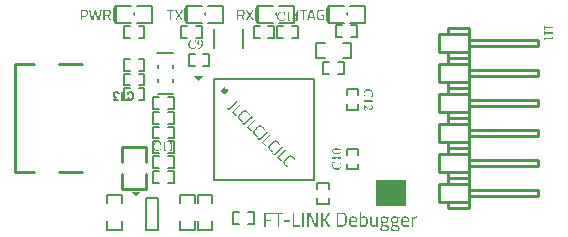
<source format=gto>
G04 Layer: TopSilkscreenLayer*
G04 EasyEDA Pro v2.1.49.573a4102.674264, 2024-02-29 22:23:28*
G04 Gerber Generator version 0.3*
G04 Scale: 100 percent, Rotated: No, Reflected: No*
G04 Dimensions in millimeters*
G04 Leading zeros omitted, absolute positions, 3 integers and 5 decimals*
%FSLAX35Y35*%
%MOMM*%
%ADD10C,0.1524*%
%ADD11C,0.15001*%
%ADD12C,0.254*%
%ADD13C,0.3*%
G75*


G04 Text Start*
G36*
G01X-1076452Y915619D02*
G01X-1078586Y915568D01*
G01X-1079652Y915518D01*
G01X-1080313Y915416D01*
G01X-1080973Y915264D01*
G01X-1081227Y915162D01*
G01X-1081380Y915060D01*
G01X-1081430D01*
G01X-1081532Y914959D01*
G01Y914857D01*
G01X-1081634Y914451D01*
G01X-1081583Y914044D01*
G01X-1081532Y913689D01*
G01X-1081278Y913079D01*
G01X-1081126Y912622D01*
G01X-1081024Y912165D01*
G01X-1080922Y910742D01*
G01X-1080872Y910234D01*
G01X-1080719Y909777D01*
G01X-1080465Y909117D01*
G01X-1080313Y908710D01*
G01X-1080211Y908253D01*
G01X-1080160Y907796D01*
G01X-1080110Y906678D01*
G01X-1080008Y906170D01*
G01X-1079856Y905662D01*
G01X-1079703Y904748D01*
G01X-1079398Y903173D01*
G01X-1079094Y902106D01*
G01X-1078890Y901243D01*
G01X-1078586Y899617D01*
G01X-1078281Y898550D01*
G01X-1078128Y897484D01*
G01X-1077824Y895401D01*
G01X-1077417Y893877D01*
G01X-1077214Y893013D01*
G01X-1076808Y890829D01*
G01X-1076655Y889813D01*
G01X-1076350Y888695D01*
G01X-1076147Y887628D01*
G01X-1075842Y885546D01*
G01X-1075436Y884022D01*
G01X-1075233Y883158D01*
G01X-1074877Y881177D01*
G01X-1074674Y880262D01*
G01X-1074369Y879246D01*
G01X-1074166Y878180D01*
G01X-1073861Y876097D01*
G01X-1073455Y874573D01*
G01X-1073302Y873709D01*
G01X-1072896Y871525D01*
G01X-1072693Y870509D01*
G01X-1072388Y869391D01*
G01X-1072185Y868426D01*
G01X-1071880Y866597D01*
G01X-1071626Y865480D01*
G01X-1071423Y864464D01*
G01X-1071321Y863854D01*
G01X-1070915Y861466D01*
G01X-1070712Y860603D01*
G01X-1070407Y859536D01*
G01X-1070254Y858571D01*
G01X-1069950Y856742D01*
G01X-1069543Y855269D01*
G01X-1069340Y854405D01*
G01X-1068934Y852221D01*
G01X-1068730Y851205D01*
G01X-1068476Y850087D01*
G01X-1068273Y849122D01*
G01X-1067968Y847293D01*
G01X-1067664Y846176D01*
G01X-1067460Y845160D01*
G01X-1067359Y844550D01*
G01X-1067003Y842162D01*
G01X-1066800Y841299D01*
G01X-1066495Y840283D01*
G01X-1066292Y839368D01*
G01X-1065987Y837794D01*
G01X-1065682Y836676D01*
G01X-1065479Y835508D01*
G01X-1065276Y833882D01*
G01X-1065073Y832866D01*
G01X-1064920Y832358D01*
G01X-1064616Y831698D01*
G01X-1064514Y831240D01*
G01X-1064412Y830428D01*
G01X-1064362Y829310D01*
G01X-1064260Y828853D01*
G01X-1064108Y828396D01*
G01X-1063854Y827786D01*
G01X-1063752Y827380D01*
G01X-1063650Y827024D01*
G01X-1063600Y826262D01*
G01X-1063549Y825957D01*
G01X-1063396Y825754D01*
G01X-1063244Y825652D01*
G01X-1062990Y825602D01*
G01X-1061771Y825500D01*
G01X-1054151Y825449D01*
G01X-1049020Y825551D01*
G01X-1047191Y825652D01*
G01X-1046378Y825754D01*
G01X-1045667Y825906D01*
G01X-1045413Y826008D01*
G01X-1045261Y826059D01*
G01X-1045108Y826211D01*
G01X-1044956Y826618D01*
G01X-1044753Y827126D01*
G01X-1044651Y827634D01*
G01X-1044346Y829208D01*
G01X-1043940Y830631D01*
G01X-1043534Y832409D01*
G01X-1043229Y833476D01*
G01X-1043026Y834542D01*
G01X-1042822Y836016D01*
G01X-1042721Y836676D01*
G01X-1042467Y837438D01*
G01X-1042162Y838048D01*
G01X-1042060Y838505D01*
G01X-1042010Y838911D01*
G01X-1041806Y840588D01*
G01X-1041654Y840994D01*
G01X-1041400Y841604D01*
G01X-1041298Y842010D01*
G01X-1041197Y842467D01*
G01X-1041146Y843432D01*
G01X-1041044Y844194D01*
G01X-1040384Y846531D01*
G01X-1040130Y847446D01*
G01X-1040028Y848004D01*
G01X-1039978Y848868D01*
G01X-1039927Y849274D01*
G01X-1039825Y849681D01*
G01X-1039673Y850036D01*
G01X-1039419Y850646D01*
G01X-1039216Y851560D01*
G01Y852475D01*
G01X-1039114Y853288D01*
G01X-1038403Y855370D01*
G01X-1038250Y855929D01*
G01X-1038098Y856437D01*
G01X-1038047Y857148D01*
G01X-1037996Y857758D01*
G01X-1037946Y858114D01*
G01X-1037793Y858520D01*
G01X-1037539Y859130D01*
G01X-1037387Y859536D01*
G01X-1037285Y859993D01*
G01X-1037234Y860450D01*
G01X-1037184Y861568D01*
G01X-1037082Y862127D01*
G01X-1036472Y864210D01*
G01X-1036218Y865175D01*
G01X-1036117Y865734D01*
G01X-1036066Y866597D01*
G01X-1036015Y867004D01*
G01X-1035914Y867410D01*
G01X-1035761Y867766D01*
G01X-1035507Y868375D01*
G01X-1035355Y868832D01*
G01X-1035304Y869290D01*
G01X-1035101Y870915D01*
G01X-1034948Y871322D01*
G01X-1034694Y871931D01*
G01X-1034593Y872287D01*
G01X-1034491Y872693D01*
G01Y873455D01*
G01X-1034390Y874166D01*
G01X-1034085Y875182D01*
G01X-1033678Y876960D01*
G01X-1033374Y877976D01*
G01X-1033221Y878840D01*
G01X-1032916Y880415D01*
G01X-1032612Y881532D01*
G01X-1032408Y882599D01*
G01X-1032205Y884072D01*
G01X-1032053Y884733D01*
G01X-1031799Y885495D01*
G01X-1031545Y886104D01*
G01X-1031342Y887019D01*
G01X-1031189Y888644D01*
G01X-1031037Y889051D01*
G01X-1030783Y889660D01*
G01X-1030630Y890016D01*
G01X-1030580Y890422D01*
G01X-1030529Y891184D01*
G01X-1030427Y891896D01*
G01X-1030122Y892912D01*
G01X-1029767Y894690D01*
G01X-1029462Y895706D01*
G01X-1029259Y896569D01*
G01X-1028954Y898144D01*
G01X-1028751Y898906D01*
G01X-1028649Y899160D01*
G01X-1028497Y899414D01*
G01X-1028243Y899566D01*
G01X-1027989Y899668D01*
G01X-1027735Y899719D01*
G01X-1027532Y899566D01*
G01X-1027430Y899312D01*
G01X-1027379Y898652D01*
G01X-1027328Y898195D01*
G01X-1027227Y897738D01*
G01X-1027074Y897331D01*
G01X-1026820Y896722D01*
G01X-1026719Y896315D01*
G01X-1026617Y895960D01*
G01X-1026566Y895147D01*
G01X-1026465Y894486D01*
G01X-1026211Y893470D01*
G01X-1025804Y891692D01*
G01X-1025500Y890676D01*
G01X-1025296Y889813D01*
G01X-1025042Y888238D01*
G01X-1024738Y887120D01*
G01X-1024534Y886155D01*
G01X-1024230Y884326D01*
G01X-1023823Y882853D01*
G01X-1023671Y881939D01*
G01X-1023264Y880008D01*
G01X-1023061Y879094D01*
G01X-1022756Y878078D01*
G01X-1022553Y877214D01*
G01X-1022248Y875589D01*
G01X-1021994Y874522D01*
G01X-1021791Y873557D01*
G01X-1021588Y872236D01*
G01X-1021436Y871677D01*
G01X-1021182Y870915D01*
G01X-1020928Y870306D01*
G01X-1020775Y869899D01*
G01X-1020724Y869442D01*
G01X-1020521Y867816D01*
G01X-1020369Y867410D01*
G01X-1020115Y866800D01*
G01X-1019912Y865988D01*
G01Y865226D01*
G01X-1019810Y864565D01*
G01X-1019607Y863905D01*
G01X-1019404Y862990D01*
G01X-1019099Y861416D01*
G01X-1018845Y860349D01*
G01X-1018642Y859485D01*
G01X-1018337Y857860D01*
G01X-1018032Y856793D01*
G01X-1017829Y855828D01*
G01X-1017524Y853999D01*
G01X-1017168Y852526D01*
G01X-1016559Y849833D01*
G01X-1016152Y848462D01*
G01X-1016051Y848157D01*
G01X-1015848Y847141D01*
G01X-1015594Y845515D01*
G01X-1015340Y844550D01*
G01X-1014984Y843382D01*
G01X-1014882Y842874D01*
G01X-1014781Y842162D01*
G01Y841604D01*
G01X-1014578Y840791D01*
G01X-1014273Y840181D01*
G01X-1014171Y839826D01*
G01X-1014070Y839419D01*
G01X-1014019Y839013D01*
G01X-1013968Y838098D01*
G01X-1013816Y837438D01*
G01X-1013714Y837133D01*
G01X-1013511Y836219D01*
G01X-1013206Y834644D01*
G01X-1012901Y833577D01*
G01X-1012698Y832663D01*
G01X-1012393Y831088D01*
G01X-1012139Y830021D01*
G01X-1011936Y829005D01*
G01X-1011733Y827735D01*
G01X-1011530Y826973D01*
G01X-1011326Y826567D01*
G01X-1011225Y826414D01*
G01X-1011022Y826160D01*
G01X-1010717Y825906D01*
G01X-1010310Y825754D01*
G01X-1009853Y825652D01*
G01X-1009498Y825602D01*
G01X-1007212Y825500D01*
G01X-1001166Y825449D01*
G01X-996137Y825551D01*
G01X-994562Y825652D01*
G01X-993496Y825805D01*
G01X-993038Y825957D01*
G01X-992988Y826008D01*
G01X-992937D01*
G01X-992683Y826313D01*
G01X-992581Y826516D01*
G01X-992480Y826668D01*
G01X-992429Y826821D01*
G01X-992378Y827024D01*
G01X-992327Y827380D01*
G01Y827786D01*
G01X-992124Y828599D01*
G01X-991819Y829158D01*
G01X-991718Y829615D01*
G01X-991616Y830021D01*
G01X-991565Y830529D01*
G01X-991514Y831647D01*
G01X-991413Y832155D01*
G01X-991260Y832663D01*
G01X-991057Y833526D01*
G01X-990752Y835152D01*
G01X-990448Y836168D01*
G01X-990346Y836879D01*
G01Y837641D01*
G01X-990143Y838454D01*
G01X-989889Y839013D01*
G01X-989736Y839419D01*
G01X-989635Y839876D01*
G01X-989584Y840334D01*
G01X-989533Y841502D01*
G01X-989432Y842010D01*
G01X-989279Y842518D01*
G01X-989076Y843382D01*
G01X-988771Y844956D01*
G01X-988517Y846023D01*
G01X-988416Y846734D01*
G01X-988365Y847496D01*
G01X-988314Y847903D01*
G01X-988162Y848258D01*
G01X-987908Y848868D01*
G01X-987755Y849274D01*
G01X-987654Y849732D01*
G01X-987603Y850189D01*
G01X-987552Y851357D01*
G01X-987450Y851865D01*
G01X-987196Y852729D01*
G01X-986993Y853592D01*
G01X-986231Y857555D01*
G01X-986028Y858418D01*
G01X-985723Y859434D01*
G01X-985622Y860095D01*
G01X-985571Y861212D01*
G01X-985215Y862584D01*
G01X-985063Y863448D01*
G01X-984250Y867410D01*
G01X-984047Y868274D01*
G01X-983793Y869290D01*
G01X-983691Y869950D01*
G01X-983640Y870712D01*
G01X-983437Y871525D01*
G01X-983183Y872134D01*
G01X-983031Y872541D01*
G01X-982929Y872998D01*
G01X-982878Y873455D01*
G01X-982828Y874573D01*
G01X-982726Y875132D01*
G01X-982574Y875589D01*
G01X-982370Y876503D01*
G01X-982066Y878078D01*
G01X-981812Y879094D01*
G01X-981710Y879805D01*
G01X-981659Y880567D01*
G01X-981608Y880974D01*
G01X-981456Y881380D01*
G01X-981202Y881939D01*
G01X-981050Y882396D01*
G01X-980948Y882802D01*
G01X-980897Y883310D01*
G01X-980846Y884428D01*
G01X-980745Y884936D01*
G01X-980592Y885444D01*
G01X-980389Y886308D01*
G01X-980135Y887933D01*
G01X-979830Y889000D01*
G01X-979627Y889965D01*
G01X-979322Y891794D01*
G01X-979018Y892962D01*
G01X-978814Y894029D01*
G01X-978611Y895502D01*
G01X-978510Y896163D01*
G01X-978256Y896925D01*
G01X-977951Y897534D01*
G01X-977849Y897992D01*
G01X-977748Y898804D01*
G01X-977697Y899922D01*
G01X-977595Y900430D01*
G01X-977443Y900887D01*
G01X-977189Y901497D01*
G01X-977087Y901954D01*
G01X-976986Y902767D01*
G01X-976935Y904088D01*
G01X-976833Y904646D01*
G01X-976579Y905510D01*
G01X-976173Y907288D01*
G01X-975868Y908253D01*
G01X-975817Y908964D01*
G01X-975766Y909726D01*
G01X-975563Y910539D01*
G01X-975309Y911098D01*
G01X-975157Y911555D01*
G01X-975055Y911962D01*
G01X-975004Y912470D01*
G01X-974954Y913587D01*
G01X-974852Y914095D01*
G01X-974700Y914552D01*
G01Y915060D01*
G01X-974801Y915264D01*
G01X-974903Y915365D01*
G01X-975208Y915416D01*
G01X-975614Y915467D01*
G01X-976884Y915568D01*
G01X-979932Y915619D01*
G01X-982066Y915568D01*
G01X-983082Y915518D01*
G01X-984047Y915365D01*
G01X-984453Y915213D01*
G01X-984606Y915162D01*
G01X-984707Y915060D01*
G01X-984758D01*
G01X-984809Y915010D01*
G01Y914959D01*
G01X-984860Y914908D01*
G01Y914451D01*
G01X-984961Y913790D01*
G01X-985215Y912774D01*
G01X-985418Y911911D01*
G01X-985825Y909726D01*
G01X-986028Y908710D01*
G01X-986333Y907593D01*
G01X-986536Y906424D01*
G01X-986790Y904138D01*
G01X-986993Y903326D01*
G01X-987196Y902564D01*
G01X-987400Y901649D01*
G01X-988009Y898449D01*
G01X-988263Y897433D01*
G01X-988365Y896722D01*
G01X-988416Y895604D01*
G01X-988568Y894944D01*
G01X-988670Y894639D01*
G01X-988873Y893724D01*
G01X-989178Y892150D01*
G01X-989482Y891083D01*
G01X-989533Y890321D01*
G01X-989584Y889356D01*
G01X-989686Y888949D01*
G01X-989787Y888594D01*
G01X-989940Y888289D01*
G01X-990143Y887933D01*
G01X-990244Y887476D01*
G01X-990346Y886917D01*
G01X-990397Y885393D01*
G01X-990448Y884682D01*
G01X-990651Y883971D01*
G01X-990854Y883107D01*
G01X-991159Y881532D01*
G01X-991413Y880466D01*
G01X-991514Y879805D01*
G01X-991565Y878992D01*
G01X-991616Y878637D01*
G01X-991768Y878230D01*
G01X-992022Y877621D01*
G01X-992175Y877164D01*
G01X-992276Y876706D01*
G01X-992327Y875284D01*
G01X-992429Y874420D01*
G01X-992632Y873760D01*
G01X-992835Y872744D01*
G01X-993140Y870915D01*
G01X-993394Y869798D01*
G01X-993597Y868832D01*
G01X-993902Y867004D01*
G01X-994207Y865886D01*
G01X-994308Y865226D01*
G01X-994359Y864108D01*
G01X-994715Y862736D01*
G01X-994867Y861873D01*
G01X-995274Y859892D01*
G01X-995883Y856691D01*
G01X-996137Y855675D01*
G01X-996239Y854964D01*
G01X-996340Y853846D01*
G01X-996645Y852526D01*
G01X-996848Y851611D01*
G01X-997407Y848208D01*
G01X-997661Y847192D01*
G01X-998017Y845820D01*
G01X-998118Y845210D01*
G01X-998220Y844652D01*
G01X-998271Y843686D01*
G01X-998322Y843229D01*
G01X-998474Y842772D01*
G01X-998728Y842162D01*
G01X-998880Y841705D01*
G01X-998982Y841248D01*
G01X-999033Y839826D01*
G01X-999134Y838962D01*
G01X-999338Y838302D01*
G01X-999541Y837387D01*
G01X-999744Y836320D01*
G01X-999947Y835609D01*
G01X-1000100Y835254D01*
G01X-1000201Y835101D01*
G01X-1000455Y834847D01*
G01X-1000912Y834644D01*
G01X-1001471Y834542D01*
G01X-1002182Y834492D01*
G01X-1003757D01*
G01X-1003960Y835863D01*
G01X-1004062Y836524D01*
G01X-1004214Y837082D01*
G01X-1004468Y837844D01*
G01X-1004722Y838454D01*
G01X-1004824Y838810D01*
G01X-1004926Y839216D01*
G01Y839978D01*
G01X-1005027Y840689D01*
G01X-1005738Y842975D01*
G01X-1005942Y843890D01*
G01X-1006043Y844448D01*
G01X-1006145Y845312D01*
G01X-1006246Y846125D01*
G01X-1006399Y846531D01*
G01X-1006704Y847090D01*
G01X-1006805Y847496D01*
G01X-1006856Y847903D01*
G01X-1006907Y848665D01*
G01X-1007008Y849325D01*
G01X-1007669Y851611D01*
G01X-1007923Y852576D01*
G01X-1008024Y853135D01*
G01X-1008075Y853999D01*
G01X-1008126Y854405D01*
G01X-1008228Y854761D01*
G01X-1008380Y855167D01*
G01X-1008634Y855777D01*
G01X-1008786Y856183D01*
G01X-1008837Y856539D01*
G01X-1008888Y857352D01*
G01X-1008990Y858012D01*
G01X-1009650Y860298D01*
G01X-1009904Y861263D01*
G01X-1010006Y861771D01*
G01X-1010056Y862635D01*
G01X-1010107Y863041D01*
G01X-1010209Y863448D01*
G01X-1010361Y863854D01*
G01X-1010615Y864464D01*
G01X-1010768Y864870D01*
G01X-1010818Y865327D01*
G01X-1011022Y866953D01*
G01X-1011123Y867359D01*
G01X-1011428Y868020D01*
G01X-1011580Y868578D01*
G01X-1011733Y869188D01*
G01X-1011936Y870661D01*
G01X-1012088Y871322D01*
G01X-1012342Y872084D01*
G01X-1012596Y872744D01*
G01X-1012698Y873201D01*
G01X-1012800Y874014D01*
G01X-1012850Y874827D01*
G01X-1012901Y875335D01*
G01X-1013054Y875741D01*
G01X-1013104Y875894D01*
G01X-1013358Y876351D01*
G01X-1013511Y876706D01*
G01X-1013562Y877062D01*
G01X-1013612Y877824D01*
G01X-1013714Y878484D01*
G01X-1013917Y879145D01*
G01X-1014070Y880008D01*
G01X-1014374Y881634D01*
G01X-1014781Y883056D01*
G01X-1015187Y884834D01*
G01X-1015492Y885850D01*
G01X-1015644Y886816D01*
G01X-1015949Y888644D01*
G01X-1016356Y890118D01*
G01X-1016965Y892810D01*
G01X-1017321Y894182D01*
G01X-1017422Y894537D01*
G01X-1017626Y895502D01*
G01X-1017930Y897331D01*
G01X-1018337Y898804D01*
G01X-1018692Y900430D01*
G01X-1019099Y901852D01*
G01X-1019302Y902411D01*
G01X-1019404Y902919D01*
G01X-1019505Y903630D01*
G01X-1019556Y904545D01*
G01X-1019708Y905205D01*
G01X-1020318Y906983D01*
G01X-1020470Y907542D01*
G01X-1020572Y908050D01*
G01X-1020674Y908761D01*
G01X-1020724Y909320D01*
G01X-1020775Y909726D01*
G01X-1020928Y910133D01*
G01X-1021182Y910742D01*
G01X-1021334Y911149D01*
G01X-1021436Y911606D01*
G01X-1021486Y912063D01*
G01Y912774D01*
G01X-1021588Y913181D01*
G01X-1021690Y913536D01*
G01X-1021893Y913892D01*
G01X-1022096Y914146D01*
G01X-1022299Y914349D01*
G01X-1022553Y914552D01*
G01X-1022858Y914654D01*
G01X-1023061Y914705D01*
G01X-1023925Y914756D01*
G01X-1028548Y914857D01*
G01X-1033678D01*
G01X-1034085Y913689D01*
G01X-1034339Y912774D01*
G01X-1034542Y911911D01*
G01X-1034898Y910285D01*
G01X-1035152Y909218D01*
G01X-1035355Y908304D01*
G01X-1035660Y906729D01*
G01X-1035964Y905662D01*
G01X-1036168Y904748D01*
G01X-1036472Y903173D01*
G01X-1036828Y901751D01*
G01X-1037438Y899109D01*
G01X-1037844Y897738D01*
G01X-1037946Y897382D01*
G01X-1038098Y896264D01*
G01X-1038352Y894791D01*
G01X-1038454Y894182D01*
G01X-1038708Y893420D01*
G01X-1038962Y892759D01*
G01X-1039114Y892353D01*
G01X-1039165Y891896D01*
G01X-1039216Y891184D01*
G01X-1039266Y890727D01*
G01X-1039368Y890321D01*
G01X-1039774Y889508D01*
G01X-1039876Y889152D01*
G01X-1039978Y888746D01*
G01X-1040028Y887781D01*
G01X-1040130Y887019D01*
G01X-1040790Y884733D01*
G01X-1041044Y883768D01*
G01X-1041146Y883209D01*
G01X-1041197Y882548D01*
G01Y882193D01*
G01X-1041400Y881482D01*
G01X-1041756Y880872D01*
G01X-1041959Y880059D01*
G01Y879145D01*
G01X-1042060Y878332D01*
G01X-1042772Y876046D01*
G01X-1042975Y875081D01*
G01X-1043076Y874573D01*
G01X-1043127Y873862D01*
G01X-1043229Y873150D01*
G01X-1043381Y872795D01*
G01X-1043737Y872185D01*
G01X-1043838Y871830D01*
G01X-1043889Y871423D01*
G01X-1043940Y870458D01*
G01X-1044042Y869696D01*
G01X-1044702Y867410D01*
G01X-1045058Y866038D01*
G01X-1045515Y863803D01*
G01X-1045820Y862736D01*
G01X-1046023Y861822D01*
G01X-1046277Y860247D01*
G01X-1046582Y859180D01*
G01X-1046785Y858164D01*
G01X-1046988Y856894D01*
G01X-1047140Y856285D01*
G01X-1047394Y855574D01*
G01X-1047648Y854964D01*
G01X-1047750Y854558D01*
G01X-1047852Y854100D01*
G01X-1048004Y852424D01*
G01X-1048156Y852018D01*
G01X-1048461Y851408D01*
G01X-1048563Y851052D01*
G01X-1048614Y850646D01*
G01X-1048664Y849884D01*
G01X-1048766Y849173D01*
G01X-1049071Y848157D01*
G01X-1049426Y846430D01*
G01X-1049731Y845363D01*
G01X-1049934Y844499D01*
G01X-1050239Y842924D01*
G01X-1050544Y841807D01*
G01X-1050747Y840842D01*
G01X-1050950Y839572D01*
G01X-1051052Y838962D01*
G01X-1051306Y838251D01*
G01X-1051611Y837641D01*
G01X-1051712Y837184D01*
G01X-1051763Y836727D01*
G01X-1051814Y836016D01*
G01X-1051916Y835609D01*
G01X-1052017Y835406D01*
G01X-1052119Y835254D01*
G01X-1052271Y835101D01*
G01X-1052576Y834898D01*
G01X-1053033Y834695D01*
G01X-1053490Y834593D01*
G01X-1054303Y834492D01*
G01X-1054862D01*
G01X-1055370Y834695D01*
G01X-1055573Y834847D01*
G01X-1055878Y835254D01*
G01X-1056030Y835558D01*
G01X-1056132Y835863D01*
G01X-1056335Y836524D01*
G01X-1056437Y837133D01*
G01X-1056538Y837692D01*
G01Y838708D01*
G01X-1056640Y839470D01*
G01X-1056945Y840486D01*
G01X-1057148Y841400D01*
G01X-1057504Y843331D01*
G01X-1057910Y845515D01*
G01X-1058113Y846531D01*
G01X-1058418Y847598D01*
G01X-1058520Y848309D01*
G01X-1058570Y849427D01*
G01X-1058926Y850748D01*
G01X-1059078Y851611D01*
G01X-1059891Y856336D01*
G01X-1060094Y857250D01*
G01X-1060348Y858215D01*
G01X-1060450Y858926D01*
G01X-1060501Y859688D01*
G01X-1060704Y860501D01*
G01X-1060958Y861060D01*
G01X-1061110Y861517D01*
G01X-1061212Y861924D01*
G01X-1061263Y862432D01*
G01X-1061314Y863549D01*
G01X-1061415Y864057D01*
G01X-1061568Y864565D01*
G01X-1061669Y865226D01*
G01Y865988D01*
G01X-1061872Y866800D01*
G01X-1062126Y867410D01*
G01X-1062279Y867867D01*
G01X-1062431Y868680D01*
G01X-1062482Y870001D01*
G01X-1062584Y870864D01*
G01X-1062736Y871322D01*
G01X-1062990Y871931D01*
G01X-1063142Y872338D01*
G01X-1063193Y872795D01*
G01X-1063244Y873760D01*
G01X-1063346Y874573D01*
G01X-1063549Y875233D01*
G01X-1063752Y876198D01*
G01X-1064006Y878027D01*
G01X-1064311Y879094D01*
G01X-1064412Y879805D01*
G01X-1064463Y880567D01*
G01X-1064514Y880974D01*
G01X-1064616Y881380D01*
G01X-1064920Y881990D01*
G01X-1065073Y882396D01*
G01X-1065174Y882904D01*
G01X-1065225Y884276D01*
G01X-1065327Y885190D01*
G01X-1065479Y885850D01*
G01X-1065682Y886714D01*
G01X-1065987Y888289D01*
G01X-1066292Y889356D01*
G01X-1066394Y890067D01*
G01X-1066444Y891184D01*
G01X-1066800Y892505D01*
G01X-1067003Y893369D01*
G01X-1067257Y895198D01*
G01X-1067359Y895960D01*
G01X-1067562Y897280D01*
G01X-1067968Y898804D01*
G01X-1068172Y899668D01*
G01X-1068578Y901852D01*
G01X-1068730Y902868D01*
G01X-1069035Y903935D01*
G01X-1069137Y904646D01*
G01X-1069188Y905764D01*
G01X-1069442Y906729D01*
G01X-1069645Y907694D01*
G01X-1069950Y909523D01*
G01X-1070204Y910641D01*
G01X-1070305Y911301D01*
G01X-1070356Y912114D01*
G01X-1070407Y912470D01*
G01X-1070559Y912876D01*
G01X-1070915Y913689D01*
G01X-1071220Y914451D01*
G01X-1071321Y914857D01*
G01X-1071423Y915060D01*
G01X-1071728Y915213D01*
G01X-1072134Y915314D01*
G01X-1072693Y915467D01*
G01X-1074268Y915568D01*
G37*
G36*
G01X-959612Y915619D02*
G01X-959612Y906983D01*
G01X-949401D01*
G01X-937362D01*
G01X-925576Y906831D01*
G01X-924865Y906780D01*
G01X-924763D01*
G01X-924408Y906678D01*
G01X-924001Y906628D01*
G01X-921868Y906577D01*
G01X-921156Y906475D01*
G01X-920140Y906170D01*
G01X-918769Y905866D01*
G01X-917905Y905561D01*
G01X-916432Y904900D01*
G01X-915264Y904392D01*
G01X-914705Y904138D01*
G01X-914451Y903935D01*
G01X-913638Y903224D01*
G01X-913079Y902818D01*
G01X-912571Y902360D01*
G01X-911962Y901497D01*
G01X-911352Y900836D01*
G01X-911149Y900532D01*
G01X-910590Y899668D01*
G01X-910184Y898957D01*
G01X-909828Y898195D01*
G01X-909625Y897738D01*
G01X-908914Y895858D01*
G01X-908609Y894944D01*
G01X-908456Y894232D01*
G01X-908253Y893013D01*
G01X-907847Y889457D01*
G01X-907694Y888136D01*
G01X-907644Y886866D01*
G01X-907694Y885850D01*
G01X-907796Y885292D01*
G01X-907898Y884784D01*
G01X-907999Y883869D01*
G01X-908050Y882294D01*
G01X-908152Y881736D01*
G01X-908812Y879805D01*
G01X-909523Y877875D01*
G01X-909828Y877164D01*
G01X-910031Y876706D01*
G01X-910285Y876249D01*
G01X-911555Y874471D01*
G01X-912012Y873912D01*
G01X-912825Y873303D01*
G01X-913333Y872795D01*
G01X-913740Y872236D01*
G01X-914248Y871830D01*
G01X-914806Y871626D01*
G01X-915416Y871322D01*
G01X-916026Y870915D01*
G01X-916432Y870712D01*
G01X-917499Y870356D01*
G01X-920039Y869544D01*
G01X-921360Y869239D01*
G01X-922020Y869188D01*
G01X-923138Y869137D01*
G01X-924052Y869036D01*
G01X-924357Y868985D01*
G01X-924712Y868934D01*
G01X-929589Y868782D01*
G01X-936955D01*
G01X-948436Y868883D01*
G01X-949096Y868934D01*
G01X-949198D01*
G01Y868985D01*
G01X-949249Y869290D01*
G01X-949401Y888086D01*
G01Y906983D01*
G01X-959612D01*
G01Y825805D01*
G01X-949401D01*
G01Y860095D01*
G01X-936600D01*
G01X-927557Y859942D01*
G01X-925525Y859790D01*
G01X-924712Y859688D01*
G01X-924052Y859587D01*
G01X-923646Y859384D01*
G01X-923595Y859333D01*
G01X-923341Y858520D01*
G01X-922477Y856691D01*
G01X-921918Y855269D01*
G01X-921512Y854558D01*
G01X-921004Y853694D01*
G01X-920344Y852119D01*
G01X-919937Y851408D01*
G01X-919683Y850951D01*
G01X-919378Y850240D01*
G01X-919023Y849122D01*
G01X-918667Y848462D01*
G01X-918261Y847801D01*
G01X-917600Y846226D01*
G01X-917194Y845464D01*
G01X-916889Y845007D01*
G01X-916686Y844601D01*
G01X-916026Y842772D01*
G01X-915619Y841959D01*
G01X-915111Y841096D01*
G01X-914451Y839521D01*
G01X-914044Y838759D01*
G01X-913740Y838302D01*
G01X-913536Y837895D01*
G01X-912825Y836066D01*
G01X-912470Y835254D01*
G01X-911962Y834390D01*
G01X-911250Y832815D01*
G01X-910895Y832104D01*
G01X-910590Y831596D01*
G01X-910387Y831190D01*
G01X-909676Y829361D01*
G01X-909320Y828548D01*
G01X-908812Y827684D01*
G01X-908406Y826821D01*
G01X-907999Y825805D01*
G01X-896620D01*
G01X-896976Y826821D01*
G01X-897280Y827481D01*
G01X-897687Y828243D01*
G01X-898195Y829056D01*
G01X-898550Y829970D01*
G01X-899363Y831952D01*
G01X-899668Y832612D01*
G01X-900024Y833374D01*
G01X-900532Y834187D01*
G01X-901243Y835762D01*
G01X-901598Y836524D01*
G01X-901903Y836981D01*
G01X-902106Y837387D01*
G01X-902818Y839216D01*
G01X-903224Y840029D01*
G01X-903681Y840892D01*
G01X-904392Y842467D01*
G01X-904799Y843178D01*
G01X-905256Y844042D01*
G01X-905662Y844906D01*
G01X-906424Y846887D01*
G01X-906729Y847598D01*
G01X-907136Y848309D01*
G01X-907644Y849173D01*
G01X-908304Y850748D01*
G01X-908710Y851459D01*
G01X-909015Y851967D01*
G01X-909218Y852373D01*
G01X-909879Y854202D01*
G01X-910285Y855015D01*
G01X-910793Y855878D01*
G01X-911454Y857453D01*
G01X-911860Y858164D01*
G01X-912368Y859028D01*
G01X-912774Y859892D01*
G01X-913079Y860857D01*
G01X-913333Y861670D01*
G01X-913384Y862025D01*
G01X-913232Y862330D01*
G01X-912978Y862533D01*
G01X-912571Y862635D01*
G01X-912063Y862787D01*
G01X-911454Y862990D01*
G01X-911149Y863143D01*
G01X-910285Y863651D01*
G01X-908456Y864464D01*
G01X-908050Y864718D01*
G01X-906272Y865988D01*
G01X-905713Y866445D01*
G01X-905053Y867258D01*
G01X-904545Y867766D01*
G01X-903732Y868426D01*
G01X-903275Y868985D01*
G01X-902716Y869747D01*
G01X-902310Y870204D01*
G01X-902056Y870509D01*
G01X-901548Y871322D01*
G01X-901090Y872084D01*
G01X-900735Y872795D01*
G01X-900227Y873963D01*
G01X-899871Y874725D01*
G01X-899566Y875182D01*
G01X-899414Y875538D01*
G01X-899262Y875995D01*
G01X-899058Y876910D01*
G01X-898754Y877824D01*
G01X-898398Y878637D01*
G01X-898296Y878992D01*
G01X-898195Y879399D01*
G01X-898144Y880161D01*
G01X-898042Y880872D01*
G01X-897839Y881837D01*
G01X-897788Y882955D01*
G01X-897687Y883615D01*
G01X-897534Y884123D01*
G01X-897484Y884936D01*
G01X-897382Y889051D01*
G01X-897433Y893064D01*
G01X-897534Y893978D01*
G01X-897585Y894131D01*
G01X-897687Y894537D01*
G01X-897890Y895604D01*
G01X-898195Y897687D01*
G01X-898398Y898500D01*
G01X-898957Y900278D01*
G01X-899363Y901344D01*
G01X-900532Y903834D01*
G01X-900887Y904392D01*
G01X-901243Y905002D01*
G01X-902716Y907085D01*
G01X-903224Y907542D01*
G01X-904037Y908202D01*
G01X-904697Y909015D01*
G01X-905205Y909523D01*
G01X-906831Y910742D01*
G01X-907237Y910996D01*
G01X-908152Y911504D01*
G01X-909320Y912012D01*
G01X-910031Y912368D01*
G01X-910539Y912673D01*
G01X-910946Y912876D01*
G01X-911962Y913282D01*
G01X-914349Y914044D01*
G01X-914959Y914248D01*
G01X-915619Y914400D01*
G01X-916686Y914603D01*
G01X-918413Y914857D01*
G01X-919582Y915162D01*
G01X-920039Y915213D01*
G01X-922122Y915264D01*
G01X-922833Y915365D01*
G01X-923188Y915467D01*
G01X-923341D01*
G01X-924560Y915518D01*
G01X-941730Y915619D01*
G37*
G36*
G01X-1151890Y915619D02*
G01X-1151890Y906983D01*
G01X-1141628D01*
G01X-1129995D01*
G01X-1118565Y906831D01*
G01X-1117854Y906780D01*
G01X-1117803D01*
G01X-1117448Y906678D01*
G01X-1116889Y906628D01*
G01X-1115416Y906577D01*
G01X-1114247D01*
G01X-1113434Y906475D01*
G01X-1111098Y905815D01*
G01X-1110437Y905561D01*
G01X-1109828Y905358D01*
G01X-1109269Y905104D01*
G01X-1107389Y904037D01*
G01X-1106576Y903630D01*
G01X-1106272Y903376D01*
G01X-1106018Y903122D01*
G01X-1105560Y902564D01*
G01X-1105103Y902056D01*
G01X-1104494Y901649D01*
G01X-1104240Y901344D01*
G01X-1104036Y901040D01*
G01X-1103427Y899922D01*
G01X-1102817Y898957D01*
G01X-1102614Y898550D01*
G01X-1102258Y897534D01*
G01X-1101446Y895147D01*
G01X-1101242Y894537D01*
G01X-1101090Y893826D01*
G01X-1100887Y892658D01*
G01X-1100836Y892200D01*
G01X-1100684Y890219D01*
G01X-1100633Y888898D01*
G01X-1100379Y887882D01*
G01X-1100328Y887374D01*
G01X-1100277Y885901D01*
G01Y884733D01*
G01X-1100379Y883920D01*
G01X-1100480Y883514D01*
G01X-1100531Y883209D01*
G01X-1100633Y882752D01*
G01X-1100684Y880669D01*
G01X-1100785Y879958D01*
G01X-1100938Y879246D01*
G01X-1101141Y878383D01*
G01X-1101344Y877265D01*
G01X-1101649Y876249D01*
G01X-1102157Y875233D01*
G01X-1102614Y873862D01*
G01X-1102817Y873354D01*
G01X-1103122Y872693D01*
G01X-1103325Y872439D01*
G01X-1103884Y871779D01*
G01X-1104697Y870458D01*
G01X-1105154Y869950D01*
G01X-1105459Y869645D01*
G01X-1105865Y869340D01*
G01X-1106373Y868832D01*
G01X-1106780Y868274D01*
G01X-1107034Y868070D01*
G01X-1107288Y867918D01*
G01X-1107846Y867664D01*
G01X-1108456Y867359D01*
G01X-1109421Y866800D01*
G01X-1110336Y866394D01*
G01X-1112164Y865734D01*
G01X-1113130Y865429D01*
G01X-1113790Y865276D01*
G01X-1115009Y865073D01*
G01X-1115416Y865022D01*
G01X-1116482Y864972D01*
G01X-1129233Y864819D01*
G01X-1140714Y864921D01*
G01X-1141324Y864972D01*
G01X-1141425Y865022D01*
G01X-1141476Y865378D01*
G01X-1141628Y886104D01*
G01Y906983D01*
G01X-1151890D01*
G01Y825805D01*
G01X-1141628D01*
G01Y855777D01*
G01X-1129792D01*
G01X-1118210Y855878D01*
G01X-1117498Y855929D01*
G01X-1117244Y856031D01*
G01X-1116432Y856132D01*
G01X-1115162D01*
G01X-1113028Y856183D01*
G01X-1112164Y856285D01*
G01X-1111555Y856437D01*
G01X-1110539Y856640D01*
G01X-1108761Y856945D01*
G01X-1107948Y857148D01*
G01X-1106170Y857758D01*
G01X-1105357Y858012D01*
G01X-1104544Y858418D01*
G01X-1103833Y858876D01*
G01X-1102919Y859231D01*
G01X-1102360Y859536D01*
G01X-1100480Y860704D01*
G01X-1100023Y860958D01*
G01X-1099464Y861416D01*
G01X-1099210Y861720D01*
G01X-1098855Y862127D01*
G01X-1098652Y862381D01*
G01X-1098398Y862533D01*
G01X-1097839Y862787D01*
G01X-1097534Y862990D01*
G01X-1097331Y863295D01*
G01X-1096924Y864006D01*
G01X-1096416Y864616D01*
G01X-1096112Y864819D01*
G01X-1095858Y865022D01*
G01X-1095350Y865632D01*
G01X-1094740Y866750D01*
G01X-1094181Y867715D01*
G01X-1093978Y868070D01*
G01X-1093267Y869645D01*
G01X-1092860Y870407D01*
G01X-1092606Y870864D01*
G01X-1092454Y871220D01*
G01X-1092302Y871626D01*
G01X-1092098Y872592D01*
G01X-1091794Y873455D01*
G01X-1091438Y874319D01*
G01X-1091235Y874878D01*
G01X-1091133Y875487D01*
G01X-1090828Y877570D01*
G01X-1090524Y878738D01*
G01X-1090422Y879500D01*
G01X-1090371Y880872D01*
G01X-1090270Y881431D01*
G01X-1090168Y881786D01*
G01X-1090117Y882599D01*
G01X-1090016Y887070D01*
G01X-1090117Y891388D01*
G01X-1090168Y892404D01*
G01X-1090219Y892556D01*
G01X-1090320Y892912D01*
G01X-1090422Y893572D01*
G01X-1090473Y894690D01*
G01X-1090625Y895350D01*
G01X-1090727Y895706D01*
G01X-1090930Y896569D01*
G01X-1091133Y897687D01*
G01X-1091235Y898195D01*
G01X-1091438Y898703D01*
G01X-1091794Y899516D01*
G01X-1092098Y900379D01*
G01X-1092302Y901344D01*
G01X-1092505Y901954D01*
G01X-1092708Y902310D01*
G01X-1093165Y903072D01*
G01X-1093978Y904545D01*
G01X-1095146Y906374D01*
G01X-1095604Y906932D01*
G01X-1096112Y907390D01*
G01X-1096620Y907745D01*
G01X-1097229Y908558D01*
G01X-1097686Y908964D01*
G01X-1098245Y909371D01*
G01X-1098702Y909930D01*
G01X-1098906Y910184D01*
G01X-1099160Y910438D01*
G01X-1099414Y910590D01*
G01X-1099972Y910844D01*
G01X-1100684Y911250D01*
G01X-1101446Y911809D01*
G01X-1101903Y912063D01*
G01X-1102817Y912470D01*
G01X-1104798Y913282D01*
G01X-1105865Y913689D01*
G01X-1107186Y914044D01*
G01X-1108202Y914349D01*
G01X-1109218Y914552D01*
G01X-1111098Y914857D01*
G01X-1112215Y915162D01*
G01X-1112672Y915213D01*
G01X-1114806Y915264D01*
G01X-1115466Y915365D01*
G01X-1115822Y915467D01*
G01X-1115974D01*
G01X-1117194Y915518D01*
G01X-1134161Y915619D01*
G37*
G36*
G01X-354094Y826219D02*
G01X-353922Y826046D01*
G01X-353011Y825923D01*
G01X-348973Y825825D01*
G01X-343458D01*
G01X-342867Y826809D01*
G01X-340897Y829961D01*
G01X-339716Y831931D01*
G01X-337746Y835082D01*
G01X-336564Y837052D01*
G01X-332625Y843355D01*
G01X-331443Y845324D01*
G01X-329473Y848476D01*
G01X-328291Y850446D01*
G01X-326322Y853597D01*
G01X-325140Y855567D01*
G01X-322185Y860294D01*
G01X-321201Y861673D01*
G01X-320917Y861993D01*
G01X-320785Y862098D01*
G01X-320659Y862165D01*
G01X-320539Y862196D01*
G01X-320425Y862190D01*
G01X-320317Y862147D01*
G01X-320216Y862067D01*
G01X-319822Y861575D01*
G01X-319034Y860146D01*
G01X-317655Y857930D01*
G01X-312928Y850052D01*
G01X-310958Y846900D01*
G01X-305049Y837052D01*
G01X-303079Y833900D01*
G01X-299534Y827991D01*
G01X-298549Y826415D01*
G01X-298367Y826277D01*
G01X-298019Y826157D01*
G01X-297506Y826055D01*
G01X-295979Y825908D01*
G01X-292443Y825825D01*
G01X-286731D01*
G01X-287125Y826612D01*
G01X-287448Y827203D01*
G01X-287826Y827794D01*
G01X-288525Y828779D01*
G01X-288885Y829370D01*
G01X-289418Y830355D01*
G01X-289796Y830946D01*
G01X-290495Y831931D01*
G01X-290855Y832522D01*
G01X-291387Y833506D01*
G01X-291766Y834097D01*
G01X-292464Y835082D01*
G01X-292824Y835673D01*
G01X-293357Y836658D01*
G01X-293736Y837249D01*
G01X-294434Y838234D01*
G01X-294794Y838825D01*
G01X-295327Y839809D01*
G01X-295705Y840400D01*
G01X-296404Y841385D01*
G01X-296764Y841976D01*
G01X-297296Y842961D01*
G01X-297675Y843552D01*
G01X-298374Y844537D01*
G01X-298733Y845128D01*
G01X-299266Y846112D01*
G01X-299645Y846703D01*
G01X-300343Y847688D01*
G01X-300703Y848279D01*
G01X-301236Y849264D01*
G01X-301614Y849855D01*
G01X-302313Y850840D01*
G01X-302673Y851431D01*
G01X-303205Y852415D01*
G01X-303584Y853006D01*
G01X-304283Y853991D01*
G01X-304643Y854582D01*
G01X-305175Y855567D01*
G01X-305554Y856158D01*
G01X-306252Y857143D01*
G01X-306612Y857734D01*
G01X-307145Y858718D01*
G01X-307523Y859309D01*
G01X-308222Y860294D01*
G01X-308582Y860885D01*
G01X-309114Y861870D01*
G01X-309493Y862461D01*
G01X-310192Y863446D01*
G01X-310552Y864037D01*
G01X-311084Y865021D01*
G01X-311463Y865612D01*
G01X-312161Y866597D01*
G01X-312521Y867188D01*
G01X-313054Y868173D01*
G01X-313432Y868764D01*
G01X-313845Y869358D01*
G01X-313937Y869564D01*
G01X-313993Y869777D01*
G01X-314011Y869995D01*
G01X-313993Y870220D01*
G01X-313937Y870450D01*
G01X-313845Y870687D01*
G01X-313716Y870930D01*
G01X-310170Y876840D01*
G01X-308201Y879991D01*
G01X-303473Y887870D01*
G01X-301504Y891022D01*
G01X-296776Y898900D01*
G01X-294807Y902052D01*
G01X-288897Y911900D01*
G01X-287519Y914116D01*
G01X-287125Y914855D01*
G01X-286731Y915643D01*
G01X-292246D01*
G01X-294928Y915580D01*
G01X-296054Y915492D01*
G01X-297062Y915335D01*
G01X-297527Y915200D01*
G01X-297697Y915123D01*
G01X-297826Y915040D01*
G01X-297874Y914996D01*
G01X-297913Y914950D01*
G01X-297940Y914903D01*
G01X-298069Y914486D01*
G01X-298204Y914165D01*
G01X-298364Y913895D01*
G01X-298746Y913451D01*
G01X-299140Y912861D01*
G01X-299731Y911753D01*
G01X-301110Y909537D01*
G01X-301885Y908170D01*
G01X-302488Y907025D01*
G01X-303867Y904809D01*
G01X-309776Y894961D01*
G01X-310552Y893594D01*
G01X-311155Y892450D01*
G01X-312534Y890234D01*
G01X-318443Y880385D01*
G01X-319218Y879019D01*
G01X-319637Y878280D01*
G01X-319871Y878071D01*
G01X-320129Y877985D01*
G01X-320413Y878021D01*
G01X-320696Y878169D01*
G01X-320954Y878415D01*
G01X-321188Y878760D01*
G01X-321594Y879659D01*
G01X-321890Y880203D01*
G01X-322087Y880474D01*
G01X-322382Y880804D01*
G01X-322776Y881394D01*
G01X-323367Y882502D01*
G01X-324155Y883783D01*
G01X-324943Y885260D01*
G01X-326322Y887476D01*
G01X-329867Y893385D01*
G01X-330643Y894752D01*
G01X-331246Y895896D01*
G01X-332625Y898113D01*
G01X-334988Y902052D01*
G01X-335764Y903418D01*
G01X-336367Y904563D01*
G01X-337746Y906779D01*
G01X-340110Y910719D01*
G01X-340885Y912085D01*
G01X-341488Y913230D01*
G01X-342670Y915052D01*
G01X-342852Y915190D01*
G01X-343199Y915310D01*
G01X-343714Y915412D01*
G01X-345240Y915560D01*
G01X-348776Y915643D01*
G01X-354488D01*
G01X-346807Y902840D01*
G01X-344837Y899688D01*
G01X-338928Y889840D01*
G01X-336958Y886688D01*
G01X-331049Y876840D01*
G01X-329079Y873688D01*
G01X-327897Y871718D01*
G01X-327626Y871226D01*
G01X-327405Y870734D01*
G01X-327233Y870241D01*
G01X-327069Y869512D01*
G01X-327045Y869093D01*
G01X-327060Y868912D01*
G01X-327094Y868749D01*
G01X-327146Y868604D01*
G01X-327217Y868478D01*
G01X-327516Y868136D01*
G01X-327750Y867828D01*
G01X-328291Y866991D01*
G01X-332231Y860688D01*
G01X-332969Y859534D01*
G01X-333828Y858324D01*
G01X-334188Y857734D01*
G01X-334720Y856749D01*
G01X-335099Y856158D01*
G01X-335798Y855173D01*
G01X-336158Y854582D01*
G01X-336690Y853597D01*
G01X-337069Y853006D01*
G01X-337943Y851775D01*
G01X-338534Y850840D01*
G01X-339716Y848870D01*
G01X-341685Y845718D01*
G01X-342424Y844564D01*
G01X-343283Y843355D01*
G01X-343643Y842764D01*
G01X-344175Y841779D01*
G01X-344554Y841188D01*
G01X-345252Y840203D01*
G01X-345612Y839612D01*
G01X-346145Y838627D01*
G01X-346523Y838037D01*
G01X-347397Y836806D01*
G01X-347988Y835870D01*
G01X-349170Y833900D01*
G01X-351140Y830749D01*
G01X-351878Y829595D01*
G01X-352737Y828385D01*
G01X-353097Y827794D01*
G01X-353700Y826711D01*
G01X-353996Y826323D01*
G01X-354094Y826219D01*
G37*
G36*
G01X-395852Y866203D02*
G01X-395852Y825825D01*
G01X-386004D01*
G01Y906582D01*
G01X-358428D01*
G01Y915643D01*
G01X-423428D01*
G01Y906582D01*
G01X-395852D01*
G01Y866203D01*
G37*
G36*
G01X244856Y915619D02*
G01X245212Y914857D01*
G01X245618Y914095D01*
G01X246990Y911911D01*
G01X251714Y904037D01*
G01X253695Y900887D01*
G01X258420Y893013D01*
G01X260401Y889864D01*
G01X266294Y880008D01*
G01X268275Y876859D01*
G01X271831Y870915D01*
G01X272085Y870458D01*
G01X272237Y870001D01*
G01Y869798D01*
G01X272288Y869544D01*
G01X272237Y869340D01*
G01Y869137D01*
G01X272085Y868782D01*
G01X271983Y868477D01*
G01X271831Y868223D01*
G01X271424Y867766D01*
G01X271018Y867156D01*
G01X270510Y866191D01*
G01X270154Y865632D01*
G01X269443Y864616D01*
G01X269088Y864057D01*
G01X268529Y863041D01*
G01X268173Y862482D01*
G01X267310Y861212D01*
G01X266700Y860298D01*
G01X265532Y858317D01*
G01X263550Y855167D01*
G01X262788Y853999D01*
G01X261925Y852830D01*
G01X261569Y852221D01*
G01X261061Y851256D01*
G01X260655Y850646D01*
G01X259994Y849681D01*
G01X259639Y849071D01*
G01X259080Y848106D01*
G01X258724Y847496D01*
G01X257810Y846277D01*
G01X257251Y845312D01*
G01X256083Y843331D01*
G01X254102Y840181D01*
G01X253340Y839064D01*
G01X252476Y837844D01*
G01X252120Y837235D01*
G01X251612Y836270D01*
G01X251206Y835660D01*
G01X250546Y834695D01*
G01X250190Y834085D01*
G01X249631Y833120D01*
G01X249276Y832510D01*
G01X248361Y831291D01*
G01X247802Y830377D01*
G01X246583Y828396D01*
G01X245872Y827227D01*
G01X245415Y826618D01*
G01X244856Y825805D01*
G01X255880D01*
G01X258826Y830732D01*
G01X260807Y833882D01*
G01X261976Y835863D01*
G01X263957Y839013D01*
G01X265125Y840994D01*
G01X269037Y847293D01*
G01X270256Y849274D01*
G01X272237Y852424D01*
G01X273406Y854405D01*
G01X275387Y857555D01*
G01X276555Y859485D01*
G01X277520Y861060D01*
G01X278130Y861873D01*
G01X278333Y862076D01*
G01X278536Y862178D01*
G01X278740D01*
G01X279044Y861974D01*
G01X279298Y861670D01*
G01X279705Y861060D01*
G01X280060Y860501D01*
G01X280670Y859384D01*
G01X282042Y857148D01*
G01X284429Y853186D01*
G01X286410Y850036D01*
G01X292303Y840181D01*
G01X294284Y837032D01*
G01X300177Y827227D01*
G01X300482Y826770D01*
G01X300685Y826567D01*
G01X301092Y826262D01*
G01X301498Y826059D01*
G01X301752Y826008D01*
G01X302057Y825957D01*
G01X303073Y825906D01*
G01X307645Y825805D01*
G01X312572D01*
G01X312014Y826821D01*
G01X292303Y858317D01*
G01X291135Y860298D01*
G01X285801Y868832D01*
G01X285394Y869544D01*
G01X285242Y870153D01*
G01Y870356D01*
G01X285293Y870560D01*
G01X285394Y870712D01*
G01X285496Y870915D01*
G01X286004Y871728D01*
G01X286360Y872287D01*
G01X286969Y873455D01*
G01X290322Y878789D01*
G01X295046Y886663D01*
G01X297028Y889864D01*
G01X301752Y897738D01*
G01X303733Y900887D01*
G01X308458Y908761D01*
G01X310439Y911911D01*
G01X311607Y913892D01*
G01X312064Y914705D01*
G01X312166Y915010D01*
G01Y915162D01*
G01X312217Y915264D01*
G01X311861Y915416D01*
G01X310845Y915568D01*
G01X306883Y915619D01*
G01X304038Y915568D01*
G01X302819Y915518D01*
G01X302006Y915365D01*
G01X301549Y915213D01*
G01X301498D01*
G01X301396Y915111D01*
G01X301244Y914756D01*
G01X300939Y914146D01*
G01X299771Y912317D01*
G01X299009Y910946D01*
G01X298399Y909777D01*
G01X297028Y907542D01*
G01X291135Y897738D01*
G01X290322Y896366D01*
G01X289763Y895198D01*
G01X288341Y893013D01*
G01X282448Y883158D01*
G01X281686Y881786D01*
G01X281076Y880618D01*
G01X280670Y880008D01*
G01X279705Y878637D01*
G01X279400Y878281D01*
G01X279298Y878180D01*
G01X279146Y878078D01*
G01X278943Y877976D01*
G01X278790D01*
G01X278689Y878027D01*
G01X278333Y878383D01*
G01X278130Y878637D01*
G01X277520Y879754D01*
G01X276149Y881939D01*
G01X275387Y883310D01*
G01X274777Y884479D01*
G01X273406Y886663D01*
G01X271018Y890626D01*
G01X270256Y891997D01*
G01X269646Y893115D01*
G01X268275Y895350D01*
G01X265887Y899312D01*
G01X265125Y900684D01*
G01X264516Y901802D01*
G01X263144Y904037D01*
G01X259588Y909930D01*
G01X258826Y911301D01*
G01X258216Y912419D01*
G01X256845Y914654D01*
G01X256235Y915619D01*
G37*
G36*
G01X173126Y915619D02*
G01X173126Y906983D01*
G01X183388D01*
G01X195377D01*
G01X207213Y906831D01*
G01X207924Y906780D01*
G01X208026D01*
G01X208331Y906678D01*
G01X208788Y906628D01*
G01X210871Y906577D01*
G01X211582Y906475D01*
G01X212649Y906170D01*
G01X214020Y905866D01*
G01X214884Y905561D01*
G01X216357Y904900D01*
G01X217526Y904392D01*
G01X218084Y904138D01*
G01X218338Y903935D01*
G01X219151Y903224D01*
G01X219710Y902818D01*
G01X220218Y902360D01*
G01X220828Y901497D01*
G01X221386Y900836D01*
G01X221640Y900532D01*
G01X222199Y899668D01*
G01X222606Y898957D01*
G01X222961Y898195D01*
G01X223164Y897738D01*
G01X223876Y895858D01*
G01X224130Y894944D01*
G01X224282Y894232D01*
G01X224485Y893013D01*
G01X224942Y889457D01*
G01X225095Y888136D01*
G01X225146Y886866D01*
G01X225095Y885850D01*
G01X224993Y885292D01*
G01X224841Y884784D01*
G01X224739Y883869D01*
G01X224688Y882294D01*
G01X224587Y881736D01*
G01X223977Y879805D01*
G01X223266Y877875D01*
G01X222961Y877164D01*
G01X222453Y876249D01*
G01X221183Y874471D01*
G01X220777Y873912D01*
G01X219913Y873303D01*
G01X219456Y872795D01*
G01X218999Y872236D01*
G01X218796Y872033D01*
G01X218542Y871830D01*
G01X217932Y871626D01*
G01X217373Y871322D01*
G01X216713Y870915D01*
G01X216306Y870712D01*
G01X215290Y870356D01*
G01X212750Y869544D01*
G01X212039Y869391D01*
G01X211379Y869239D01*
G01X210769Y869188D01*
G01X209601Y869137D01*
G01X208737Y869036D01*
G01X208382Y868985D01*
G01X208077Y868934D01*
G01X203200Y868782D01*
G01X195783D01*
G01X184302Y868883D01*
G01X183693Y868934D01*
G01X183591D01*
G01Y868985D01*
G01X183540Y869290D01*
G01X183388Y888086D01*
G01Y906983D01*
G01X173126D01*
G01Y825805D01*
G01X183388D01*
G01Y860095D01*
G01X196190D01*
G01X205181Y859942D01*
G01X207264Y859790D01*
G01X208077Y859688D01*
G01X208686Y859587D01*
G01X208940Y859485D01*
G01X209042Y859434D01*
G01X209093Y859384D01*
G01X209144D01*
G01Y859333D01*
G01X209194D01*
G01X209448Y858520D01*
G01X210261Y856691D01*
G01X210871Y855269D01*
G01X211226Y854558D01*
G01X211734Y853694D01*
G01X212446Y852119D01*
G01X212852Y851408D01*
G01X213106Y850951D01*
G01X213411Y850240D01*
G01X213766Y849122D01*
G01X214478Y847801D01*
G01X215189Y846226D01*
G01X215595Y845464D01*
G01X215900Y845007D01*
G01X216052Y844601D01*
G01X216764Y842772D01*
G01X217170Y841959D01*
G01X217678Y841096D01*
G01X218338Y839521D01*
G01X218745Y838759D01*
G01X219050Y838302D01*
G01X219253Y837895D01*
G01X219913Y836066D01*
G01X220320Y835254D01*
G01X220828Y834390D01*
G01X221488Y832815D01*
G01X221894Y832104D01*
G01X222199Y831596D01*
G01X222402Y831190D01*
G01X223063Y829361D01*
G01X223469Y828548D01*
G01X223977Y827684D01*
G01X224333Y826821D01*
G01X224739Y825805D01*
G01X236169D01*
G01X235763Y826821D01*
G01X235458Y827481D01*
G01X235102Y828243D01*
G01X234594Y829056D01*
G01X234188Y829970D01*
G01X233426Y831952D01*
G01X233121Y832612D01*
G01X232715Y833374D01*
G01X232207Y834187D01*
G01X231546Y835762D01*
G01X231140Y836524D01*
G01X230835Y836981D01*
G01X230632Y837387D01*
G01X229972Y839216D01*
G01X229565Y840029D01*
G01X229057Y840892D01*
G01X228397Y842467D01*
G01X227990Y843178D01*
G01X227482Y844042D01*
G01X227127Y844906D01*
G01X226314Y846887D01*
G01X226009Y847598D01*
G01X225654Y848309D01*
G01X225146Y849173D01*
G01X224434Y850748D01*
G01X224079Y851459D01*
G01X223774Y851967D01*
G01X223571Y852373D01*
G01X222860Y854202D01*
G01X222504Y855015D01*
G01X221996Y855878D01*
G01X221285Y857453D01*
G01X220878Y858164D01*
G01X220421Y859028D01*
G01X220015Y859892D01*
G01X219659Y860857D01*
G01X219405Y861670D01*
G01Y862025D01*
G01X219507Y862330D01*
G01X219812Y862533D01*
G01X220218Y862635D01*
G01X221285Y862990D01*
G01X221640Y863143D01*
G01X222504Y863651D01*
G01X223825Y864260D01*
G01X224282Y864464D01*
G01X224739Y864718D01*
G01X226517Y865988D01*
G01X227076Y866445D01*
G01X227686Y867258D01*
G01X228194Y867766D01*
G01X229006Y868426D01*
G01X229464Y868985D01*
G01X230073Y869747D01*
G01X230480Y870204D01*
G01X230683Y870509D01*
G01X231242Y871322D01*
G01X231648Y872084D01*
G01X232004Y872795D01*
G01X232512Y873963D01*
G01X232918Y874725D01*
G01X233223Y875182D01*
G01X233375Y875538D01*
G01X233477Y875995D01*
G01X233731Y876910D01*
G01X234036Y877824D01*
G01X234391Y878637D01*
G01X234493Y878992D01*
G01X234544Y879399D01*
G01X234594Y880161D01*
G01X234696Y880872D01*
G01X234950Y881837D01*
G01X235001Y882955D01*
G01X235102Y883615D01*
G01X235255Y884123D01*
G01X235306Y884936D01*
G01X235356Y889051D01*
G01X235306Y893064D01*
G01X235255Y893978D01*
G01X235204Y894131D01*
G01X235102Y894537D01*
G01X234899Y895604D01*
G01X234594Y897687D01*
G01X234391Y898500D01*
G01X233782Y900278D01*
G01X233426Y901344D01*
G01X232207Y903834D01*
G01X231902Y904392D01*
G01X231546Y905002D01*
G01X230073Y907085D01*
G01X229565Y907542D01*
G01X228752Y908202D01*
G01X228092Y909015D01*
G01X227584Y909523D01*
G01X225908Y910742D01*
G01X225095Y911250D01*
G01X224638Y911504D01*
G01X223469Y912012D01*
G01X222707Y912368D01*
G01X222250Y912673D01*
G01X221844Y912876D01*
G01X220828Y913282D01*
G01X218440Y914044D01*
G01X217830Y914248D01*
G01X217170Y914400D01*
G01X216052Y914603D01*
G01X214376Y914857D01*
G01X213157Y915162D01*
G01X212750Y915213D01*
G01X210617Y915264D01*
G01X209906Y915365D01*
G01X209601Y915467D01*
G01X209448D01*
G01X208178Y915518D01*
G01X191059Y915619D01*
G37*
G36*
G01X1209700Y-799490D02*
G01X1209700Y-860247D01*
G01X1209904Y-880110D01*
G01X1222553D01*
G01Y-851002D01*
G01X1223874Y-850494D01*
G01X1226312Y-849579D01*
G01X1226668Y-849427D01*
G01X1230020Y-848411D01*
G01X1232459Y-847801D01*
G01X1238301Y-846633D01*
G01X1239266Y-846480D01*
G01X1240231Y-846379D01*
G01X1242009Y-846277D01*
G01X1242720Y-846176D01*
G01X1243432Y-845972D01*
G01X1244143Y-845922D01*
G01X1246276Y-845820D01*
G01X1247953Y-845871D01*
G01X1248766Y-845922D01*
G01X1249528Y-846074D01*
G01X1250036Y-846226D01*
G01X1251204Y-846480D01*
G01X1252677Y-846734D01*
G01X1253338Y-846938D01*
G01X1253947Y-847141D01*
G01X1254506Y-847395D01*
G01X1255878Y-848106D01*
G01X1256843Y-848665D01*
G01X1257402Y-849071D01*
G01X1258113Y-849630D01*
G01X1258468Y-850036D01*
G01X1259383Y-851256D01*
G01X1259942Y-851814D01*
G01X1260246Y-852221D01*
G01X1260958Y-853288D01*
G01X1261313Y-853948D01*
G01X1261669Y-854659D01*
G01X1261974Y-855370D01*
G01X1262228Y-856132D01*
G01X1263244Y-859485D01*
G01X1263599Y-860857D01*
G01X1263904Y-862178D01*
G01X1264056Y-863092D01*
G01X1264564Y-866699D01*
G01X1264717Y-868070D01*
G01X1264768Y-869544D01*
G01X1264818Y-871931D01*
G01X1264971Y-872947D01*
G01X1265072Y-873404D01*
G01X1265123Y-873658D01*
G01X1265225Y-874573D01*
G01X1265326Y-877926D01*
G01Y-879043D01*
G01X1265225Y-883107D01*
G01X1265123Y-884479D01*
G01X1265072Y-884733D01*
G01X1264971Y-885190D01*
G01X1264869Y-885850D01*
G01X1264768Y-888949D01*
G01X1264666Y-889914D01*
G01X1264412Y-890829D01*
G01X1264310Y-891692D01*
G01X1264209Y-893166D01*
G01X1264056Y-894029D01*
G01X1263244Y-896569D01*
G01X1262634Y-898652D01*
G01X1262228Y-899668D01*
G01X1261466Y-901446D01*
G01X1260907Y-902513D01*
G01X1260551Y-903072D01*
G01X1259180Y-904900D01*
G01X1258672Y-905408D01*
G01X1258062Y-905967D01*
G01X1257148Y-906628D01*
G01X1256233Y-907440D01*
G01X1255878Y-907745D01*
G01X1254760Y-908456D01*
G01X1254100Y-908761D01*
G01X1253490Y-909066D01*
G01X1252830Y-909320D01*
G01X1251560Y-909625D01*
G01X1250391Y-909980D01*
G01X1249375Y-910438D01*
G01X1248816Y-910641D01*
G01X1248308Y-910742D01*
G01X1247292D01*
G01X1246429Y-910895D01*
G01X1245565Y-911098D01*
G01X1244397Y-911250D01*
G01X1242314Y-911352D01*
G01X1241552Y-911454D01*
G01X1241146Y-911606D01*
G01X1239876Y-911708D01*
G01X1236980Y-911758D01*
G01X1234491Y-911708D01*
G01X1233475Y-911657D01*
G01X1233221Y-911606D01*
G01X1233119Y-911504D01*
G01X1232764Y-911403D01*
G01X1231900Y-911352D01*
G01X1225448Y-911200D01*
G01X1224077Y-911047D01*
G01X1223874Y-910996D01*
G01X1223518Y-910844D01*
G01X1223213Y-910641D01*
G01X1222959Y-910336D01*
G01X1222807Y-909980D01*
G01Y-909777D01*
G01X1222705Y-906729D01*
G01X1222553Y-880110D01*
G01X1209904D01*
G01X1210259Y-917143D01*
G01X1210462Y-919785D01*
G01X1210564Y-920699D01*
G01X1210615Y-920902D01*
G01X1210666Y-920953D01*
G01Y-921055D01*
G01X1211224D01*
G01X1212139Y-921207D01*
G01X1213002Y-921410D01*
G01X1213612Y-921512D01*
G01X1216711Y-921614D01*
G01X1217727Y-921715D01*
G01X1218184Y-921817D01*
G01X1218692Y-921918D01*
G01X1219403Y-922020D01*
G01X1221537Y-922071D01*
G01X1223213Y-922122D01*
G01X1224026Y-922172D01*
G01X1224788Y-922325D01*
G01X1225144Y-922426D01*
G01X1226363Y-922528D01*
G01X1231798Y-922630D01*
G01X1232764Y-922731D01*
G01X1233018Y-922782D01*
G01X1233068Y-922833D01*
G01X1233119D01*
G01X1233526Y-922985D01*
G01X1234491Y-923036D01*
G01X1237996Y-923138D01*
G01X1241857Y-923036D01*
G01X1243178Y-922934D01*
G01X1243432Y-922833D01*
G01X1243889Y-922731D01*
G01X1244600Y-922680D01*
G01X1246530Y-922579D01*
G01X1248054D01*
G01X1249121Y-922477D01*
G01X1250086Y-922223D01*
G01X1251509Y-921969D01*
G01X1254201Y-921563D01*
G01X1255268Y-921309D01*
G01X1257605Y-920547D01*
G01X1260094Y-919632D01*
G01X1262228Y-918718D01*
G01X1263701Y-917956D01*
G01X1266088Y-916432D01*
G01X1267562Y-915365D01*
G01X1268171Y-914857D01*
G01X1268730Y-914349D01*
G01X1269441Y-913587D01*
G01X1269797Y-913079D01*
G01X1270457Y-911911D01*
G01X1270864Y-911403D01*
G01X1271270Y-910946D01*
G01X1271575Y-910539D01*
G01X1272286Y-909472D01*
G01X1273302Y-907542D01*
G01X1273556Y-906882D01*
G01X1274572Y-904291D01*
G01X1275486Y-901852D01*
G01X1275994Y-900278D01*
G01X1276248Y-899008D01*
G01X1276655Y-896569D01*
G01X1277061Y-895096D01*
G01X1277315Y-893521D01*
G01X1277417Y-892454D01*
G01X1277925Y-887832D01*
G01X1278077Y-886257D01*
G01X1278179Y-876503D01*
G01X1278077Y-868121D01*
G01X1277976Y-866851D01*
G01X1277823Y-866292D01*
G01X1277722Y-865124D01*
G01X1277620Y-863041D01*
G01X1277468Y-862279D01*
G01X1277315Y-861670D01*
G01X1277163Y-860755D01*
G01X1277112Y-859282D01*
G01X1276909Y-858469D01*
G01X1276807Y-858012D01*
G01X1276502Y-856844D01*
G01X1276147Y-854812D01*
G01X1275131Y-851510D01*
G01X1274572Y-850087D01*
G01X1273048Y-846887D01*
G01X1272642Y-846074D01*
G01X1272134Y-845312D01*
G01X1270203Y-842620D01*
G01X1269543Y-842010D01*
G01X1268476Y-841197D01*
G01X1267612Y-840435D01*
G01X1267206Y-840130D01*
G01X1266088Y-839419D01*
G01X1264056Y-838098D01*
G01X1263091Y-837590D01*
G01X1261720Y-837082D01*
G01X1258621Y-836066D01*
G01X1257808Y-835812D01*
G01X1256894Y-835609D01*
G01X1255319Y-835355D01*
G01X1250137Y-834746D01*
G01X1247699Y-834542D01*
G01X1246022Y-834492D01*
G01X1244803Y-834542D01*
G01X1243889Y-834644D01*
G01X1242974Y-834898D01*
G01X1241857Y-835000D01*
G01X1239774Y-835101D01*
G01X1239012Y-835203D01*
G01X1238352Y-835406D01*
G01X1237031Y-835660D01*
G01X1234694Y-836066D01*
G01X1233627Y-836320D01*
G01X1228242Y-838098D01*
G01X1225702Y-839013D01*
G01X1223315Y-839927D01*
G01X1223162Y-839673D01*
G01X1223010Y-838759D01*
G01X1222756Y-835000D01*
G01X1222553Y-819810D01*
G01Y-799490D01*
G37*
G36*
G01X767182Y-803605D02*
G01X767182Y-921055D01*
G01X780542D01*
G01Y-814934D01*
G01X782472D01*
G01X782777Y-814984D01*
G01X783082Y-815086D01*
G01X783336Y-815188D01*
G01X783539Y-815340D01*
G01X783692Y-815492D01*
G01X783844Y-815746D01*
G01X784047Y-816458D01*
G01X784454Y-817524D01*
G01X785317Y-819404D01*
G01X785724Y-820318D01*
G01X786740Y-822909D01*
G01X787502Y-824687D01*
G01X788416Y-826618D01*
G01X788822Y-827532D01*
G01X789838Y-830123D01*
G01X790600Y-831901D01*
G01X791515Y-833831D01*
G01X791921Y-834746D01*
G01X792683Y-836574D01*
G01X793547Y-838454D01*
G01X793953Y-839419D01*
G01X794969Y-841959D01*
G01X795782Y-843788D01*
G01X796646Y-845668D01*
G01X797052Y-846633D01*
G01X798068Y-849173D01*
G01X798830Y-851002D01*
G01X799744Y-852881D01*
G01X800151Y-853846D01*
G01X801167Y-856386D01*
G01X801929Y-858164D01*
G01X802843Y-860095D01*
G01X803250Y-861060D01*
G01X804266Y-863600D01*
G01X804672Y-864514D01*
G01X805180Y-865480D01*
G01X805536Y-866089D01*
G01X805942Y-867004D01*
G01X806399Y-868426D01*
G01X807060Y-869696D01*
G01X807466Y-870560D01*
G01X807923Y-872033D01*
G01X808634Y-873303D01*
G01X808990Y-874166D01*
G01X809498Y-875640D01*
G01X810158Y-876910D01*
G01X810565Y-877773D01*
G01X811022Y-879246D01*
G01X811733Y-880516D01*
G01X812089Y-881380D01*
G01X812546Y-882853D01*
G01X813257Y-884123D01*
G01X813664Y-884987D01*
G01X814121Y-886460D01*
G01X814781Y-887730D01*
G01X815188Y-888594D01*
G01X815645Y-890067D01*
G01X816356Y-891337D01*
G01X816712Y-892200D01*
G01X817220Y-893674D01*
G01X817931Y-894944D01*
G01X818185Y-895502D01*
G01X819048Y-897890D01*
G01X819607Y-898957D01*
G01X819963Y-899566D01*
G01X820318Y-900481D01*
G01X820826Y-901903D01*
G01X821487Y-903173D01*
G01X821893Y-904088D01*
G01X822350Y-905510D01*
G01X823062Y-906780D01*
G01X823417Y-907694D01*
G01X823925Y-909117D01*
G01X824586Y-910387D01*
G01X824992Y-911301D01*
G01X825449Y-912724D01*
G01X826160Y-913994D01*
G01X826516Y-914908D01*
G01X826973Y-916330D01*
G01X827684Y-917600D01*
G01X828091Y-918515D01*
G01X828396Y-919480D01*
G01X828599Y-919886D01*
G01X828904Y-920242D01*
G01X829259Y-920547D01*
G01X829615Y-920648D01*
G01X830326Y-920750D01*
G01X832764Y-920902D01*
G01X841858Y-921055D01*
G01X853694D01*
G01Y-803605D01*
G01X840334D01*
G01Y-909726D01*
G01X838505D01*
G01X837692Y-909625D01*
G01X837082Y-909422D01*
G01X836676Y-909015D01*
G01X836524Y-908710D01*
G01X836320Y-907796D01*
G01X836016Y-907034D01*
G01X835812Y-906577D01*
G01X835406Y-905916D01*
G01X835152Y-905408D01*
G01X834644Y-904037D01*
G01X834136Y-902614D01*
G01X832968Y-900074D01*
G01X832612Y-899160D01*
G01X831545Y-896569D01*
G01X830783Y-894791D01*
G01X829869Y-892861D01*
G01X829513Y-891946D01*
G01X828497Y-889356D01*
G01X827684Y-887578D01*
G01X827075Y-886206D01*
G01X826414Y-884479D01*
G01X826008Y-883412D01*
G01X825500Y-882345D01*
G01X825144Y-881736D01*
G01X824738Y-880872D01*
G01X824281Y-879399D01*
G01X823570Y-878129D01*
G01X823214Y-877265D01*
G01X822757Y-875792D01*
G01X822046Y-874522D01*
G01X821639Y-873658D01*
G01X821182Y-872185D01*
G01X820522Y-870915D01*
G01X820115Y-870052D01*
G01X819658Y-868578D01*
G01X818947Y-867308D01*
G01X818591Y-866445D01*
G01X818083Y-864921D01*
G01X817016Y-862482D01*
G01X816610Y-861568D01*
G01X815594Y-858977D01*
G01X814832Y-857199D01*
G01X813918Y-855269D01*
G01X813511Y-854354D01*
G01X812495Y-851764D01*
G01X811733Y-849986D01*
G01X811073Y-848614D01*
G01X810463Y-846887D01*
G01X810057Y-845820D01*
G01X809549Y-844753D01*
G01X809193Y-844144D01*
G01X808787Y-843229D01*
G01X808330Y-841807D01*
G01X807618Y-840537D01*
G01X807263Y-839622D01*
G01X806755Y-838200D01*
G01X806094Y-836930D01*
G01X805688Y-836016D01*
G01X805231Y-834593D01*
G01X804520Y-833323D01*
G01X804164Y-832409D01*
G01X803656Y-830986D01*
G01X802996Y-829716D01*
G01X802589Y-828802D01*
G01X802132Y-827278D01*
G01X801065Y-824890D01*
G01X800659Y-823925D01*
G01X799643Y-821385D01*
G01X798830Y-819607D01*
G01X797966Y-817677D01*
G01X797560Y-816712D01*
G01X796544Y-814172D01*
G01X795782Y-812394D01*
G01X795122Y-810971D01*
G01X794461Y-809244D01*
G01X794106Y-808228D01*
G01X793547Y-807161D01*
G01X793191Y-806552D01*
G01X792836Y-805637D01*
G01X792683Y-805129D01*
G01X792480Y-804672D01*
G01X792175Y-804316D01*
G01X791718Y-804012D01*
G01X791108Y-803859D01*
G01X790651Y-803808D01*
G01X785571Y-803656D01*
G01X778510Y-803605D01*
G37*
G36*
G01X478688Y-803605D02*
G01X478688Y-815442D01*
G01X514756D01*
G01Y-921055D01*
G01X528117D01*
G01Y-815442D01*
G01X564185D01*
G01Y-803605D01*
G37*
G36*
G01X1016508Y-803605D02*
G01X1016508Y-814934D01*
G01X1029919D01*
G01X1044600D01*
G01X1058926Y-815086D01*
G01X1059891Y-815137D01*
G01X1059993Y-815188D01*
G01X1060501Y-815289D01*
G01X1061110Y-815391D01*
G01X1064209Y-815492D01*
G01X1065225Y-815594D01*
G01X1066597Y-815950D01*
G01X1068375Y-816356D01*
G01X1069543Y-816762D01*
G01X1071474Y-817626D01*
G01X1073048Y-818337D01*
G01X1073709Y-818642D01*
G01X1074318Y-819099D01*
G01X1076604Y-820826D01*
G01X1077417Y-821385D01*
G01X1078027Y-822046D01*
G01X1079856Y-824484D01*
G01X1080821Y-825754D01*
G01X1081684Y-827024D01*
G01X1082700Y-828954D01*
G01X1083716Y-831393D01*
G01X1084224Y-832510D01*
G01X1084631Y-833526D01*
G01X1085037Y-834746D01*
G01X1086053Y-838352D01*
G01X1086409Y-839775D01*
G01X1086663Y-841350D01*
G01X1087069Y-844448D01*
G01X1087323Y-845464D01*
G01X1087425Y-846023D01*
G01X1087577Y-847039D01*
G01X1087679Y-848817D01*
G01X1087780Y-849528D01*
G01X1087933Y-849935D01*
G01X1088034Y-851256D01*
G01X1088187Y-857453D01*
G01X1088288Y-858571D01*
G01X1088390Y-858977D01*
G01X1088492Y-859434D01*
G01X1088542Y-860095D01*
G01X1088644Y-861822D01*
G01X1088593Y-863194D01*
G01X1088492Y-864159D01*
G01X1088390Y-864667D01*
G01X1088238Y-865226D01*
G01X1088187Y-866191D01*
G01X1088034Y-872388D01*
G01X1087933Y-873506D01*
G01X1087831Y-873912D01*
G01X1087679Y-874827D01*
G01X1087577Y-876605D01*
G01X1087425Y-877621D01*
G01X1087222Y-878434D01*
G01X1087120Y-879348D01*
G01X1087018Y-880821D01*
G01X1086815Y-881634D01*
G01X1086714Y-882091D01*
G01X1086460Y-883260D01*
G01X1086002Y-885393D01*
G01X1085799Y-886003D01*
G01X1085291Y-887070D01*
G01X1085088Y-887679D01*
G01X1084885Y-888390D01*
G01X1084631Y-889864D01*
G01X1084326Y-890727D01*
G01X1084123Y-891235D01*
G01X1083513Y-892251D01*
G01X1083056Y-893724D01*
G01X1082700Y-894639D01*
G01X1079856Y-899160D01*
G01X1078789Y-900633D01*
G01X1077824Y-901802D01*
G01X1077366Y-902310D01*
G01X1076706Y-902868D01*
G01X1075792Y-903529D01*
G01X1074979Y-904291D01*
G01X1073963Y-905104D01*
G01X1072388Y-906120D01*
G01X1071474Y-906628D01*
G01X1068527Y-907898D01*
G01X1067156Y-908507D01*
G01X1066444Y-908710D01*
G01X1065174Y-908964D01*
G01X1061872Y-909472D01*
G01X1060602Y-909574D01*
G01X1045616Y-909726D01*
G01X1031240Y-909574D01*
G01X1030275Y-909523D01*
G01X1030173Y-909472D01*
G01X1030122Y-909269D01*
G01X1029919Y-862076D01*
G01Y-814934D01*
G01X1016508D01*
G01Y-921055D01*
G01X1041248D01*
G01X1065987Y-920852D01*
G01X1066648Y-920801D01*
G01X1066698D01*
G01X1067156Y-920699D01*
G01X1068019Y-920547D01*
G01X1069492Y-920496D01*
G01X1070356Y-920293D01*
G01X1072896Y-919531D01*
G01X1076249Y-918464D01*
G01X1077316Y-918108D01*
G01X1078382Y-917600D01*
G01X1079500Y-916940D01*
G01X1081227Y-916178D01*
G01X1081938Y-915772D01*
G01X1082294Y-915518D01*
G01X1083158Y-914806D01*
G01X1084834Y-913689D01*
G01X1085545Y-913130D01*
G01X1085901Y-912724D01*
G01X1086307Y-912165D01*
G01X1086968Y-911555D01*
G01X1088034Y-910692D01*
G01X1088644Y-909980D01*
G01X1089406Y-908964D01*
G01X1090422Y-907796D01*
G01X1091997Y-905612D01*
G01X1092505Y-904850D01*
G01X1092962Y-904037D01*
G01X1093775Y-902564D01*
G01X1094537Y-901294D01*
G01X1094791Y-900836D01*
G01X1095299Y-899668D01*
G01X1096366Y-897077D01*
G01X1097229Y-894639D01*
G01X1098398Y-891184D01*
G01X1098753Y-890016D01*
G01X1099058Y-888848D01*
G01X1099464Y-886714D01*
G01X1099820Y-885292D01*
G01X1100074Y-884022D01*
G01X1100226Y-883209D01*
G01X1100887Y-879145D01*
G01X1100988Y-877773D01*
G01X1101039Y-876808D01*
G01X1101242Y-875995D01*
G01X1101344Y-875487D01*
G01X1101446Y-874878D01*
G01X1101547Y-871779D01*
G01X1101649Y-870763D01*
G01X1101750Y-870306D01*
G01X1101801Y-870001D01*
G01X1101903Y-868528D01*
G01X1102004Y-860247D01*
G01X1101903Y-851510D01*
G01X1101801Y-850392D01*
G01X1101750Y-850240D01*
G01X1101649Y-849732D01*
G01X1101547Y-849122D01*
G01X1101446Y-846023D01*
G01X1101344Y-845007D01*
G01X1101141Y-844144D01*
G01X1100988Y-843229D01*
G01X1100938Y-841807D01*
G01X1100582Y-840486D01*
G01X1100328Y-839064D01*
G01X1099972Y-836371D01*
G01X1099718Y-835304D01*
G01X1098906Y-832968D01*
G01X1098499Y-831494D01*
G01X1097991Y-829513D01*
G01X1097737Y-828700D01*
G01X1097483Y-828294D01*
G01X1097128Y-827684D01*
G01X1096772Y-826770D01*
G01X1096264Y-825297D01*
G01X1095858Y-824484D01*
G01X1095299Y-823570D01*
G01X1094537Y-821792D01*
G01X1094181Y-821080D01*
G01X1093927Y-820725D01*
G01X1093216Y-819912D01*
G01X1091946Y-817931D01*
G01X1091336Y-817118D01*
G01X1090422Y-816051D01*
G01X1089914Y-815340D01*
G01X1089254Y-814680D01*
G01X1088187Y-813816D01*
G01X1087577Y-813105D01*
G01X1087323Y-812800D01*
G01X1087018Y-812495D01*
G01X1086663Y-812241D01*
G01X1085596Y-811784D01*
G01X1085291Y-811581D01*
G01X1084326Y-810768D01*
G01X1083208Y-810057D01*
G01X1080262Y-808228D01*
G01X1079094Y-807720D01*
G01X1076503Y-806704D01*
G01X1075080Y-806196D01*
G01X1073404Y-805637D01*
G01X1072083Y-805332D01*
G01X1070712Y-805028D01*
G01X1066749Y-804367D01*
G01X1065784Y-804215D01*
G01X1064819Y-804113D01*
G01X1062990Y-804062D01*
G01X1062279Y-803910D01*
G01X1062076Y-803859D01*
G01X1061923Y-803808D01*
G01X1060348Y-803758D01*
G01X1038911Y-803605D01*
G37*
G36*
G01X882040Y-803605D02*
G01X882040Y-921055D01*
G01X895452D01*
G01Y-870052D01*
G01X897230D01*
G01X898449Y-870001D01*
G01X899363Y-869899D01*
G01X899820Y-869798D01*
G01X900125Y-869747D01*
G01X901243Y-869645D01*
G01X907288Y-869544D01*
G01X913079Y-869442D01*
G01X914298Y-869340D01*
G01X914451Y-869290D01*
G01X914959D01*
G01X915264Y-869798D01*
G01X915619Y-870560D01*
G01X917346Y-873404D01*
G01X945947Y-921055D01*
G01X953668D01*
G01X958037Y-920953D01*
G01X959409Y-920852D01*
G01X960374Y-920699D01*
G01X960730Y-920598D01*
G01X960933Y-920547D01*
G01X961034Y-920496D01*
G01X961085Y-920445D01*
G01Y-920394D01*
G01X961136D01*
G01Y-920293D01*
G01X960780Y-919531D01*
G01X959053Y-916686D01*
G01X955954Y-911504D01*
G01X953414Y-907390D01*
G01X947217Y-897077D01*
G01X944626Y-892962D01*
G01X940003Y-885241D01*
G01X937412Y-881126D01*
G01X931266Y-870814D01*
G01X928675Y-866699D01*
G01X927100Y-864108D01*
G01X926795Y-863498D01*
G01X926744Y-863143D01*
G01X926643Y-862533D01*
G01X926694Y-862178D01*
G01X926744Y-861873D01*
G01X927100Y-860958D01*
G01X927506Y-860247D01*
G01X927760Y-859892D01*
G01X928167Y-859434D01*
G01X928675Y-858520D01*
G01X929437Y-856844D01*
G01X929691Y-856437D01*
G01X930199Y-855828D01*
G01X930707Y-854913D01*
G01X931520Y-853237D01*
G01X931774Y-852830D01*
G01X932282Y-852221D01*
G01X932790Y-851306D01*
G01X933552Y-849630D01*
G01X933806Y-849224D01*
G01X934314Y-848614D01*
G01X934872Y-847700D01*
G01X935634Y-846023D01*
G01X935888Y-845617D01*
G01X936396Y-845007D01*
G01X936904Y-844144D01*
G01X937463Y-842874D01*
G01X938073Y-841756D01*
G01X938835Y-840689D01*
G01X939190Y-840130D01*
G01X939495Y-839521D01*
G01X940257Y-837794D01*
G01X940511Y-837387D01*
G01X941019Y-836778D01*
G01X941527Y-835863D01*
G01X942340Y-834187D01*
G01X942594Y-833780D01*
G01X943102Y-833171D01*
G01X943610Y-832256D01*
G01X944372Y-830580D01*
G01X944626Y-830174D01*
G01X945134Y-829564D01*
G01X945693Y-828650D01*
G01X946455Y-826973D01*
G01X946709Y-826567D01*
G01X947217Y-825957D01*
G01X947725Y-825043D01*
G01X948487Y-823366D01*
G01X948741Y-822960D01*
G01X948995Y-822655D01*
G01X949300Y-822350D01*
G01X949808Y-821436D01*
G01X950570Y-819760D01*
G01X950824Y-819353D01*
G01X951332Y-818744D01*
G01X951840Y-817829D01*
G01X952602Y-816153D01*
G01X952906Y-815746D01*
G01X953414Y-815137D01*
G01X953922Y-814222D01*
G01X954430Y-813003D01*
G01X954735Y-812444D01*
G01X955091Y-811835D01*
G01X955853Y-810819D01*
G01X956158Y-810209D01*
G01X956462Y-809650D01*
G01X957275Y-807923D01*
G01X957529Y-807517D01*
G01X958037Y-806907D01*
G01X958545Y-805993D01*
G01X958799Y-805383D01*
G01X959307Y-804062D01*
G01Y-803859D01*
G01X958850Y-803758D01*
G01X955243Y-803605D01*
G01X944880D01*
G01X944118Y-804875D01*
G01X943559Y-805840D01*
G01X943102Y-806806D01*
G01X942594Y-808076D01*
G01X942188Y-808787D01*
G01X941934Y-809142D01*
G01X941527Y-809549D01*
G01X941019Y-810463D01*
G01X940511Y-811682D01*
G01X940206Y-812292D01*
G01X939851Y-812851D01*
G01X939140Y-813918D01*
G01X938784Y-814476D01*
G01X938479Y-815086D01*
G01X937920Y-816356D01*
G01X937616Y-816915D01*
G01X937260Y-817474D01*
G01X936549Y-818540D01*
G01X936193Y-819099D01*
G01X935888Y-819709D01*
G01X935330Y-820979D01*
G01X935025Y-821588D01*
G01X934720Y-822147D01*
G01X933958Y-823214D01*
G01X933653Y-823773D01*
G01X933298Y-824332D01*
G01X932790Y-825602D01*
G01X932485Y-826211D01*
G01X932129Y-826770D01*
G01X931367Y-827837D01*
G01X931062Y-828396D01*
G01X930758Y-829005D01*
G01X930199Y-830224D01*
G01X929894Y-830834D01*
G01X929538Y-831393D01*
G01X928827Y-832460D01*
G01X928472Y-833018D01*
G01X928167Y-833628D01*
G01X927608Y-834898D01*
G01X926998Y-836016D01*
G01X926236Y-837082D01*
G01X925881Y-837641D01*
G01X925576Y-838251D01*
G01X925068Y-839521D01*
G01X924763Y-840130D01*
G01X924408Y-840689D01*
G01X923646Y-841756D01*
G01X923036Y-842874D01*
G01X922477Y-844144D01*
G01X922172Y-844753D01*
G01X921817Y-845312D01*
G01X921106Y-846379D01*
G01X920750Y-846938D01*
G01X920445Y-847547D01*
G01X919632Y-849274D01*
G01X919378Y-849681D01*
G01X918870Y-850290D01*
G01X918362Y-851154D01*
G01X917854Y-852373D01*
G01X917550Y-852983D01*
G01X917194Y-853542D01*
G01X916432Y-854608D01*
G01X916127Y-855167D01*
G01X915365Y-856691D01*
G01X915162Y-856945D01*
G01X914857Y-857199D01*
G01X914502Y-857352D01*
G01X914095Y-857504D01*
G01X913079Y-857656D01*
G01X910742Y-857707D01*
G01X909930Y-857809D01*
G01X909218Y-857910D01*
G01X908812Y-858012D01*
G01X907694Y-858114D01*
G01X901903Y-858215D01*
G01X895452D01*
G01Y-803605D01*
G37*
G36*
G01X401422Y-803605D02*
G01X401422Y-921055D01*
G01X414782D01*
G01Y-872642D01*
G01X463245D01*
G01Y-861314D01*
G01X414782D01*
G01Y-814934D01*
G01X471983D01*
G01Y-803605D01*
G37*
G36*
G01X644042Y-803605D02*
G01X644042Y-921055D01*
G01X708965D01*
G01Y-909726D01*
G01X657454D01*
G01Y-803605D01*
G37*
G36*
G01X725424Y-803605D02*
G01X725424Y-921055D01*
G01X738835D01*
G01Y-803605D01*
G37*
G36*
G01X1417828Y-834492D02*
G01X1415542Y-834542D01*
G01X1414323Y-834695D01*
G01X1413967Y-834746D01*
G01X1413510Y-834898D01*
G01X1412900Y-834949D01*
G01X1410157Y-835050D01*
G01X1409243Y-835152D01*
G01X1408379Y-835406D01*
G01X1407211Y-835660D01*
G01X1405738Y-835965D01*
G01X1405077Y-836117D01*
G01X1404468Y-836320D01*
G01X1402842Y-837032D01*
G01X1401318Y-837489D01*
G01X1400454Y-837895D01*
G01X1399184Y-838606D01*
G01X1397711Y-839419D01*
G01X1397152Y-839775D01*
G01X1395933Y-840689D01*
G01X1395324Y-841197D01*
G01X1394816Y-841654D01*
G01X1394257Y-842315D01*
G01X1393850Y-842874D01*
G01X1393190Y-843483D01*
G01X1392428Y-844093D01*
G01X1392072Y-844499D01*
G01X1391666Y-845007D01*
G01X1391260Y-845566D01*
G01X1390244Y-847395D01*
G01X1389990Y-847903D01*
G01X1389329Y-849274D01*
G01X1388974Y-850240D01*
G01X1388059Y-852678D01*
G01X1387704Y-853897D01*
G01X1387500Y-854812D01*
G01X1387246Y-856336D01*
G01X1386637Y-861060D01*
G01X1386484Y-862482D01*
G01Y-862838D01*
G01X1399388D01*
G01X1399438Y-862432D01*
G01X1399642Y-861619D01*
G01X1399692Y-861060D01*
G01X1399794Y-858266D01*
G01X1399896Y-857352D01*
G01X1400302Y-856031D01*
G01X1400708Y-854253D01*
G01X1400962Y-853440D01*
G01X1401216Y-852983D01*
G01X1402334Y-851256D01*
G01X1402639Y-850849D01*
G01X1403248Y-850087D01*
G01X1404214Y-849173D01*
G01X1405179Y-848411D01*
G01X1406754Y-847395D01*
G01X1407719Y-846887D01*
G01X1409040Y-846379D01*
G01X1410259Y-846023D01*
G01X1411529Y-845718D01*
G01X1412392Y-845566D01*
G01X1415999Y-845058D01*
G01X1417422Y-844906D01*
G01X1419555Y-844804D01*
G01X1420114D01*
G01X1421638Y-844855D01*
G01X1422756Y-844956D01*
G01X1423619Y-845160D01*
G01X1424534Y-845312D01*
G01X1426007Y-845414D01*
G01X1426820Y-845566D01*
G01X1428902Y-846379D01*
G01X1429868Y-846785D01*
G01X1430833Y-847293D01*
G01X1431442Y-847649D01*
G01X1432052Y-848055D01*
G01X1432763Y-848614D01*
G01X1433119Y-849020D01*
G01X1433525Y-849579D01*
G01X1434186Y-850189D01*
G01X1434897Y-850748D01*
G01X1435202Y-851103D01*
G01X1435405Y-851560D01*
G01X1435710Y-852526D01*
G01X1436116Y-853592D01*
G01X1436726Y-854964D01*
G01X1436878Y-855675D01*
G01X1437132Y-856894D01*
G01X1437640Y-860501D01*
G01X1437792Y-861974D01*
G01X1437894Y-864260D01*
G01Y-864921D01*
G01X1437843Y-866597D01*
G01X1437792Y-867410D01*
G01X1437691Y-868172D01*
G01X1437538Y-868629D01*
G01X1437386Y-869544D01*
G01X1437335Y-870560D01*
G01X1437234Y-871068D01*
G01X1437081Y-871576D01*
G01X1436624Y-872642D01*
G01X1436218Y-873658D01*
G01X1435913Y-874725D01*
G01X1435659Y-875284D01*
G01X1435252Y-875843D01*
G01X1434795Y-876503D01*
G01X1434287Y-877113D01*
G01X1433220Y-878180D01*
G01X1431442Y-879348D01*
G01X1430579Y-879856D01*
G01X1429410Y-880364D01*
G01X1427988Y-880872D01*
G01X1426312Y-881380D01*
G01X1425448Y-881634D01*
G01X1424635Y-881786D01*
G01X1423873Y-881888D01*
G01X1422603Y-881939D01*
G01X1421587Y-882040D01*
G01X1421130Y-882142D01*
G01X1420673Y-882294D01*
G01X1420063Y-882345D01*
G01X1418336Y-882396D01*
G01X1417015D01*
G01X1416456Y-882294D01*
G01X1416253D01*
G01X1416101Y-882244D01*
G01X1415999Y-882142D01*
G01X1415745Y-882040D01*
G01X1415288Y-881990D01*
G01X1414628Y-881939D01*
G01X1412342Y-881888D01*
G01X1411326Y-881736D01*
G01X1410868Y-881634D01*
G01X1408532Y-880872D01*
G01X1407770Y-880618D01*
G01X1407109Y-880313D01*
G01X1406500Y-879958D01*
G01X1405941Y-879602D01*
G01X1404163Y-878281D01*
G01X1403807Y-878027D01*
G01X1403452Y-877672D01*
G01X1403147Y-877214D01*
G01X1402334Y-875792D01*
G01X1401572Y-874522D01*
G01X1401318Y-873963D01*
G01X1400810Y-872642D01*
G01X1400454Y-871423D01*
G01X1400200Y-870153D01*
G01X1400048Y-869290D01*
G01X1399845Y-867562D01*
G01X1399743Y-865226D01*
G01X1399642Y-864057D01*
G01X1399540Y-863600D01*
G01X1399438Y-863244D01*
G01X1399388Y-862838D01*
G01X1386484D01*
G01X1386383Y-864565D01*
G01Y-865175D01*
G01X1386434Y-866699D01*
G01X1386535Y-867766D01*
G01X1386738Y-868680D01*
G01X1386891Y-869696D01*
G01X1386942Y-871474D01*
G01X1387094Y-872185D01*
G01X1387399Y-873252D01*
G01X1387805Y-875081D01*
G01X1388212Y-876198D01*
G01X1389075Y-878129D01*
G01X1389837Y-879958D01*
G01X1390396Y-880923D01*
G01X1391514Y-882650D01*
G01X1392123Y-883361D01*
G01X1393190Y-884225D01*
G01X1393850Y-884885D01*
G01X1394663Y-885952D01*
G01X1395374Y-886562D01*
G01X1396949Y-887578D01*
G01X1397762Y-888086D01*
G01X1398981Y-888746D01*
G01X1399184Y-888898D01*
G01X1399337Y-889051D01*
G01X1399540Y-889457D01*
G01X1399591Y-889660D01*
G01X1399438Y-890422D01*
G01X1399235Y-890930D01*
G01X1398981Y-891438D01*
G01X1398118Y-892759D01*
G01X1397762Y-893318D01*
G01X1397457Y-893877D01*
G01X1396797Y-895401D01*
G01X1396289Y-896366D01*
G01X1395933Y-896976D01*
G01X1395527Y-897890D01*
G01X1395019Y-899770D01*
G01X1394612Y-901090D01*
G01X1394358Y-902259D01*
G01X1394206Y-903224D01*
G01X1394104Y-904189D01*
G01Y-905459D01*
G01X1394257Y-906475D01*
G01X1394612Y-907796D01*
G01X1395019Y-909574D01*
G01X1395273Y-910184D01*
G01X1395578Y-910742D01*
G01X1397203Y-913079D01*
G01X1397660Y-913841D01*
G01X1397965Y-914603D01*
G01X1398016Y-915010D01*
G01X1397914Y-915314D01*
G01X1397610Y-915619D01*
G01X1396949Y-916026D01*
G01X1396492Y-916330D01*
G01X1396136Y-916635D01*
G01X1395781Y-916991D01*
G01X1395374Y-917550D01*
G01X1395070Y-917854D01*
G01X1394714Y-918058D01*
G01X1394003Y-918362D01*
G01X1393647Y-918616D01*
G01X1393342Y-918921D01*
G01X1392784Y-919632D01*
G01X1392174Y-920242D01*
G01X1391107Y-921106D01*
G01X1390498Y-921817D01*
G01X1389431Y-923290D01*
G01X1388466Y-924509D01*
G01X1388059Y-925170D01*
G01X1387704Y-925830D01*
G01X1387399Y-926440D01*
G01X1386535Y-928929D01*
G01X1386180Y-930046D01*
G01X1385976Y-930707D01*
G01X1385875Y-931621D01*
G01X1385824Y-932840D01*
G01X1385621Y-933653D01*
G01X1385570Y-933907D01*
G01X1398219D01*
G01X1398270Y-932586D01*
G01X1398372Y-931570D01*
G01X1398880Y-929792D01*
G01X1399134Y-928776D01*
G01X1399540Y-927913D01*
G01X1399794Y-927506D01*
G01X1400810Y-925932D01*
G01X1401369Y-925220D01*
G01X1402486Y-924408D01*
G01X1403096Y-923747D01*
G01X1403960Y-922680D01*
G01X1404671Y-922071D01*
G01X1405687Y-921309D01*
G01X1406246Y-920801D01*
G01X1407008Y-920293D01*
G01X1407770Y-919886D01*
G01X1408379Y-919734D01*
G01X1409497Y-919531D01*
G01X1411529D01*
G01X1412443Y-919632D01*
G01X1412900Y-919785D01*
G01X1413154Y-919836D01*
G01X1414069Y-919937D01*
G01X1417422Y-920039D01*
G01X1418590D01*
G01X1422603Y-920090D01*
G01X1423975Y-920242D01*
G01X1424483Y-920344D01*
G01X1425346Y-920445D01*
G01X1428547Y-920547D01*
G01X1429664D01*
G01X1433474Y-920598D01*
G01X1434795Y-920750D01*
G01X1435456Y-920902D01*
G01X1436370Y-921055D01*
G01X1437843Y-921106D01*
G01X1438656Y-921309D01*
G01X1441348Y-922223D01*
G01X1442009Y-922528D01*
G01X1442517Y-922833D01*
G01X1442720Y-922985D01*
G01X1442923Y-923188D01*
G01X1443330Y-923747D01*
G01X1443990Y-924408D01*
G01X1444701Y-924966D01*
G01X1444955Y-925322D01*
G01X1445209Y-925728D01*
G01X1445362Y-926186D01*
G01X1446124Y-928929D01*
G01X1446378Y-930046D01*
G01X1446530Y-930859D01*
G01X1446632Y-932688D01*
G01Y-935228D01*
G01X1446581Y-937362D01*
G01X1446530Y-938378D01*
G01X1446378Y-939444D01*
G01X1446225Y-939952D01*
G01X1445514Y-941527D01*
G01X1444854Y-943051D01*
G01X1444549Y-943508D01*
G01X1444193Y-943915D01*
G01X1443126Y-944829D01*
G01X1442517Y-945540D01*
G01X1442263Y-945896D01*
G01X1441907Y-946252D01*
G01X1441450Y-946556D01*
G01X1440993Y-946810D01*
G01X1438910Y-947826D01*
G01X1438351Y-948080D01*
G01X1437335Y-948487D01*
G01X1436116Y-948893D01*
G01X1433373Y-949503D01*
G01X1429410Y-950163D01*
G01X1429004Y-950214D01*
G01X1426616Y-950366D01*
G01X1420876Y-950417D01*
G01X1414780Y-950316D01*
G01X1413662Y-950214D01*
G01X1413510D01*
G01X1413459Y-950163D01*
G01X1413408D01*
G01X1413205Y-950062D01*
G01X1412850Y-949960D01*
G01X1410919Y-949909D01*
G01X1409751Y-949757D01*
G01X1407008Y-948893D01*
G01X1405585Y-948334D01*
G01X1404417Y-947826D01*
G01X1403909Y-947572D01*
G01X1403401Y-947217D01*
G01X1402842Y-946760D01*
G01X1402334Y-946302D01*
G01X1401877Y-945744D01*
G01X1401369Y-945185D01*
G01X1400962Y-944626D01*
G01X1400556Y-943966D01*
G01X1399845Y-942645D01*
G01X1399235Y-941121D01*
G01X1399032Y-940410D01*
G01X1398880Y-939749D01*
G01X1398778Y-938835D01*
G01X1398676Y-937616D01*
G01X1398473Y-936752D01*
G01X1398372Y-936295D01*
G01X1398270Y-935685D01*
G01X1398219Y-933907D01*
G01X1385570D01*
G01X1385519Y-934161D01*
G01X1385418Y-934822D01*
G01X1385367Y-936752D01*
G01Y-938276D01*
G01X1385519Y-939394D01*
G01X1385722Y-940257D01*
G01X1385875Y-941324D01*
G01X1385926Y-943051D01*
G01X1386078Y-943762D01*
G01X1386891Y-946302D01*
G01X1387805Y-948792D01*
G01X1388212Y-949757D01*
G01X1388567Y-950417D01*
G01X1388974Y-951078D01*
G01X1389482Y-951687D01*
G01X1389990Y-952348D01*
G01X1391158Y-953516D01*
G01X1393088Y-955091D01*
G01X1393901Y-955802D01*
G01X1394816Y-956361D01*
G01X1396289Y-956970D01*
G01X1397254Y-957478D01*
G01X1397864Y-957885D01*
G01X1398372Y-958088D01*
G01X1398930Y-958240D01*
G01X1400658Y-958647D01*
G01X1402486Y-959155D01*
G01X1403655Y-959409D01*
G01X1406195Y-959968D01*
G01X1409294Y-960476D01*
G01X1410970Y-960679D01*
G01X1412951Y-960730D01*
G01X1413408Y-960780D01*
G01X1413764Y-960882D01*
G01X1413967Y-960984D01*
G01X1414120Y-961034D01*
G01X1414526Y-961085D01*
G01X1417066Y-961187D01*
G01X1421689Y-961238D01*
G01X1428394Y-961136D01*
G01X1429715Y-961034D01*
G01X1430325Y-960882D01*
G01X1431493Y-960730D01*
G01X1433576Y-960679D01*
G01X1434338Y-960526D01*
G01X1434998Y-960323D01*
G01X1436268Y-960069D01*
G01X1438656Y-959714D01*
G01X1439723Y-959409D01*
G01X1442009Y-958647D01*
G01X1444549Y-957783D01*
G01X1446632Y-956869D01*
G01X1448156Y-956107D01*
G01X1450543Y-954532D01*
G01X1452575Y-953008D01*
G01X1453185Y-952449D01*
G01X1453744Y-951890D01*
G01X1454201Y-951281D01*
G01X1455166Y-949808D01*
G01X1455776Y-948995D01*
G01X1456182Y-948588D01*
G01X1456690Y-947674D01*
G01X1457350Y-946150D01*
G01X1457858Y-945185D01*
G01X1458214Y-944575D01*
G01X1458417Y-944067D01*
G01X1458620Y-943407D01*
G01X1459027Y-941324D01*
G01X1459382Y-939902D01*
G01X1459687Y-938327D01*
G01X1459789Y-937260D01*
G01X1459992Y-935177D01*
G01X1460043Y-932129D01*
G01X1459992Y-930046D01*
G01X1459890Y-928878D01*
G01X1459687Y-928116D01*
G01X1459535Y-927202D01*
G01X1459484Y-925779D01*
G01X1459281Y-924916D01*
G01X1458519Y-922579D01*
G01X1457604Y-920090D01*
G01X1457198Y-919175D01*
G01X1456842Y-918464D01*
G01X1456588Y-918108D01*
G01X1455674Y-917042D01*
G01X1455115Y-916280D01*
G01X1454506Y-915670D01*
G01X1452321Y-914095D01*
G01X1451813Y-913740D01*
G01X1451204Y-913384D01*
G01X1450645Y-913079D01*
G01X1449984Y-912825D01*
G01X1447444Y-911758D01*
G01X1446784Y-911555D01*
G01X1445362Y-911149D01*
G01X1443228Y-910742D01*
G01X1441806Y-910387D01*
G01X1440231Y-910082D01*
G01X1439164Y-909980D01*
G01X1434541Y-909472D01*
G01X1433017Y-909371D01*
G01X1423975Y-909218D01*
G01X1416406Y-909117D01*
G01X1415186Y-909015D01*
G01X1414983Y-908964D01*
G01X1414069Y-908761D01*
G01X1412291Y-908660D01*
G01X1411275Y-908558D01*
G01X1410868Y-908456D01*
G01X1410005Y-908101D01*
G01X1408786Y-907542D01*
G01X1408582Y-907390D01*
G01X1408227Y-907034D01*
G01X1408074Y-906831D01*
G01X1407922Y-906577D01*
G01X1407820Y-906374D01*
G01X1407363Y-904697D01*
G01X1407008Y-903427D01*
G01X1406703Y-901903D01*
G01X1406652Y-901192D01*
G01X1406703Y-900430D01*
G01X1407008Y-899160D01*
G01X1408024Y-895807D01*
G01X1408938Y-893318D01*
G01X1409548Y-891692D01*
G01X1411884Y-891946D01*
G01X1413662Y-892099D01*
G01X1420114Y-892200D01*
G01X1425346Y-892099D01*
G01X1426566Y-891997D01*
G01X1426769Y-891946D01*
G01X1427226Y-891845D01*
G01X1428140Y-891692D01*
G01X1429614Y-891642D01*
G01X1430426Y-891438D01*
G01X1430884Y-891286D01*
G01X1432001Y-891032D01*
G01X1433474Y-890778D01*
G01X1434186Y-890575D01*
G01X1434795Y-890372D01*
G01X1436167Y-889762D01*
G01X1437894Y-889102D01*
G01X1438656Y-888848D01*
G01X1439316Y-888543D01*
G01X1439926Y-888187D01*
G01X1440485Y-887832D01*
G01X1442669Y-886257D01*
G01X1443279Y-885596D01*
G01X1444142Y-884530D01*
G01X1444854Y-883971D01*
G01X1445260Y-883666D01*
G01X1445616Y-883260D01*
G01X1446022Y-882752D01*
G01X1446378Y-882142D01*
G01X1446936Y-881177D01*
G01X1447394Y-880212D01*
G01X1448460Y-877773D01*
G01X1448968Y-876706D01*
G01X1449172Y-876097D01*
G01X1449324Y-875436D01*
G01X1449730Y-873354D01*
G01X1450137Y-871982D01*
G01X1450238Y-871068D01*
G01X1450340Y-869594D01*
G01X1450543Y-868782D01*
G01X1450594Y-868528D01*
G01X1450696Y-867664D01*
G01X1450746Y-864464D01*
G01X1450797Y-863346D01*
G01X1450696Y-859536D01*
G01X1450594Y-858215D01*
G01X1450391Y-857504D01*
G01X1450137Y-856336D01*
G01X1449883Y-854913D01*
G01X1449680Y-854202D01*
G01X1449476Y-853592D01*
G01X1448562Y-851662D01*
G01X1447952Y-850138D01*
G01X1447546Y-849427D01*
G01X1447292Y-849071D01*
G01X1446936Y-848665D01*
G01X1446733Y-848360D01*
G01X1446530Y-848004D01*
G01X1446378Y-847649D01*
G01X1446784Y-847293D01*
G01X1448156Y-847090D01*
G01X1453845Y-846887D01*
G01X1461618D01*
G01Y-836066D01*
G01X1457757D01*
G01X1456690Y-836219D01*
G01X1456182Y-836320D01*
G01X1455877Y-836371D01*
G01X1454455Y-836473D01*
G01X1446378Y-836574D01*
G01X1437996Y-836676D01*
G01X1436776Y-836778D01*
G01X1436624Y-836828D01*
G01X1436218Y-836930D01*
G01X1435456D01*
G01X1434643Y-836676D01*
G01X1433474Y-836422D01*
G01X1431392Y-836066D01*
G01X1429969Y-835660D01*
G01X1428394Y-835406D01*
G01X1427328Y-835304D01*
G01X1424838Y-835050D01*
G01X1422552Y-834949D01*
G01X1421892Y-834847D01*
G01X1421435Y-834695D01*
G01X1420317Y-834593D01*
G37*
G36*
G01X1505356Y-834492D02*
G01X1503121Y-834542D01*
G01X1501496Y-834746D01*
G01X1501089Y-834898D01*
G01X1500480Y-834949D01*
G01X1497736Y-835050D01*
G01X1496822Y-835152D01*
G01X1495908Y-835406D01*
G01X1494790Y-835660D01*
G01X1493317Y-835965D01*
G01X1492656Y-836117D01*
G01X1491996Y-836320D01*
G01X1490421Y-837032D01*
G01X1488897Y-837489D01*
G01X1488034Y-837895D01*
G01X1486713Y-838606D01*
G01X1484935Y-839419D01*
G01X1484478Y-839724D01*
G01X1484071Y-840080D01*
G01X1483462Y-840791D01*
G01X1483106Y-841146D01*
G01X1482700Y-841451D01*
G01X1481684Y-842010D01*
G01X1481226Y-842416D01*
G01X1480820Y-842924D01*
G01X1479855Y-844398D01*
G01X1479245Y-845210D01*
G01X1478839Y-845617D01*
G01X1478534Y-846023D01*
G01X1477823Y-847141D01*
G01X1477112Y-848462D01*
G01X1476807Y-849224D01*
G01X1476553Y-849986D01*
G01X1475740Y-852272D01*
G01X1474978Y-854862D01*
G01X1474775Y-855726D01*
G01X1474622Y-856539D01*
G01X1474521Y-857250D01*
G01X1474470Y-858571D01*
G01X1474318Y-859587D01*
G01X1474216Y-859993D01*
G01X1474114Y-860603D01*
G01X1474013Y-861568D01*
G01Y-862838D01*
G01X1486814D01*
G01X1486865Y-861466D01*
G01X1486967Y-860450D01*
G01X1487221Y-859587D01*
G01X1487322Y-858723D01*
G01X1487424Y-857250D01*
G01X1487627Y-856386D01*
G01X1488643Y-853338D01*
G01X1488948Y-852678D01*
G01X1489304Y-852068D01*
G01X1489659Y-851510D01*
G01X1490980Y-849681D01*
G01X1491234Y-849325D01*
G01X1491590Y-849020D01*
G01X1491996Y-848716D01*
G01X1493469Y-847903D01*
G01X1494739Y-847141D01*
G01X1495247Y-846887D01*
G01X1496619Y-846379D01*
G01X1497838Y-846023D01*
G01X1499108Y-845718D01*
G01X1499972Y-845566D01*
G01X1503578Y-845058D01*
G01X1504950Y-844906D01*
G01X1506423Y-844804D01*
G01X1507439D01*
G01X1508811Y-844855D01*
G01X1509827Y-844956D01*
G01X1510690Y-845160D01*
G01X1511605Y-845312D01*
G01X1513027Y-845414D01*
G01X1513891Y-845566D01*
G01X1516177Y-846379D01*
G01X1517244Y-846734D01*
G01X1518310Y-847242D01*
G01X1520088Y-848411D01*
G01X1520749Y-849020D01*
G01X1521358Y-849681D01*
G01X1522984Y-852018D01*
G01X1523390Y-852780D01*
G01X1523594Y-853288D01*
G01X1524051Y-854964D01*
G01X1524457Y-856285D01*
G01X1524711Y-857453D01*
G01X1524965Y-858977D01*
G01X1525219Y-861060D01*
G01X1525422Y-863498D01*
G01X1525473Y-865175D01*
G01X1525422Y-866343D01*
G01X1525321Y-867308D01*
G01X1525118Y-868121D01*
G01X1524965Y-869036D01*
G01X1524914Y-870509D01*
G01X1524711Y-871322D01*
G01X1523949Y-873404D01*
G01X1523492Y-874370D01*
G01X1522984Y-875335D01*
G01X1522628Y-875995D01*
G01X1522273Y-876554D01*
G01X1521663Y-877265D01*
G01X1521308Y-877621D01*
G01X1520088Y-878535D01*
G01X1519479Y-879043D01*
G01X1518615Y-879602D01*
G01X1516228Y-880618D01*
G01X1515110Y-881126D01*
G01X1514348Y-881329D01*
G01X1513434Y-881482D01*
G01X1512316Y-881634D01*
G01X1508201Y-882142D01*
G01X1506525Y-882345D01*
G01X1504544Y-882396D01*
G01X1504086Y-882345D01*
G01X1503782Y-882294D01*
G01X1503680Y-882244D01*
G01X1503578Y-882142D01*
G01X1503324Y-882040D01*
G01X1502867Y-881990D01*
G01X1502156Y-881939D01*
G01X1499921Y-881888D01*
G01X1498905Y-881736D01*
G01X1498448Y-881634D01*
G01X1496111Y-880872D01*
G01X1495349Y-880618D01*
G01X1494688Y-880313D01*
G01X1494079Y-879958D01*
G01X1493520Y-879602D01*
G01X1491742Y-878281D01*
G01X1491336Y-877976D01*
G01X1490980Y-877570D01*
G01X1490574Y-877113D01*
G01X1490167Y-876503D01*
G01X1489151Y-874573D01*
G01X1488897Y-873912D01*
G01X1487983Y-871474D01*
G01X1487627Y-870306D01*
G01X1487475Y-869544D01*
G01X1487373Y-868782D01*
G01X1487322Y-867258D01*
G01X1487221Y-866089D01*
G01X1487068Y-865683D01*
G01X1486967Y-865226D01*
G01X1486916Y-864565D01*
G01X1486814Y-862838D01*
G01X1474013D01*
G01X1473962Y-864667D01*
G01X1474013Y-867715D01*
G01X1474114Y-868883D01*
G01X1474318Y-869696D01*
G01X1474470Y-870560D01*
G01X1474521Y-872033D01*
G01X1474724Y-872896D01*
G01X1475486Y-875487D01*
G01X1475892Y-876706D01*
G01X1476299Y-877722D01*
G01X1476553Y-878281D01*
G01X1477569Y-880364D01*
G01X1478229Y-881431D01*
G01X1479093Y-882650D01*
G01X1480363Y-884326D01*
G01X1480922Y-885088D01*
G01X1481226Y-885393D01*
G01X1481582Y-885596D01*
G01X1482293Y-885901D01*
G01X1482649Y-886155D01*
G01X1482954Y-886460D01*
G01X1483512Y-887171D01*
G01X1483817Y-887425D01*
G01X1484173Y-887679D01*
G01X1484884Y-887984D01*
G01X1485697Y-888340D01*
G01X1486408Y-888848D01*
G01X1486713Y-889102D01*
G01X1486916Y-889356D01*
G01X1487068Y-889610D01*
G01X1487170Y-889864D01*
G01Y-890168D01*
G01X1487068Y-890422D01*
G01X1486560Y-890981D01*
G01X1486052Y-891845D01*
G01X1485443Y-893369D01*
G01X1484884Y-894334D01*
G01X1484274Y-895401D01*
G01X1482954Y-898347D01*
G01X1482344Y-899770D01*
G01X1482192Y-900481D01*
G01X1481938Y-901751D01*
G01X1481734Y-903478D01*
G01X1481684Y-905104D01*
G01X1481734Y-906424D01*
G01X1481887Y-907186D01*
G01X1482700Y-909726D01*
G01X1483004Y-910488D01*
G01X1483360Y-911200D01*
G01X1483766Y-911911D01*
G01X1484732Y-913181D01*
G01X1485087Y-913689D01*
G01X1485494Y-914400D01*
G01X1485544Y-914603D01*
G01X1485595Y-914959D01*
G01X1485544Y-915264D01*
G01X1485341Y-915467D01*
G01X1484681Y-915822D01*
G01X1484325Y-916026D01*
G01X1484020Y-916330D01*
G01X1483462Y-917042D01*
G01X1482852Y-917550D01*
G01X1482090Y-917854D01*
G01X1481734Y-918108D01*
G01X1481430Y-918362D01*
G01X1480871Y-919124D01*
G01X1480261Y-919734D01*
G01X1479194Y-920598D01*
G01X1478331Y-921664D01*
G01X1477670Y-922325D01*
G01X1476959Y-922884D01*
G01X1476654Y-923188D01*
G01X1476451Y-923493D01*
G01X1476146Y-924255D01*
G01X1475740Y-925068D01*
G01X1474978Y-926338D01*
G01X1474470Y-927506D01*
G01X1474114Y-928472D01*
G01X1473860Y-929437D01*
G01X1473708Y-930046D01*
G01X1473200Y-933145D01*
G01X1473048Y-934618D01*
G01Y-934872D01*
G01X1485798D01*
G01Y-934212D01*
G01X1485849Y-932129D01*
G01X1485951Y-930961D01*
G01X1486052Y-930605D01*
G01X1486967Y-927913D01*
G01X1487272Y-927252D01*
G01X1487576Y-926744D01*
G01X1487729Y-926541D01*
G01X1487932Y-926338D01*
G01X1488491Y-925932D01*
G01X1488745Y-925627D01*
G01X1488999Y-925271D01*
G01X1489304Y-924560D01*
G01X1489558Y-924204D01*
G01X1489812Y-923900D01*
G01X1491640Y-922579D01*
G01X1494587Y-920293D01*
G01X1494841Y-920090D01*
G01X1495501Y-919785D01*
G01X1496263Y-919632D01*
G01X1497178Y-919531D01*
G01X1499006D01*
G01X1500022Y-919632D01*
G01X1500480Y-919785D01*
G01X1500734Y-919836D01*
G01X1501597Y-919937D01*
G01X1504798Y-920039D01*
G01X1505915D01*
G01X1509725Y-920090D01*
G01X1511046Y-920242D01*
G01X1511554Y-920344D01*
G01X1512468Y-920445D01*
G01X1515821Y-920547D01*
G01X1516990D01*
G01X1521003Y-920598D01*
G01X1522374Y-920750D01*
G01X1523035Y-920902D01*
G01X1523949Y-921055D01*
G01X1525422Y-921106D01*
G01X1526235Y-921309D01*
G01X1528928Y-922223D01*
G01X1529588Y-922528D01*
G01X1530096Y-922833D01*
G01X1530299Y-922985D01*
G01X1530502Y-923188D01*
G01X1530909Y-923747D01*
G01X1531518Y-924408D01*
G01X1532280Y-924966D01*
G01X1532534Y-925373D01*
G01X1532788Y-925881D01*
G01X1532941Y-926440D01*
G01X1533195Y-927608D01*
G01X1533703Y-929437D01*
G01X1533957Y-930605D01*
G01X1534109Y-931367D01*
G01X1534211Y-932993D01*
G01Y-935228D01*
G01X1534160Y-937666D01*
G01X1534058Y-938936D01*
G01X1533957Y-939343D01*
G01X1533195Y-941426D01*
G01X1532890Y-942035D01*
G01X1532534Y-942696D01*
G01X1532128Y-943356D01*
G01X1531671Y-943966D01*
G01X1531163Y-944575D01*
G01X1530706Y-945083D01*
G01X1530045Y-945642D01*
G01X1528318Y-946810D01*
G01X1527404Y-947318D01*
G01X1526235Y-947826D01*
G01X1524203Y-948639D01*
G01X1521612Y-949401D01*
G01X1520342Y-949706D01*
G01X1519682Y-949808D01*
G01X1518260Y-949909D01*
G01X1517396Y-950062D01*
G01X1516685Y-950214D01*
G01X1515466Y-950316D01*
G01X1508709Y-950417D01*
G01X1502410Y-950316D01*
G01X1501242Y-950214D01*
G01X1501038D01*
G01Y-950163D01*
G01X1500988D01*
G01X1500784Y-950062D01*
G01X1500429Y-949960D01*
G01X1498498Y-949909D01*
G01X1497330Y-949757D01*
G01X1494282Y-948893D01*
G01X1493469Y-948588D01*
G01X1492707Y-948284D01*
G01X1491742Y-947776D01*
G01X1489659Y-946302D01*
G01X1489304Y-945998D01*
G01X1488948Y-945591D01*
G01X1488643Y-945083D01*
G01X1487983Y-943610D01*
G01X1487475Y-942645D01*
G01X1487119Y-941984D01*
G01X1486916Y-941476D01*
G01X1486713Y-940816D01*
G01X1486306Y-938784D01*
G01X1486002Y-937565D01*
G01X1485849Y-936498D01*
G01X1485798Y-934872D01*
G01X1473048D01*
G01X1472946Y-936904D01*
G01Y-939241D01*
G01X1473048Y-940054D01*
G01X1473149Y-940765D01*
G01X1473302Y-941273D01*
G01X1473403Y-942188D01*
G01X1473505Y-943661D01*
G01X1473708Y-944474D01*
G01X1474470Y-946810D01*
G01X1474876Y-947877D01*
G01X1475384Y-948944D01*
G01X1475994Y-949960D01*
G01X1476807Y-951484D01*
G01X1477162Y-952043D01*
G01X1478077Y-953262D01*
G01X1478585Y-953821D01*
G01X1479347Y-954583D01*
G01X1479906Y-954888D01*
G01X1481125Y-955548D01*
G01X1482344Y-956361D01*
G01X1482852Y-956615D01*
G01X1485798Y-957885D01*
G01X1486865Y-958393D01*
G01X1487475Y-958596D01*
G01X1488135Y-958748D01*
G01X1490269Y-959155D01*
G01X1491640Y-959561D01*
G01X1492961Y-959815D01*
G01X1493774Y-959968D01*
G01X1497533Y-960577D01*
G01X1498244Y-960679D01*
G01X1500429Y-960730D01*
G01X1501140Y-960831D01*
G01X1501445Y-960933D01*
G01X1501496Y-960984D01*
G01X1501699Y-961034D01*
G01X1502105Y-961085D01*
G01X1504544Y-961187D01*
G01X1508963Y-961238D01*
G01X1515466Y-961136D01*
G01X1516786Y-961034D01*
G01X1516990Y-960984D01*
G01X1517447Y-960882D01*
G01X1518006Y-960780D01*
G01X1520749Y-960679D01*
G01X1521663Y-960577D01*
G01X1522578Y-960323D01*
G01X1523848Y-960069D01*
G01X1526235Y-959714D01*
G01X1527251Y-959409D01*
G01X1529588Y-958647D01*
G01X1532077Y-957783D01*
G01X1534211Y-956869D01*
G01X1535735Y-956107D01*
G01X1538072Y-954532D01*
G01X1539088Y-953770D01*
G01X1540307Y-952754D01*
G01X1541018Y-952195D01*
G01X1541374Y-951840D01*
G01X1541678Y-951433D01*
G01X1542491Y-950011D01*
G01X1542847Y-949503D01*
G01X1543253Y-949096D01*
G01X1543558Y-948690D01*
G01X1544269Y-947572D01*
G01X1544980Y-946252D01*
G01X1545285Y-945490D01*
G01X1545539Y-944728D01*
G01X1546606Y-941426D01*
G01X1546911Y-940156D01*
G01X1547012Y-939444D01*
G01X1547114Y-938073D01*
G01X1547266Y-937158D01*
G01X1547470Y-936244D01*
G01X1547571Y-935482D01*
G01X1547622Y-933856D01*
G01Y-933145D01*
G01X1547571Y-931062D01*
G01X1547470Y-929894D01*
G01X1547368Y-929538D01*
G01X1547165Y-928675D01*
G01X1547114Y-926897D01*
G01X1546962Y-925830D01*
G01X1546606Y-924509D01*
G01X1546200Y-922782D01*
G01X1545895Y-921969D01*
G01X1545692Y-921512D01*
G01X1545133Y-920547D01*
G01X1544625Y-919378D01*
G01X1544117Y-918464D01*
G01X1542491Y-916178D01*
G01X1542186Y-915772D01*
G01X1541780Y-915365D01*
G01X1541272Y-915010D01*
G01X1540662Y-914603D01*
G01X1538630Y-913333D01*
G01X1537665Y-912825D01*
G01X1536294Y-912317D01*
G01X1533957Y-911504D01*
G01X1531417Y-910742D01*
G01X1530147Y-910438D01*
G01X1529436Y-910285D01*
G01X1528064Y-910234D01*
G01X1527150Y-910082D01*
G01X1526286Y-909879D01*
G01X1525727Y-909777D01*
G01X1522984Y-909676D01*
G01X1522070Y-909574D01*
G01X1521612Y-909472D01*
G01X1521308Y-909422D01*
G01X1519885Y-909320D01*
G01X1512062Y-909218D01*
G01X1503934Y-909066D01*
G01X1502766Y-909015D01*
G01X1502562Y-908964D01*
G01X1502105Y-908812D01*
G01X1501089Y-908710D01*
G01X1499311Y-908609D01*
G01X1498651Y-908507D01*
G01X1497584Y-908101D01*
G01X1496365Y-907542D01*
G01X1496162Y-907339D01*
G01X1495704Y-906932D01*
G01X1495349Y-906475D01*
G01X1495095Y-905866D01*
G01X1494841Y-905205D01*
G01X1494638Y-904443D01*
G01X1494434Y-903630D01*
G01X1494282Y-902767D01*
G01X1494180Y-901040D01*
G01X1494282Y-899414D01*
G01X1494434Y-898652D01*
G01X1494638Y-897992D01*
G01X1494841Y-897382D01*
G01X1495450Y-896010D01*
G01X1496111Y-894283D01*
G01X1496365Y-893572D01*
G01X1496771Y-892759D01*
G01X1497025Y-892353D01*
G01X1497127Y-892200D01*
G01X1497482Y-891997D01*
G01X1497990Y-891896D01*
G01X1498651Y-891845D01*
G01X1500276Y-892048D01*
G01X1503426Y-892150D01*
G01X1507439Y-892200D01*
G01X1512875Y-892099D01*
G01X1514094Y-891997D01*
G01X1514348Y-891946D01*
G01X1514805Y-891845D01*
G01X1515720Y-891692D01*
G01X1517142Y-891642D01*
G01X1518920Y-891184D01*
G01X1521206Y-890676D01*
G01X1522120Y-890422D01*
G01X1524203Y-889610D01*
G01X1525981Y-888848D01*
G01X1527454Y-888086D01*
G01X1529842Y-886562D01*
G01X1530553Y-885952D01*
G01X1531417Y-884885D01*
G01X1532077Y-884225D01*
G01X1532788Y-883666D01*
G01X1533144Y-883310D01*
G01X1533449Y-882904D01*
G01X1534211Y-881431D01*
G01X1535024Y-880212D01*
G01X1535278Y-879704D01*
G01X1535786Y-878535D01*
G01X1536294Y-877113D01*
G01X1536802Y-875487D01*
G01X1537157Y-874116D01*
G01X1537411Y-872744D01*
G01X1537564Y-871880D01*
G01X1538072Y-868274D01*
G01X1538224Y-867258D01*
G01X1538326Y-864514D01*
G01X1538376Y-862838D01*
G01X1538326Y-860247D01*
G01X1538173Y-858876D01*
G01X1537970Y-858012D01*
G01X1537716Y-856742D01*
G01X1537411Y-855015D01*
G01X1537259Y-854253D01*
G01X1536954Y-853338D01*
G01X1536141Y-851662D01*
G01X1535532Y-850138D01*
G01X1535125Y-849427D01*
G01X1534871Y-849071D01*
G01X1534516Y-848665D01*
G01X1534312Y-848360D01*
G01X1534109Y-848004D01*
G01X1533957Y-847649D01*
G01X1534312Y-847293D01*
G01X1535633Y-847090D01*
G01X1541170Y-846887D01*
G01X1548638D01*
G01Y-836066D01*
G01X1544828D01*
G01X1543710Y-836219D01*
G01X1543253Y-836320D01*
G01X1542948Y-836371D01*
G01X1541526Y-836473D01*
G01X1533703Y-836574D01*
G01X1525575Y-836676D01*
G01X1524406Y-836778D01*
G01X1523797Y-836930D01*
G01X1523035D01*
G01X1522222Y-836676D01*
G01X1521054Y-836422D01*
G01X1518971Y-836066D01*
G01X1517498Y-835660D01*
G01X1515974Y-835406D01*
G01X1514907Y-835304D01*
G01X1512418Y-835050D01*
G01X1510132Y-834949D01*
G01X1509471Y-834847D01*
G01X1509014Y-834695D01*
G01X1507896Y-834593D01*
G37*
G36*
G01X1155090Y-834492D02*
G01X1153414Y-834542D01*
G01X1152550Y-834593D01*
G01X1151839Y-834746D01*
G01X1151280Y-834898D01*
G01X1150112Y-835000D01*
G01X1148080Y-835101D01*
G01X1147318Y-835203D01*
G01X1146658Y-835406D01*
G01X1145489Y-835660D01*
G01X1144016Y-835965D01*
G01X1143356Y-836117D01*
G01X1142746Y-836320D01*
G01X1141171Y-837032D01*
G01X1139647Y-837489D01*
G01X1138733Y-837895D01*
G01X1137514Y-838606D01*
G01X1135990Y-839419D01*
G01X1135431Y-839775D01*
G01X1134212Y-840689D01*
G01X1131621Y-842772D01*
G01X1131062Y-843280D01*
G01X1130351Y-844042D01*
G01X1129995Y-844550D01*
G01X1129538Y-845312D01*
G01X1129233Y-845718D01*
G01X1128928Y-846074D01*
G01X1128573Y-846379D01*
G01X1128217Y-846633D01*
G01X1127912Y-846938D01*
G01X1127658Y-847293D01*
G01X1127354Y-848055D01*
G01X1126998Y-848817D01*
G01X1126236Y-850087D01*
G01X1125322Y-852119D01*
G01X1124814Y-853084D01*
G01X1124407Y-853745D01*
G01X1124153Y-854253D01*
G01X1123645Y-855624D01*
G01X1122629Y-858977D01*
G01X1122274Y-860349D01*
G01X1122020Y-861670D01*
G01X1121613Y-864108D01*
G01X1121207Y-865632D01*
G01X1120953Y-867207D01*
G01X1120800Y-868274D01*
G01X1120597Y-870814D01*
G01X1120496Y-872388D01*
G01X1132942D01*
G01X1132992Y-871220D01*
G01X1133145Y-870509D01*
G01X1133297Y-869848D01*
G01X1133399Y-869239D01*
G01X1133500Y-866089D01*
G01X1133602Y-865124D01*
G01X1133805Y-864210D01*
G01X1134110Y-863041D01*
G01X1134466Y-860958D01*
G01X1134720Y-859993D01*
G01X1135482Y-857961D01*
G01X1136294Y-856183D01*
G01X1136955Y-854862D01*
G01X1137463Y-854100D01*
G01X1139393Y-851408D01*
G01X1140003Y-850748D01*
G01X1142187Y-849173D01*
G01X1143305Y-848462D01*
G01X1143914Y-848157D01*
G01X1145388Y-847496D01*
G01X1146353Y-846988D01*
G01X1146810Y-846734D01*
G01X1147318Y-846531D01*
G01X1148486Y-846226D01*
G01X1151128Y-845820D01*
G01X1152500Y-845515D01*
G01X1153719Y-845414D01*
G01X1156614Y-845312D01*
G01X1159256Y-845363D01*
G01X1160628Y-845515D01*
G01X1161440Y-845718D01*
G01X1162609Y-845972D01*
G01X1164031Y-846226D01*
G01X1164946Y-846531D01*
G01X1165454Y-846734D01*
G01X1166520Y-847395D01*
G01X1168298Y-848157D01*
G01X1168806Y-848462D01*
G01X1169213Y-848817D01*
G01X1169518Y-849173D01*
G01X1170076Y-849884D01*
G01X1170788Y-850494D01*
G01X1171194Y-850798D01*
G01X1171550Y-851205D01*
G01X1171956Y-851662D01*
G01X1172312Y-852272D01*
G01X1173886Y-854761D01*
G01X1174242Y-855624D01*
G01X1174801Y-857555D01*
G01X1175664Y-860501D01*
G01X1176020Y-861771D01*
G01X1176122Y-862482D01*
G01X1176223Y-863854D01*
G01X1176325Y-864768D01*
G01X1176579Y-865632D01*
G01X1176630Y-866343D01*
G01X1176731Y-868274D01*
G01Y-869747D01*
G01X1176884Y-870864D01*
G01X1177087Y-871728D01*
G01X1177239Y-872642D01*
G01Y-873150D01*
G01X1176884Y-873404D01*
G01X1175868Y-873608D01*
G01X1171753Y-873912D01*
G01X1155344Y-874166D01*
G01X1133958Y-874014D01*
G01X1133297Y-873963D01*
G01X1133196Y-873912D01*
G01X1133094Y-873709D01*
G01X1132992Y-873404D01*
G01X1132942Y-872388D01*
G01X1120496D01*
G01Y-872541D01*
G01X1120292Y-873404D01*
G01X1120242Y-873658D01*
G01X1120140Y-874725D01*
G01X1120038Y-880364D01*
G01X1120140Y-885800D01*
G01X1120242Y-887019D01*
G01X1120394Y-887781D01*
G01X1120496Y-888390D01*
G01X1120597Y-891489D01*
G01X1120699Y-892505D01*
G01X1120953Y-893420D01*
G01X1121207Y-894842D01*
G01X1121613Y-897534D01*
G01X1122121Y-899566D01*
G01X1122528Y-901344D01*
G01X1122883Y-902513D01*
G01X1123594Y-904037D01*
G01X1124052Y-905612D01*
G01X1124661Y-907136D01*
G01X1125728Y-909218D01*
G01X1126134Y-909980D01*
G01X1126642Y-910742D01*
G01X1128573Y-913435D01*
G01X1129233Y-914095D01*
G01X1130300Y-914959D01*
G01X1130859Y-915619D01*
G01X1131164Y-916026D01*
G01X1131570Y-916432D01*
G01X1132078Y-916788D01*
G01X1132688Y-917194D01*
G01X1135634Y-918972D01*
G01X1138580Y-920293D01*
G01X1139647Y-920801D01*
G01X1140816Y-921156D01*
G01X1142594Y-921563D01*
G01X1143914Y-921969D01*
G01X1145235Y-922223D01*
G01X1146048Y-922325D01*
G01X1149147Y-922833D01*
G01X1149553Y-922934D01*
G01X1150569Y-923036D01*
G01X1155090Y-923138D01*
G01X1158900Y-923036D01*
G01X1160221Y-922934D01*
G01X1160729Y-922782D01*
G01X1161948Y-922680D01*
G01X1167486Y-922528D01*
G01X1168857Y-922426D01*
G01X1169264Y-922325D01*
G01X1169721Y-922223D01*
G01X1170330Y-922172D01*
G01X1173429Y-922071D01*
G01X1174445Y-921918D01*
G01X1175360Y-921715D01*
G01X1176528Y-921563D01*
G01X1178560Y-921512D01*
G01X1179322Y-921360D01*
G01X1179982Y-921207D01*
G01X1180998Y-921055D01*
G01X1182776Y-921004D01*
G01X1183488Y-920852D01*
G01X1184097Y-920699D01*
G01X1185113Y-920547D01*
G01X1186993D01*
G01Y-913384D01*
G01X1186891Y-912470D01*
G01X1186739Y-911352D01*
G01X1186586Y-910844D01*
G01X1186485Y-910641D01*
G01X1186383Y-910488D01*
G01X1186332Y-910438D01*
G01X1186282Y-910336D01*
G01X1186231D01*
G01X1186129Y-910234D01*
G01X1185977D01*
G01X1185012Y-910285D01*
G01X1184199Y-910488D01*
G01X1183742Y-910590D01*
G01X1183081Y-910692D01*
G01X1179982Y-910793D01*
G01X1178966Y-910895D01*
G01X1178509Y-910996D01*
G01X1177950Y-911098D01*
G01X1176985Y-911200D01*
G01X1170788Y-911352D01*
G01X1169619Y-911454D01*
G01X1169264Y-911504D01*
G01X1168908Y-911606D01*
G01X1167536Y-911657D01*
G01X1159713Y-911758D01*
G01X1151534Y-911657D01*
G01X1150417Y-911555D01*
G01X1150214D01*
G01X1149756Y-911403D01*
G01X1148588Y-911149D01*
G01X1147115Y-910844D01*
G01X1146454Y-910692D01*
G01X1145845Y-910488D01*
G01X1145286Y-910234D01*
G01X1143254Y-909218D01*
G01X1142136Y-908558D01*
G01X1140917Y-907644D01*
G01X1140308Y-907136D01*
G01X1139800Y-906678D01*
G01X1139241Y-906069D01*
G01X1137463Y-903529D01*
G01X1137107Y-902970D01*
G01X1136802Y-902360D01*
G01X1135736Y-899973D01*
G01X1135177Y-898550D01*
G01X1134974Y-897839D01*
G01X1134466Y-895045D01*
G01X1134110Y-893521D01*
G01X1133805Y-891997D01*
G01X1133704Y-890930D01*
G01X1133500Y-888594D01*
G01X1133450Y-886257D01*
G01Y-883971D01*
G01X1189584D01*
G01Y-880618D01*
G01X1189634Y-878180D01*
G01X1189787Y-876859D01*
G01X1189838Y-876503D01*
G01X1189939Y-875944D01*
G01X1190041Y-875030D01*
G01X1190092Y-872134D01*
G01X1190041Y-869493D01*
G01X1189939Y-868121D01*
G01X1189736Y-867308D01*
G01X1189634Y-866699D01*
G01X1189533Y-863956D01*
G01X1189431Y-863041D01*
G01X1189228Y-862127D01*
G01X1188974Y-860857D01*
G01X1188568Y-858469D01*
G01X1188314Y-857453D01*
G01X1187552Y-855116D01*
G01X1186637Y-852627D01*
G01X1185723Y-850494D01*
G01X1184961Y-849020D01*
G01X1183437Y-846633D01*
G01X1182370Y-845160D01*
G01X1181354Y-843940D01*
G01X1180897Y-843483D01*
G01X1180236Y-842874D01*
G01X1179373Y-842213D01*
G01X1178509Y-841451D01*
G01X1177493Y-840689D01*
G01X1175918Y-839673D01*
G01X1175055Y-839165D01*
G01X1172972Y-838251D01*
G01X1172007Y-837743D01*
G01X1171397Y-837336D01*
G01X1170940Y-837133D01*
G01X1170381Y-836981D01*
G01X1168603Y-836574D01*
G01X1166774Y-836066D01*
G01X1165657Y-835812D01*
G01X1163066Y-835304D01*
G01X1162101Y-835101D01*
G01X1161136Y-835050D01*
G01X1159307Y-834949D01*
G01X1158646Y-834847D01*
G01X1157935Y-834644D01*
G01X1157224Y-834593D01*
G37*
G36*
G01X1595272Y-834492D02*
G01X1593190Y-834542D01*
G01X1592021Y-834695D01*
G01X1591666Y-834746D01*
G01X1591259Y-834898D01*
G01X1590091Y-835000D01*
G01X1588008Y-835101D01*
G01X1587246Y-835203D01*
G01X1586128Y-835558D01*
G01X1584350Y-835965D01*
G01X1583182Y-836320D01*
G01X1581607Y-837032D01*
G01X1580083Y-837489D01*
G01X1579169Y-837895D01*
G01X1577899Y-838606D01*
G01X1576121Y-839419D01*
G01X1575613Y-839724D01*
G01X1574902Y-840435D01*
G01X1574648Y-840791D01*
G01X1574343Y-841096D01*
G01X1573987Y-841299D01*
G01X1573276Y-841604D01*
G01X1572920Y-841858D01*
G01X1572616Y-842162D01*
G01X1572057Y-842874D01*
G01X1571447Y-843483D01*
G01X1570330Y-844347D01*
G01X1569771Y-845058D01*
G01X1567739Y-847954D01*
G01X1566926Y-849173D01*
G01X1565910Y-851103D01*
G01X1565250Y-852678D01*
G01X1564742Y-853643D01*
G01X1564386Y-854253D01*
G01X1564183Y-854710D01*
G01X1563980Y-855269D01*
G01X1563726Y-856539D01*
G01X1563319Y-857656D01*
G01X1562710Y-859079D01*
G01X1562557Y-859790D01*
G01X1562049Y-862584D01*
G01X1561643Y-864108D01*
G01X1561389Y-865632D01*
G01X1561287Y-866699D01*
G01X1560881Y-869594D01*
G01X1560728Y-870560D01*
G01X1573378D01*
G01X1573428Y-868324D01*
G01X1573530Y-867054D01*
G01X1573733Y-866292D01*
G01X1573886Y-865378D01*
G01X1573936Y-863956D01*
G01X1574140Y-863092D01*
G01X1574902Y-860501D01*
G01X1575562Y-858469D01*
G01X1575968Y-857453D01*
G01X1576730Y-855624D01*
G01X1577289Y-854558D01*
G01X1577645Y-853999D01*
G01X1578508Y-852780D01*
G01X1579016Y-852221D01*
G01X1579474Y-851713D01*
G01X1580134Y-851154D01*
G01X1580693Y-850697D01*
G01X1581353Y-850087D01*
G01X1581912Y-849376D01*
G01X1582217Y-849071D01*
G01X1582522Y-848817D01*
G01X1583284Y-848512D01*
G01X1584046Y-848157D01*
G01X1584909Y-847649D01*
G01X1585417Y-847395D01*
G01X1586789Y-846887D01*
G01X1588262Y-846430D01*
G01X1592174Y-845566D01*
G01X1592986Y-845464D01*
G01X1594714Y-845363D01*
G01X1597101Y-845312D01*
G01X1599692Y-845363D01*
G01X1601064Y-845515D01*
G01X1602334Y-845820D01*
G01X1604162Y-846226D01*
G01X1605280Y-846633D01*
G01X1605839Y-846887D01*
G01X1607922Y-847903D01*
G01X1608988Y-848563D01*
G01X1610208Y-849427D01*
G01X1610817Y-849986D01*
G01X1611528Y-850748D01*
G01X1611884Y-851256D01*
G01X1612443Y-852272D01*
G01X1613662Y-854100D01*
G01X1614018Y-854710D01*
G01X1614322Y-855421D01*
G01X1614576Y-856132D01*
G01X1615643Y-859485D01*
G01X1615999Y-860857D01*
G01X1616253Y-862178D01*
G01X1616405Y-863092D01*
G01X1616913Y-867207D01*
G01X1617116Y-869544D01*
G01X1617167Y-871880D01*
G01Y-874166D01*
G01X1595526D01*
G01X1574495Y-874014D01*
G01X1573733Y-873963D01*
G01X1573682Y-873912D01*
G01X1573632D01*
G01X1573530Y-873608D01*
G01X1573428Y-872947D01*
G01X1573378Y-870560D01*
G01X1560728D01*
G01X1560678Y-870763D01*
G01X1560576Y-873506D01*
G01X1560525Y-880618D01*
G01X1560627Y-889000D01*
G01X1560728Y-890219D01*
G01X1560881Y-890829D01*
G01X1560982Y-891845D01*
G01X1561084Y-893623D01*
G01X1561236Y-894334D01*
G01X1561389Y-894994D01*
G01X1561643Y-896417D01*
G01X1561948Y-898347D01*
G01X1562100Y-899160D01*
G01X1562456Y-900176D01*
G01X1562811Y-900989D01*
G01X1563014Y-901598D01*
G01X1563167Y-902259D01*
G01X1563472Y-903732D01*
G01X1563776Y-904646D01*
G01X1563980Y-905154D01*
G01X1564538Y-906170D01*
G01X1565046Y-907644D01*
G01X1565402Y-908558D01*
G01X1566926Y-910996D01*
G01X1567485Y-911860D01*
G01X1568094Y-912673D01*
G01X1569009Y-913740D01*
G01X1569517Y-914451D01*
G01X1570177Y-915111D01*
G01X1571244Y-915924D01*
G01X1572158Y-916686D01*
G01X1572565Y-916991D01*
G01X1573632Y-917702D01*
G01X1576578Y-919531D01*
G01X1577746Y-920039D01*
G01X1580236Y-920902D01*
G01X1581810Y-921410D01*
G01X1583080Y-921664D01*
G01X1585468Y-922071D01*
G01X1586941Y-922477D01*
G01X1587957Y-922579D01*
G01X1589380Y-922630D01*
G01X1589786Y-922680D01*
G01X1589938Y-922731D01*
G01X1590142Y-922833D01*
G01X1590548Y-922985D01*
G01X1591462Y-923036D01*
G01X1595018Y-923138D01*
G01X1598828Y-923036D01*
G01X1600149Y-922934D01*
G01X1600657Y-922782D01*
G01X1601927Y-922680D01*
G01X1607414Y-922528D01*
G01X1608785Y-922426D01*
G01X1609192Y-922325D01*
G01X1609649Y-922223D01*
G01X1610258Y-922172D01*
G01X1613357Y-922071D01*
G01X1614373Y-921918D01*
G01X1615288Y-921715D01*
G01X1615897Y-921614D01*
G01X1618640Y-921512D01*
G01X1619555Y-921410D01*
G01X1620418Y-921207D01*
G01X1621434Y-921055D01*
G01X1623212Y-921004D01*
G01X1623924Y-920852D01*
G01X1624533Y-920699D01*
G01X1625448Y-920547D01*
G01X1625905D01*
G01X1626413Y-920445D01*
G01X1626768Y-920191D01*
G01X1627022Y-919836D01*
G01X1627226Y-919226D01*
G01X1627327Y-918159D01*
G01Y-917245D01*
G01X1627226Y-915619D01*
G01X1627022Y-913282D01*
G01X1626921Y-911403D01*
G01X1626870Y-911098D01*
G01X1626819Y-910844D01*
G01X1626718Y-910641D01*
G01X1626565Y-910438D01*
G01X1626159Y-910234D01*
G01X1625905D01*
G01X1624940Y-910285D01*
G01X1624127Y-910488D01*
G01X1623670Y-910590D01*
G01X1623009Y-910692D01*
G01X1619910Y-910793D01*
G01X1618945Y-910895D01*
G01X1618234Y-911047D01*
G01X1616964Y-911200D01*
G01X1611478Y-911301D01*
G01X1610106Y-911454D01*
G01X1609700Y-911504D01*
G01X1609395Y-911606D01*
G01X1607972Y-911657D01*
G01X1600149Y-911758D01*
G01X1592021Y-911657D01*
G01X1590853Y-911555D01*
G01X1590650D01*
G01X1590192Y-911403D01*
G01X1589024Y-911149D01*
G01X1586890Y-910692D01*
G01X1586281Y-910488D01*
G01X1584350Y-909574D01*
G01X1582826Y-908964D01*
G01X1582115Y-908558D01*
G01X1581760Y-908304D01*
G01X1580693Y-907390D01*
G01X1579982Y-906831D01*
G01X1579626Y-906475D01*
G01X1579321Y-906069D01*
G01X1578508Y-904697D01*
G01X1578153Y-904189D01*
G01X1577746Y-903732D01*
G01X1577238Y-902868D01*
G01X1576222Y-900481D01*
G01X1575714Y-899414D01*
G01X1575308Y-898246D01*
G01X1574902Y-896468D01*
G01X1574546Y-895096D01*
G01X1574292Y-893826D01*
G01X1574140Y-892962D01*
G01X1573936Y-891388D01*
G01X1573886Y-889660D01*
G01X1573733Y-888746D01*
G01X1573530Y-887882D01*
G01X1573428Y-887324D01*
G01X1573378Y-885749D01*
G01Y-883971D01*
G01X1629512D01*
G01X1629562Y-881685D01*
G01X1629664Y-880516D01*
G01X1629766Y-880110D01*
G01X1629867Y-879805D01*
G01X1629969Y-878637D01*
G01X1630070Y-872388D01*
G01X1629969Y-866089D01*
G01X1629816Y-864819D01*
G01X1629664Y-864260D01*
G01X1629562Y-863346D01*
G01X1629461Y-861873D01*
G01X1629258Y-861060D01*
G01X1629156Y-860603D01*
G01X1628902Y-859434D01*
G01X1628496Y-857352D01*
G01X1627480Y-854100D01*
G01X1626972Y-852678D01*
G01X1625397Y-849427D01*
G01X1624990Y-848665D01*
G01X1624482Y-847903D01*
G01X1622298Y-844855D01*
G01X1621536Y-844042D01*
G01X1620774Y-843026D01*
G01X1620520Y-842670D01*
G01X1620215Y-842366D01*
G01X1619860Y-842162D01*
G01X1619098Y-841807D01*
G01X1618793Y-841604D01*
G01X1618488Y-841299D01*
G01X1617929Y-840588D01*
G01X1617624Y-840283D01*
G01X1617269Y-840080D01*
G01X1616507Y-839775D01*
G01X1615745Y-839368D01*
G01X1614475Y-838606D01*
G01X1611528Y-837336D01*
G01X1610462Y-836828D01*
G01X1609852Y-836625D01*
G01X1609141Y-836473D01*
G01X1607058Y-836066D01*
G01X1605636Y-835660D01*
G01X1604366Y-835406D01*
G01X1603502Y-835304D01*
G01X1601927Y-835101D01*
G01X1600200Y-835000D01*
G01X1599286Y-834898D01*
G01X1598371Y-834644D01*
G01X1597609Y-834593D01*
G01X1595933Y-834492D01*
G37*
G36*
G01X1693926Y-834492D02*
G01X1691843Y-834746D01*
G01X1690878Y-834898D01*
G01X1690065Y-835101D01*
G01X1689049Y-835406D01*
G01X1688236Y-835762D01*
G01X1687627Y-835965D01*
G01X1686916Y-836168D01*
G01X1685442Y-836473D01*
G01X1684782Y-836625D01*
G01X1684172Y-836828D01*
G01X1682598Y-837540D01*
G01X1681023Y-837997D01*
G01X1680007Y-838403D01*
G01X1678635Y-839013D01*
G01X1676908Y-839673D01*
G01X1675892Y-840029D01*
G01X1674825Y-840537D01*
G01X1673708Y-841197D01*
G01X1671930Y-842010D01*
G01X1671320Y-842315D01*
G01X1670761Y-842620D01*
G01X1669694Y-843382D01*
G01X1669136Y-843737D01*
G01X1668526Y-844042D01*
G01X1666799Y-844804D01*
G01X1666392Y-845058D01*
G01X1665783Y-845617D01*
G01X1665376Y-845922D01*
G01X1664310Y-846633D01*
G01X1663751Y-846887D01*
G01X1663497Y-846988D01*
G01X1663090D01*
G01X1662938Y-846887D01*
G01X1662836Y-846785D01*
G01X1662735Y-846633D01*
G01X1662684Y-846379D01*
G01X1662582Y-845515D01*
G01X1662532Y-842315D01*
G01X1662481Y-836574D01*
G01X1650136D01*
G01Y-921055D01*
G01X1663040D01*
G01Y-858723D01*
G01X1664310Y-858215D01*
G01X1665224Y-857809D01*
G01X1666189Y-857301D01*
G01X1667256Y-856640D01*
G01X1669339Y-855777D01*
G01X1670304Y-855218D01*
G01X1670914Y-854862D01*
G01X1671472Y-854608D01*
G01X1672793Y-854100D01*
G01X1674216Y-853592D01*
G01X1676248Y-852678D01*
G01X1677975Y-852018D01*
G01X1680464Y-851103D01*
G01X1683258Y-850087D01*
G01X1685087Y-849528D01*
G01X1687627Y-848919D01*
G01X1689405Y-848411D01*
G01X1691183Y-848004D01*
G01X1692351Y-847649D01*
G01X1692910Y-847395D01*
G01X1693113Y-847192D01*
G01X1693367Y-846785D01*
G01X1693520Y-846226D01*
G01X1693672Y-845464D01*
G01X1693875Y-843432D01*
G01X1693926Y-840689D01*
G37*
G36*
G01X1298296Y-836574D02*
G01X1298296Y-864667D01*
G01X1298499Y-892810D01*
G01X1298550Y-893420D01*
G01Y-893470D01*
G01X1298651Y-893928D01*
G01X1298753Y-894537D01*
G01X1298854Y-897280D01*
G01X1298956Y-898195D01*
G01X1299159Y-899058D01*
G01X1299312Y-899973D01*
G01X1299362Y-901395D01*
G01X1299566Y-902259D01*
G01X1299718Y-902665D01*
G01X1299972Y-903834D01*
G01X1300226Y-905307D01*
G01X1300429Y-905967D01*
G01X1300632Y-906577D01*
G01X1301090Y-907694D01*
G01X1301496Y-908812D01*
G01X1301801Y-910082D01*
G01X1302055Y-910895D01*
G01X1302309Y-911301D01*
G01X1302918Y-912368D01*
G01X1303731Y-913841D01*
G01X1304087Y-914400D01*
G01X1305001Y-915619D01*
G01X1305509Y-916280D01*
G01X1306068Y-916788D01*
G01X1306678Y-917296D01*
G01X1308811Y-918667D01*
G01X1310183Y-919632D01*
G01X1310792Y-919937D01*
G01X1311453Y-920242D01*
G01X1312215Y-920547D01*
G01X1315314Y-921563D01*
G01X1316126Y-921817D01*
G01X1317041Y-922020D01*
G01X1318565Y-922274D01*
G01X1321359Y-922630D01*
G01X1322527Y-922833D01*
G01X1323543Y-923036D01*
G01X1325220Y-923087D01*
G01X1326642Y-923138D01*
G01X1328877Y-923087D01*
G01X1330096Y-922934D01*
G01X1330909Y-922731D01*
G01X1332078Y-922630D01*
G01X1334160Y-922528D01*
G01X1334922Y-922426D01*
G01X1336040Y-922071D01*
G01X1338326Y-921563D01*
G01X1341577Y-920547D01*
G01X1343000Y-920039D01*
G01X1345540Y-918870D01*
G01X1347368Y-918108D01*
G01X1348334Y-917600D01*
G01X1349400Y-916940D01*
G01X1350569Y-916432D01*
G01X1351890Y-915924D01*
G01Y-921055D01*
G01X1365250D01*
G01Y-836574D01*
G01X1351890D01*
G01Y-871068D01*
G01X1351483Y-900938D01*
G01X1351229Y-904037D01*
G01X1351077Y-905307D01*
G01X1350975Y-905612D01*
G01X1350924Y-905713D01*
G01Y-905764D01*
G01X1350874Y-905815D01*
G01Y-905866D01*
G01X1350823D01*
G01X1350315Y-906018D01*
G01X1349451Y-906374D01*
G01X1348130Y-907136D01*
G01X1346962Y-907644D01*
G01X1344524Y-908558D01*
G01X1341069Y-909726D01*
G01X1339850Y-910082D01*
G01X1338580Y-910336D01*
G01X1336142Y-910742D01*
G01X1334719Y-911098D01*
G01X1333805Y-911250D01*
G01X1332332Y-911352D01*
G01X1331519Y-911504D01*
G01X1331011Y-911657D01*
G01X1330300Y-911708D01*
G01X1328166Y-911758D01*
G01X1326490D01*
G01X1325677Y-911657D01*
G01X1324915Y-911555D01*
G01X1324356Y-911403D01*
G01X1323086Y-911149D01*
G01X1321410Y-910844D01*
G01X1320394Y-910590D01*
G01X1319886Y-910336D01*
G01X1317396Y-908914D01*
G01X1316990Y-908609D01*
G01X1316634Y-908304D01*
G01X1315822Y-907186D01*
G01X1315314Y-906628D01*
G01X1315009Y-906323D01*
G01X1314501Y-905408D01*
G01X1314247Y-904850D01*
G01X1313383Y-902360D01*
G01X1312875Y-900786D01*
G01X1312621Y-899516D01*
G01X1312469Y-898652D01*
G01X1311961Y-895045D01*
G01X1311758Y-893369D01*
G01X1311656Y-891337D01*
G01X1311554Y-890321D01*
G01X1311402Y-889864D01*
G01Y-889711D01*
G01X1311300Y-887882D01*
G01X1311148Y-862838D01*
G01Y-836574D01*
G37*
G36*
G01X566776Y-868528D02*
G01X566776Y-880364D01*
G01X618287D01*
G01Y-868528D01*
G37*
G36*
G01X880567Y916838D02*
G01X875436Y916737D01*
G01X874420Y916686D01*
G01X873912Y916534D01*
G01X873150Y916432D01*
G01X871779Y916381D01*
G01X871271Y916280D01*
G01X870763Y916127D01*
G01X869747Y915924D01*
G01X868477Y915721D01*
G01X867918Y915568D01*
G01X867156Y915365D01*
G01X866140Y914908D01*
G01X865175Y914654D01*
G01X864718Y914552D01*
G01X864108Y914349D01*
G01X863752Y914146D01*
G01X863295Y913892D01*
G01X862635Y913587D01*
G01X861873Y913384D01*
G01X861263Y913079D01*
G01X860806Y912673D01*
G01X860247Y912317D01*
G01X859485Y911860D01*
G01X859028Y911606D01*
G01X858114Y910895D01*
G01X857098Y910082D01*
G01X856742Y909726D01*
G01X855726Y908761D01*
G01X855167Y907948D01*
G01X854710Y907440D01*
G01X854151Y906983D01*
G01X853897Y906780D01*
G01X853643Y906526D01*
G01X853491Y906272D01*
G01X853237Y905662D01*
G01X852830Y905002D01*
G01X852322Y904189D01*
G01X852018Y903783D01*
G01X851814Y903326D01*
G01X851306Y902157D01*
G01X850900Y901395D01*
G01X850595Y900938D01*
G01X850392Y900532D01*
G01X850036Y899516D01*
G01X849630Y898398D01*
G01X849071Y897128D01*
G01X848766Y896214D01*
G01X848462Y894842D01*
G01X847649Y892200D01*
G01X847395Y891134D01*
G01X847192Y889914D01*
G01X846887Y887578D01*
G01X846684Y886765D01*
G01X846582Y886308D01*
G01X846379Y885139D01*
G01X846277Y884326D01*
G01X846023Y881024D01*
G01X845871Y880364D01*
G01X845820Y879958D01*
G01X845718Y879196D01*
G01X845617Y874471D01*
G01X845566Y873608D01*
G01X845515Y873303D01*
G01X845414Y872846D01*
G01X845363Y872185D01*
G01X845312Y869950D01*
G01Y867969D01*
G01X845414Y866902D01*
G01X845515Y866597D01*
G01X845566Y866140D01*
G01X845617Y865429D01*
G01X845718Y860704D01*
G01X845820Y859790D01*
G01X845871Y859485D01*
G01X845972Y859180D01*
G01X846023Y858723D01*
G01X846125Y856590D01*
G01X846176Y855929D01*
G01X846379Y855218D01*
G01X846582Y853999D01*
G01X846887Y851713D01*
G01X847039Y850900D01*
G01X847141Y850494D01*
G01X847344Y849630D01*
G01X847649Y848055D01*
G01X849224Y843178D01*
G01X849630Y842061D01*
G01X850494Y840130D01*
G01X851103Y838708D01*
G01X851510Y837997D01*
G01X852576Y836270D01*
G01X853034Y835508D01*
G01X853948Y834288D01*
G01X854354Y833831D01*
G01X855167Y833018D01*
G01X855624Y832714D01*
G01X856132Y832206D01*
G01X856742Y831393D01*
G01X857301Y830936D01*
G01X859282Y829564D01*
G01X859892Y829208D01*
G01X861009Y828599D01*
G01X861974Y827989D01*
G01X862381Y827786D01*
G01X863397Y827380D01*
G01X864514Y827024D01*
G01X865784Y826414D01*
G01X866800Y826110D01*
G01X868375Y825805D01*
G01X869493Y825551D01*
G01X870458Y825348D01*
G01X871118Y825246D01*
G01X873963Y824738D01*
G01X874471Y824687D01*
G01X876148Y824636D01*
G01X876706Y824586D01*
G01X876859Y824535D01*
G01X876960Y824484D01*
G01X877011Y824433D01*
G01X877316Y824382D01*
G01X879297Y824281D01*
G01X880923Y824230D01*
G01X884022Y824281D01*
G01X885088Y824382D01*
G01X885444Y824484D01*
G01X886358Y824586D01*
G01X890270Y824687D01*
G01X891286Y824789D01*
G01X891591Y824840D01*
G01X891946Y824941D01*
G01X892353Y824992D01*
G01X894486Y825043D01*
G01X895198Y825144D01*
G01X895858Y825297D01*
G01X896620Y825398D01*
G01X897992Y825500D01*
G01X899008Y825703D01*
G01X899770Y825805D01*
G01X901141Y825856D01*
G01X901649Y825957D01*
G01X902208Y826110D01*
G01X903376Y826313D01*
G01X905662Y826618D01*
G01X906475Y826770D01*
G01X906882Y826922D01*
G01X907898Y827126D01*
G01X909879Y827380D01*
G01Y871525D01*
G01X884682D01*
G01Y862838D01*
G01X899668D01*
G01Y848868D01*
G01X899465Y838810D01*
G01X899312Y836676D01*
G01X899211Y835863D01*
G01X899109Y835304D01*
G01X899058Y835101D01*
G01X899008Y835000D01*
G01X898906Y834898D01*
G01X898500D01*
G01X897788Y834796D01*
G01X897128Y834593D01*
G01X895960Y834390D01*
G01X895147Y834288D01*
G01X892912Y833984D01*
G01X891642Y833780D01*
G01X890880Y833730D01*
G01X889508Y833679D01*
G01X889000Y833577D01*
G01X888594Y833476D01*
G01X887578Y833374D01*
G01X881939Y833323D01*
G01X876097Y833374D01*
G01X875182Y833476D01*
G01X874674Y833628D01*
G01X873709Y833780D01*
G01X872388Y834034D01*
G01X871830Y834136D01*
G01X871118Y834390D01*
G01X870102Y834847D01*
G01X868934Y835203D01*
G01X868274Y835508D01*
G01X867308Y836066D01*
G01X866140Y836676D01*
G01X865734Y836930D01*
G01X864768Y837641D01*
G01X864362Y838048D01*
G01X863956Y838403D01*
G01X863498Y838860D01*
G01X863194Y839318D01*
G01X862736Y839775D01*
G01X862178Y840232D01*
G01X861924Y840435D01*
G01X861771Y840689D01*
G01X861517Y841299D01*
G01X861212Y841858D01*
G01X860654Y842874D01*
G01X859688Y845109D01*
G01X859282Y845922D01*
G01X858977Y846836D01*
G01X858672Y848157D01*
G01X857910Y850849D01*
G01X857656Y851916D01*
G01X857402Y853135D01*
G01X856996Y856183D01*
G01X856793Y857453D01*
G01X856742Y858520D01*
G01X856691Y859282D01*
G01X856437Y860298D01*
G01X856386Y860958D01*
G01X856285Y864921D01*
G01X856183Y865937D01*
G01X856132Y866191D01*
G01X856082Y866394D01*
G01X856031Y867156D01*
G01X855929Y871118D01*
G01X855980Y874827D01*
G01X856082Y875843D01*
G01X856183Y876249D01*
G01X856285Y877113D01*
G01X856386Y881075D01*
G01X856437Y882040D01*
G01X856539Y882345D01*
G01X856590Y882701D01*
G01X856691Y883564D01*
G01X856742Y885139D01*
G01X856844Y885749D01*
G01X856996Y886257D01*
G01X857199Y887324D01*
G01X857504Y889406D01*
G01X857707Y890219D01*
G01X858317Y892200D01*
G01X859079Y894740D01*
G01X860146Y897636D01*
G01X860552Y898347D01*
G01X861619Y900074D01*
G01X861924Y900532D01*
G01X862381Y901090D01*
G01X862686Y901344D01*
G01X863092Y901649D01*
G01X863600Y902157D01*
G01X864057Y902716D01*
G01X864362Y903021D01*
G01X864718Y903326D01*
G01X865175Y903630D01*
G01X867461Y905002D01*
G01X869696Y905967D01*
G01X870509Y906374D01*
G01X871525Y906678D01*
G01X873100Y906983D01*
G01X874217Y907288D01*
G01X875386Y907491D01*
G01X876198Y907542D01*
G01X877367Y907644D01*
G01X884276Y907745D01*
G01X890118Y907694D01*
G01X891032Y907593D01*
G01X891184Y907542D01*
G01X891540Y907491D01*
G01X892048Y907440D01*
G01X894385Y907339D01*
G01X895147Y907237D01*
G01X895858Y907085D01*
G01X896722Y906983D01*
G01X898347Y906932D01*
G01X898906Y906831D01*
G01X899363Y906678D01*
G01X900176Y906577D01*
G01X901548Y906526D01*
G01X902056Y906424D01*
G01X902513Y906323D01*
G01X903224Y906221D01*
G01X904342Y906120D01*
G01X904951Y905967D01*
G01X905358Y905916D01*
G01X906526Y905713D01*
G01X907745Y905561D01*
G01X908456D01*
G01X908964Y905662D01*
G01X909015Y905713D01*
G01X909117Y905764D01*
G01X909320Y905967D01*
G01X909371Y906170D01*
G01X909422Y906831D01*
G01X909523Y909269D01*
G01Y913689D01*
G01X908050D01*
G01X907288Y913790D01*
G01X906577Y913994D01*
G01X905510Y914146D01*
G01X903427Y914451D01*
G01X902259Y914756D01*
G01X901040Y914959D01*
G01X898754Y915264D01*
G01X897941Y915416D01*
G01X897585Y915518D01*
G01X896874Y915619D01*
G01X895756Y915670D01*
G01X895147Y915822D01*
G01X894791Y915924D01*
G01X893928Y916026D01*
G01X892302Y916076D01*
G01X891743Y916178D01*
G01X891235Y916330D01*
G01X890676Y916381D01*
G01X889203Y916432D01*
G01X888035Y916483D01*
G01X887222Y916534D01*
G01X886866Y916635D01*
G01X886612Y916686D01*
G01X885698Y916737D01*
G37*
G36*
G01X789737Y915619D02*
G01X789534Y914248D01*
G01X789330Y913079D01*
G01X789178Y912317D01*
G01X788568Y910539D01*
G01X788314Y909625D01*
G01X788111Y908761D01*
G01X787857Y907593D01*
G01X787705Y907085D01*
G01X787552Y906628D01*
G01X787095Y905510D01*
G01X786994Y904951D01*
G01X786689Y903376D01*
G01X786536Y902767D01*
G01X786282Y902056D01*
G01X786028Y901446D01*
G01X785876Y900989D01*
G01X785724Y900430D01*
G01X785419Y898855D01*
G01X784606Y896163D01*
G01X783844Y893369D01*
G01X783336Y891540D01*
G01X783031Y890118D01*
G01X782269Y887476D01*
G01X781456Y884733D01*
G01X780999Y882853D01*
G01X780694Y881482D01*
G01X779882Y878992D01*
G01X779628Y878129D01*
G01X779424Y877214D01*
G01X779221Y876097D01*
G01X779069Y875538D01*
G01X778916Y875081D01*
G01X778459Y874014D01*
G01X778307Y873455D01*
G01X778002Y871830D01*
G01X777900Y871271D01*
G01X777646Y870560D01*
G01X777291Y869645D01*
G01X777138Y869137D01*
G01X776834Y867512D01*
G01X776681Y866953D01*
G01X776427Y866191D01*
G01X776072Y865327D01*
G01X775919Y864768D01*
G01X775665Y863194D01*
G01X775513Y862584D01*
G01X775259Y861873D01*
G01X775005Y861263D01*
G01X774852Y860806D01*
G01X774700Y860247D01*
G01X774395Y858672D01*
G01X774243Y858114D01*
G01X784352D01*
G01Y858876D01*
G01X784454Y859485D01*
G01X784555Y860146D01*
G01X784657Y860755D01*
G01X784911Y861466D01*
G01X785266Y862330D01*
G01X785419Y862889D01*
G01X785724Y864514D01*
G01X785876Y865073D01*
G01X786130Y865784D01*
G01X786384Y866445D01*
G01X786536Y866902D01*
G01X786689Y867410D01*
G01X786994Y869036D01*
G01X787756Y871728D01*
G01X788568Y874471D01*
G01X789026Y876300D01*
G01X789330Y877722D01*
G01X790143Y880212D01*
G01X790397Y881075D01*
G01X790600Y881939D01*
G01X790854Y883107D01*
G01X790956Y883615D01*
G01X791159Y884123D01*
G01X791515Y884936D01*
G01X791667Y885393D01*
G01X791820Y885901D01*
G01X792124Y887527D01*
G01X792886Y890219D01*
G01X794461Y895756D01*
G01X794969Y897585D01*
G01X795274Y899008D01*
G01X796036Y901446D01*
G01X796341Y902360D01*
G01X796544Y903224D01*
G01X796747Y904392D01*
G01X796900Y904900D01*
G01X797052Y905358D01*
G01X797357Y905967D01*
G01X797560Y906323D01*
G01X797814Y906526D01*
G01X797916Y906628D01*
G01X798068Y906729D01*
G01X798220Y906780D01*
G01X798627Y906882D01*
G01X799338Y906932D01*
G01X801573Y906983D01*
G01X804316D01*
G01X804520Y905815D01*
G01X804723Y904748D01*
G01X805485Y902056D01*
G01X807060Y896518D01*
G01X807568Y894690D01*
G01X807872Y893267D01*
G01X808634Y890626D01*
G01X810209Y885088D01*
G01X810717Y883260D01*
G01X811022Y881837D01*
G01X811784Y879399D01*
G01X812089Y878535D01*
G01X812292Y877621D01*
G01X812495Y876452D01*
G01X812648Y875944D01*
G01X812800Y875487D01*
G01X813156Y874624D01*
G01X813359Y874166D01*
G01X813460Y873658D01*
G01X813765Y872084D01*
G01X814578Y869340D01*
G01X815848Y864768D01*
G01X816153Y863346D01*
G01X816915Y860908D01*
G01X817270Y859739D01*
G01X817728Y857758D01*
G01X801167D01*
G01X785063Y857860D01*
G01X784504Y857910D01*
G01X784454D01*
G01X784352Y858114D01*
G01X774243D01*
G01X773582Y855980D01*
G01X772820Y853186D01*
G01X772312Y851357D01*
G01X772008Y849935D01*
G01X771246Y847293D01*
G01X770433Y844550D01*
G01X769976Y842670D01*
G01X769671Y841299D01*
G01X768858Y838810D01*
G01X768604Y837946D01*
G01X768401Y837032D01*
G01X768147Y835914D01*
G01X768045Y835355D01*
G01X767893Y834898D01*
G01X767436Y833831D01*
G01X767283Y833272D01*
G01X766978Y831647D01*
G01X766826Y831088D01*
G01X766623Y830377D01*
G01X766216Y829462D01*
G01X766115Y828954D01*
G01X765759Y827075D01*
G01X765607Y826465D01*
G01X765505Y826211D01*
G01X765759Y826059D01*
G01X766674Y825906D01*
G01X770433Y825805D01*
G01X772668Y825856D01*
G01X773786Y825957D01*
G01X774700Y826110D01*
G01X775157Y826211D01*
G01X775310Y826313D01*
G01X775462Y826364D01*
G01Y826414D01*
G01X775564Y826516D01*
G01Y826973D01*
G01X775665Y827684D01*
G01X775767Y827989D01*
G01X776376Y829767D01*
G01X776681Y830885D01*
G01X777138Y832815D01*
G01X777951Y835304D01*
G01X778205Y836168D01*
G01X778408Y837032D01*
G01X778612Y838200D01*
G01X778916Y839216D01*
G01X779272Y840029D01*
G01X779475Y840486D01*
G01X779577Y840994D01*
G01X779882Y842620D01*
G01X780694Y845109D01*
G01X781050Y846277D01*
G01X781355Y847547D01*
G01X781406Y847750D01*
G01X781558Y847903D01*
G01X781660Y848106D01*
G01X781812Y848208D01*
G01X782218Y848411D01*
G01X782472Y848462D01*
G01X782676Y848512D01*
G01X785622Y848614D01*
G01X801776Y848665D01*
G01X820064D01*
G01X820268Y847700D01*
G01X820471Y846785D01*
G01X821284Y844347D01*
G01X821588Y843229D01*
G01X822046Y841299D01*
G01X822858Y838606D01*
G01X825195Y830377D01*
G01X825703Y828497D01*
G01X825906Y827532D01*
G01X826110Y826922D01*
G01X826313Y826567D01*
G01X826364Y826414D01*
G01X826567Y826262D01*
G01X826872Y826160D01*
G01X827329Y826059D01*
G01X827888Y825957D01*
G01X829513Y825856D01*
G01X831698Y825805D01*
G01X836625D01*
G01X836219Y827227D01*
G01X835762Y829056D01*
G01X835457Y830478D01*
G01X834644Y832917D01*
G01X834390Y833780D01*
G01X834187Y834695D01*
G01X833933Y835863D01*
G01X833831Y836371D01*
G01X833679Y836828D01*
G01X833222Y837946D01*
G01X833069Y838454D01*
G01X832764Y840080D01*
G01X832663Y840638D01*
G01X832409Y841400D01*
G01X832002Y842264D01*
G01X831901Y842823D01*
G01X831596Y844398D01*
G01X831444Y844956D01*
G01X831190Y845718D01*
G01X830834Y846582D01*
G01X830682Y847141D01*
G01X830428Y848716D01*
G01X830275Y849325D01*
G01X830021Y850036D01*
G01X829767Y850646D01*
G01X829564Y851154D01*
G01X829462Y851662D01*
G01X829158Y853237D01*
G01X828345Y855980D01*
G01X827075Y860552D01*
G01X826770Y861974D01*
G01X826008Y864616D01*
G01X825195Y867410D01*
G01X824738Y869239D01*
G01X824433Y870610D01*
G01X823620Y873100D01*
G01X823366Y873963D01*
G01X823163Y874878D01*
G01X822909Y876046D01*
G01X822808Y876554D01*
G01X822604Y877011D01*
G01X822198Y878129D01*
G01X822046Y878637D01*
G01X821741Y880262D01*
G01X821588Y880821D01*
G01X821334Y881583D01*
G01X820979Y882447D01*
G01X820826Y882955D01*
G01X820572Y884580D01*
G01X820420Y885139D01*
G01X820166Y885901D01*
G01X819810Y886765D01*
G01X819658Y887324D01*
G01X819404Y888898D01*
G01X819252Y889508D01*
G01X818998Y890219D01*
G01X818693Y890829D01*
G01X818540Y891337D01*
G01X818439Y891845D01*
G01X818134Y893420D01*
G01X817321Y896163D01*
G01X816051Y900735D01*
G01X815746Y902157D01*
G01X814984Y904799D01*
G01X814172Y907542D01*
G01X813714Y909422D01*
G01X813359Y910793D01*
G01X811987Y915060D01*
G01X811784Y915213D01*
G01X811225Y915314D01*
G01X809092Y915518D01*
G01X800760Y915619D01*
G37*
G36*
G01X701497Y915619D02*
G01X701497Y906577D01*
G01X729082D01*
G01Y825805D01*
G01X739343D01*
G01Y906577D01*
G01X766521D01*
G01Y915619D01*
G37*
G36*
G01X679044Y915619D02*
G01X679044Y874268D01*
G01X678891Y832612D01*
G01X678840Y832358D01*
G01Y832307D01*
G01X678637Y831647D01*
G01X678332Y830275D01*
G01X678129Y829666D01*
G01X677977Y829310D01*
G01X677062Y827989D01*
G01X676859Y827684D01*
G01X676554Y827430D01*
G01X676148Y827227D01*
G01X674319Y826414D01*
G01X673557Y826059D01*
G01X673151Y825906D01*
G01X672744Y825856D01*
G01X671982Y825805D01*
G01X671271Y825703D01*
G01X670611Y825551D01*
G01X670103Y825500D01*
G01X668630Y825449D01*
G01X667461Y825398D01*
G01X666598Y825297D01*
G01X666242Y825246D01*
G01X665074Y824840D01*
G01X664921Y824738D01*
G01X664820Y824484D01*
G01X664718Y824128D01*
G01X664616Y823671D01*
G01X664515Y822350D01*
G01X664464Y820522D01*
G01Y816356D01*
G01X668630D01*
G01X672135Y816458D01*
G01X673151Y816508D01*
G01X673659Y816661D01*
G01X674472Y816762D01*
G01X675792Y816813D01*
G01X676351Y816915D01*
G01X677164Y817169D01*
G01X678536Y817474D01*
G01X679450Y817778D01*
G01X680618Y818286D01*
G01X681634Y818591D01*
G01X681990Y818744D01*
G01X682396Y818947D01*
G01X684378Y820318D01*
G01X684682Y820522D01*
G01X684936Y820826D01*
G01X685241Y821233D01*
G01X685546Y821690D01*
G01X686918Y823976D01*
G01X687324Y824840D01*
G01X687730Y825906D01*
G01X688137Y827227D01*
G01X688391Y828243D01*
G01X688594Y829259D01*
G01X689102Y832307D01*
G01X689153Y833222D01*
G01X689305Y874471D01*
G01Y915619D01*
G37*
G36*
G01X318486Y-143190D02*
G01X321335Y-146340D01*
G01X324785Y-149490D01*
G01X329285Y-153389D01*
G01X332285Y-155789D01*
G01X337085Y-159389D01*
G01X338885Y-160589D01*
G01X340984Y-161789D01*
G01X342222Y-161452D01*
G01X344134Y-159839D01*
G01X346684Y-156989D01*
G01X347284Y-155789D01*
G01Y-155189D01*
G01X346684Y-154589D01*
G01X340384Y-150090D01*
G01X337685Y-147990D01*
G01X335435Y-146040D01*
G01X334085Y-144990D01*
G01X329435Y-140640D01*
G01X325085Y-135990D01*
G01X322985Y-133290D01*
G01X322085Y-131790D01*
G01X321185Y-129990D01*
G01X320435Y-128041D01*
G01X319836Y-125641D01*
G01X319686Y-123391D01*
G01X319836Y-121741D01*
G01X320136Y-119941D01*
G01X320736Y-117841D01*
G01X321336Y-116041D01*
G01X322085Y-114391D01*
G01X322985Y-112591D01*
G01X324185Y-110492D01*
G01X326585Y-106892D01*
G01X328085Y-105092D01*
G01X328985Y-103892D01*
G01X333185Y-99092D01*
G01X338735Y-93243D01*
G01X344584Y-87693D01*
G01X349084Y-83793D01*
G01X352084Y-81393D01*
G01X355984Y-78693D01*
G01X358984Y-76893D01*
G01X360633Y-76143D01*
G01X362733Y-75243D01*
G01X364533Y-74643D01*
G01X366033Y-74344D01*
G01X368133Y-74044D01*
G01X370083Y-74194D01*
G01X371283Y-74493D01*
G01X372783Y-74794D01*
G01X374583Y-75394D01*
G01X376683Y-76293D01*
G01X379082Y-77793D01*
G01X380882Y-78993D01*
G01X386582Y-84393D01*
G01X391982Y-90093D01*
G01X394682Y-93393D01*
G01X396781Y-96092D01*
G01X398581Y-98492D01*
G01X400081Y-100592D01*
G01X401281Y-102092D01*
G01X402031Y-101342D01*
G01X403381Y-100292D01*
G01X405931Y-98042D01*
G01X407881Y-96092D01*
G01X406681Y-94592D01*
G01X405181Y-92493D01*
G01X403981Y-90693D01*
G01X402481Y-88593D01*
G01X400681Y-86193D01*
G01X398581Y-83493D01*
G01X396781Y-81393D01*
G01X395582Y-79893D01*
G01X391232Y-75243D01*
G01X386582Y-70894D01*
G01X383582Y-68494D01*
G01X380282Y-66394D01*
G01X378482Y-65494D01*
G01X376233Y-64444D01*
G01X374433Y-63844D01*
G01X372483Y-63394D01*
G01X370683Y-63094D01*
G01X369333Y-62944D01*
G01X367833D01*
G01X365133Y-63244D01*
G01X363333Y-63544D01*
G01X361383Y-63994D01*
G01X359733Y-64444D01*
G01X356734Y-65644D01*
G01X355084Y-66394D01*
G01X353284Y-67294D01*
G01X351334Y-68344D01*
G01X349684Y-69394D01*
G01X348184Y-70294D01*
G01X346084Y-71794D01*
G01X343684Y-73594D01*
G01X341884Y-75093D01*
G01X340685Y-75993D01*
G01X335285Y-80793D01*
G01X330185Y-85593D01*
G01X325385Y-90693D01*
G01X320585Y-96092D01*
G01X318186Y-99092D01*
G01X316386Y-101492D01*
G01X313986Y-105092D01*
G01X311886Y-109292D01*
G01X310986Y-111392D01*
G01X310236Y-113341D01*
G01X309636Y-115141D01*
G01X309186Y-117091D01*
G01X308736Y-119641D01*
G01Y-123241D01*
G01X308886Y-125191D01*
G01X309336Y-127441D01*
G01X309936Y-129541D01*
G01X310686Y-131491D01*
G01X311586Y-133290D01*
G01X312486Y-134790D01*
G01X313536Y-136740D01*
G01X315036Y-138840D01*
G01X316086Y-140190D01*
G01X317436Y-141840D01*
G01X318486Y-143190D01*
G37*
G36*
G01X190692Y-15397D02*
G01X193392Y-18397D01*
G01X196692Y-21396D01*
G01X201492Y-25596D01*
G01X204492Y-27996D01*
G01X206892Y-29796D01*
G01X211092Y-32796D01*
G01X212741Y-33846D01*
G01X213791Y-34596D01*
G01X215741Y-32646D01*
G01X217991Y-30096D01*
G01X219191Y-28596D01*
G01X220091Y-27696D01*
G01X218891Y-26796D01*
G01X214691Y-23796D01*
G01X212291Y-21996D01*
G01X209591Y-19896D01*
G01X207492Y-18096D01*
G01X206292Y-17196D01*
G01X201642Y-12847D01*
G01X197292Y-8197D01*
G01X195192Y-5497D01*
G01X194292Y-3997D01*
G01X193392Y-2197D01*
G01X192642Y-547D01*
G01X192192Y803D01*
G01X192042Y2152D01*
G01X191742Y4252D01*
G01X191892Y6202D01*
G01X192192Y7402D01*
G01X192492Y8902D01*
G01X193092Y10702D01*
G01X193842Y12652D01*
G01X194892Y14902D01*
G01X196242Y17152D01*
G01X197292Y18802D01*
G01X198492Y20601D01*
G01X200592Y23301D01*
G01X202842Y25851D01*
G01X204192Y27501D01*
G01X210791Y34401D01*
G01X217691Y41000D01*
G01X221891Y44600D01*
G01X224591Y46700D01*
G01X228490Y49400D01*
G01X230440Y50450D01*
G01X232990Y51800D01*
G01X235090Y52700D01*
G01X237190Y53300D01*
G01X239740Y53750D01*
G01X242290Y53600D01*
G01X244540Y53150D01*
G01X246639Y52550D01*
G01X248889Y51500D01*
G01X251289Y50000D01*
G01X253089Y48800D01*
G01X258789Y43400D01*
G01X264189Y37701D01*
G01X266888Y34401D01*
G01X268988Y31701D01*
G01X270788Y29301D01*
G01X272288Y27201D01*
G01X273488Y25701D01*
G01X274838Y27051D01*
G01X278738Y30351D01*
G01X280088Y31701D01*
G01X278888Y33201D01*
G01X277388Y35301D01*
G01X276188Y37100D01*
G01X274688Y39200D01*
G01X272888Y41600D01*
G01X270488Y44600D01*
G01X268538Y46850D01*
G01X267488Y48200D01*
G01X263289Y52700D01*
G01X258789Y56899D01*
G01X255789Y59299D01*
G01X253989Y60499D01*
G01X251889Y61699D01*
G01X250089Y62599D01*
G01X248439Y63349D01*
G01X246639Y63949D01*
G01X244990Y64399D01*
G01X243190Y64699D01*
G01X241240Y64849D01*
G01X239740D01*
G01X237790Y64699D01*
G01X235990Y64399D01*
G01X234490Y64099D01*
G01X232840Y63649D01*
G01X231040Y63049D01*
G01X229090Y62299D01*
G01X226991Y61399D01*
G01X224591Y60199D01*
G01X222191Y58699D01*
G01X218591Y56300D01*
G01X216191Y54500D01*
G01X214391Y53000D01*
G01X213191Y52100D01*
G01X208691Y48200D01*
G01X202392Y42200D01*
G01X196392Y35901D01*
G01X192192Y31101D01*
G01X190092Y28401D01*
G01X188293Y26001D01*
G01X187093Y24201D01*
G01X185893Y22101D01*
G01X184843Y20151D01*
G01X183943Y18352D01*
G01X182743Y15352D01*
G01X181543Y11752D01*
G01X181243Y10252D01*
G01X180943Y8152D01*
G01Y4552D01*
G01X181093Y2602D01*
G01X181543Y353D01*
G01X182143Y-1747D01*
G01X182893Y-3697D01*
G01X184693Y-7297D01*
G01X185593Y-8797D01*
G01X186493Y-9997D01*
G01X187993Y-12097D01*
G01X189943Y-14347D01*
G01X190692Y-15397D01*
G37*
G36*
G01X446579Y-271283D02*
G01X449279Y-274283D01*
G01X452578Y-277283D01*
G01X457078Y-281182D01*
G01X460078Y-283582D01*
G01X462778Y-285682D01*
G01X466978Y-288682D01*
G01X468628Y-289732D01*
G01X469603Y-290107D01*
G01X470428Y-289732D01*
G01X471478Y-288382D01*
G01X473878Y-285682D01*
G01X475977Y-283582D01*
G01X474777Y-282682D01*
G01X470578Y-279683D01*
G01X468178Y-277883D01*
G01X465478Y-275783D01*
G01X463228Y-273833D01*
G01X461878Y-272783D01*
G01X457228Y-268433D01*
G01X452879Y-263784D01*
G01X451079Y-261384D01*
G01X450029Y-259734D01*
G01X448979Y-257784D01*
G01X448229Y-255834D01*
G01X447779Y-254184D01*
G01X447629Y-252834D01*
G01Y-249834D01*
G01X447779Y-248484D01*
G01X449429Y-243534D01*
G01X450179Y-241885D01*
G01X451079Y-240085D01*
G01X452429Y-237835D01*
G01X453779Y-235885D01*
G01X455578Y-233485D01*
G01X458578Y-229885D01*
G01X466678Y-221486D01*
G01X475077Y-213386D01*
G01X478677Y-210386D01*
G01X481077Y-208586D01*
G01X484977Y-205887D01*
G01X489177Y-203787D01*
G01X491126Y-203037D01*
G01X492776Y-202587D01*
G01X495026Y-202137D01*
G01X497126D01*
G01X498476Y-202287D01*
G01X500276Y-202587D01*
G01X502526Y-203337D01*
G01X504776Y-204387D01*
G01X507176Y-205887D01*
G01X508976Y-207086D01*
G01X514525Y-212336D01*
G01X519775Y-217886D01*
G01X522475Y-221186D01*
G01X524575Y-223886D01*
G01X528175Y-228685D01*
G01X529075Y-229585D01*
G01X530087Y-229248D01*
G01X531924Y-227635D01*
G01X534774Y-225085D01*
G01X535524Y-224336D01*
G01X534624Y-222536D01*
G01X533274Y-220586D01*
G01X530274Y-216386D01*
G01X528475Y-213986D01*
G01X526375Y-211286D01*
G01X523375Y-207686D01*
G01X519025Y-203037D01*
G01X514375Y-198687D01*
G01X511675Y-196587D01*
G01X509876Y-195387D01*
G01X507776Y-194187D01*
G01X505976Y-193287D01*
G01X504326Y-192537D01*
G01X502526Y-191937D01*
G01X500426Y-191337D01*
G01X498626Y-191037D01*
G01X494126D01*
G01X492026Y-191337D01*
G01X489627Y-191937D01*
G01X487977Y-192387D01*
G01X486177Y-192987D01*
G01X484227Y-193737D01*
G01X482577Y-194487D01*
G01X480777Y-195387D01*
G01X478677Y-196587D01*
G01X475077Y-198987D01*
G01X472978Y-200487D01*
G01X471478Y-201687D01*
G01X470278Y-202587D01*
G01X466378Y-205887D01*
G01X458278Y-213686D01*
G01X450479Y-221786D01*
G01X447179Y-225686D01*
G01X445079Y-228385D01*
G01X442379Y-232285D01*
G01X441329Y-234235D01*
G01X439979Y-236785D01*
G01X439079Y-238885D01*
G01X438329Y-240835D01*
G01X437729Y-242635D01*
G01X436829Y-246534D01*
G01X436529Y-249234D01*
G01X436829Y-253134D01*
G01X436979Y-254484D01*
G01X438629Y-259434D01*
G01X439379Y-261084D01*
G01X441179Y-264083D01*
G01X442379Y-265883D01*
G01X443879Y-267983D01*
G01X445679Y-270083D01*
G01X446579Y-271283D01*
G37*
G36*
G01X574372Y-399076D02*
G01X577072Y-402076D01*
G01X580372Y-405076D01*
G01X585172Y-409276D01*
G01X588171Y-411676D01*
G01X590571Y-413476D01*
G01X594771Y-416475D01*
G01X596421Y-417525D01*
G01X597471Y-418275D01*
G01X599421Y-416325D01*
G01X601671Y-413775D01*
G01X602871Y-412275D01*
G01X603770Y-411376D01*
G01X602571Y-410476D01*
G01X598371Y-407476D01*
G01X595971Y-405676D01*
G01X593271Y-403576D01*
G01X591171Y-401776D01*
G01X589971Y-400876D01*
G01X585322Y-396526D01*
G01X580972Y-391877D01*
G01X578872Y-389177D01*
G01X577972Y-387677D01*
G01X577072Y-385877D01*
G01X576322Y-384227D01*
G01X575872Y-382877D01*
G01X575722Y-381527D01*
G01X575422Y-379427D01*
G01X575572Y-377477D01*
G01X575872Y-376278D01*
G01X576172Y-374778D01*
G01X576772Y-372978D01*
G01X577522Y-371028D01*
G01X578572Y-368778D01*
G01X579922Y-366528D01*
G01X580972Y-364878D01*
G01X582172Y-363078D01*
G01X584272Y-360378D01*
G01X586522Y-357829D01*
G01X587871Y-356179D01*
G01X594471Y-349279D01*
G01X601371Y-342679D01*
G01X605570Y-339080D01*
G01X608270Y-336980D01*
G01X612170Y-334280D01*
G01X614120Y-333230D01*
G01X616670Y-331880D01*
G01X618770Y-330980D01*
G01X620870Y-330380D01*
G01X623419Y-329930D01*
G01X625969Y-330080D01*
G01X628219Y-330530D01*
G01X630319Y-331130D01*
G01X632569Y-332180D01*
G01X634969Y-333680D01*
G01X636769Y-334880D01*
G01X642469Y-340279D01*
G01X647868Y-345979D01*
G01X650568Y-349279D01*
G01X652668Y-351979D01*
G01X654468Y-354379D01*
G01X655968Y-356478D01*
G01X657168Y-357979D01*
G01X658518Y-356628D01*
G01X662417Y-353329D01*
G01X663767Y-351979D01*
G01X662567Y-350479D01*
G01X661068Y-348379D01*
G01X659868Y-346579D01*
G01X658368Y-344479D01*
G01X656568Y-342079D01*
G01X654168Y-339079D01*
G01X652218Y-336830D01*
G01X651168Y-335480D01*
G01X646968Y-330980D01*
G01X642469Y-326780D01*
G01X639469Y-324380D01*
G01X637669Y-323180D01*
G01X635569Y-321980D01*
G01X633769Y-321080D01*
G01X632119Y-320330D01*
G01X630319Y-319731D01*
G01X628669Y-319280D01*
G01X626869Y-318981D01*
G01X624919Y-318831D01*
G01X623420D01*
G01X621470Y-318981D01*
G01X619670Y-319280D01*
G01X618170Y-319581D01*
G01X616520Y-320030D01*
G01X614720Y-320631D01*
G01X612770Y-321380D01*
G01X610670Y-322280D01*
G01X608270Y-323480D01*
G01X605870Y-324980D01*
G01X602271Y-327380D01*
G01X599871Y-329180D01*
G01X598071Y-330680D01*
G01X596871Y-331580D01*
G01X592371Y-335480D01*
G01X586071Y-341479D01*
G01X580072Y-347779D01*
G01X575872Y-352579D01*
G01X573772Y-355279D01*
G01X571972Y-357679D01*
G01X570772Y-359478D01*
G01X569572Y-361578D01*
G01X568522Y-363528D01*
G01X567622Y-365328D01*
G01X566423Y-368328D01*
G01X565223Y-371928D01*
G01X564923Y-373428D01*
G01X564623Y-375528D01*
G01Y-379127D01*
G01X564773Y-381077D01*
G01X565223Y-383327D01*
G01X565822Y-385427D01*
G01X566572Y-387377D01*
G01X568372Y-390977D01*
G01X569272Y-392477D01*
G01X570172Y-393676D01*
G01X571672Y-395776D01*
G01X573622Y-398026D01*
G01X574372Y-399076D01*
G37*
G36*
G01X415380Y-169588D02*
G01X381182Y-203787D01*
G01X419280Y-241885D01*
G01X425880Y-235285D01*
G01X395582Y-204987D01*
G01X457378Y-143190D01*
G01X449579Y-135390D01*
G01X415380Y-169588D01*
G37*
G36*
G01X287587Y-41795D02*
G01X253389Y-75993D01*
G01X291187Y-113792D01*
G01X297787Y-107192D01*
G01X267788Y-77193D01*
G01X329585Y-15396D01*
G01X321786Y-7597D01*
G01X287587Y-41795D01*
G37*
G36*
G01X543474Y-297682D02*
G01X509276Y-331880D01*
G01X547073Y-369678D01*
G01X553673Y-363078D01*
G01X523675Y-333080D01*
G01X585472Y-271283D01*
G01X577672Y-263483D01*
G01X543474Y-297682D01*
G37*
G36*
G01X159794Y85998D02*
G01X125596Y51800D01*
G01X163394Y14002D01*
G01X169994Y20602D01*
G01X139995Y50600D01*
G01X201792Y112397D01*
G01X193992Y120196D01*
G01X159794Y85998D01*
G37*
G36*
G01X469828Y-300531D02*
G01X466678Y-303681D01*
G01X469828Y-306831D01*
G01X473578Y-310281D01*
G01X476277Y-312381D01*
G01X477777Y-313281D01*
G01X479577Y-314181D01*
G01X481227Y-314931D01*
G01X483027Y-315531D01*
G01X484827Y-315831D01*
G01X486777Y-315681D01*
G01X488727Y-315231D01*
G01X490527Y-314631D01*
G01X492926Y-313431D01*
G01X495476Y-311781D01*
G01X497576Y-310281D01*
G01X529825Y-278333D01*
G01X561173Y-246984D01*
G01X553373Y-239185D01*
G01X521875Y-270683D01*
G01X489777Y-302481D01*
G01X488277Y-303381D01*
G01X486627Y-304131D01*
G01X485127Y-304431D01*
G01X483327Y-304131D01*
G01X481377Y-303381D01*
G01X479877Y-302481D01*
G01X478677Y-301581D01*
G01X474777Y-298282D01*
G01X473578Y-297682D01*
G01X472340Y-298244D01*
G01X469828Y-300531D01*
G37*
G36*
G01X342034Y-172738D02*
G01X338885Y-175888D01*
G01X341884Y-178888D01*
G01X345484Y-182188D01*
G01X348484Y-184588D01*
G01X349984Y-185488D01*
G01X351784Y-186388D01*
G01X353434Y-187137D01*
G01X354784Y-187588D01*
G01X356584Y-187887D01*
G01X358684D01*
G01X360633Y-187437D01*
G01X362433Y-186837D01*
G01X364083Y-186087D01*
G01X366183Y-184888D01*
G01X367983Y-183688D01*
G01X370383Y-181888D01*
G01X402181Y-150389D01*
G01X433380Y-119191D01*
G01X425580Y-111391D01*
G01X394382Y-142590D01*
G01X362583Y-174088D01*
G01X360934Y-175138D01*
G01X358983Y-176188D01*
G01X357334Y-176638D01*
G01X355534Y-176338D01*
G01X353884Y-175588D01*
G01X352384Y-174688D01*
G01X350584Y-173488D01*
G01X348634Y-171838D01*
G01X346984Y-170488D01*
G01X345784Y-169888D01*
G01X344547Y-170451D01*
G01X342034Y-172738D01*
G37*
G36*
G01X86148Y83148D02*
G01X82998Y79998D01*
G01X86148Y76848D01*
G01X89898Y73399D01*
G01X92598Y71299D01*
G01X94098Y70399D01*
G01X95897Y69499D01*
G01X97547Y68749D01*
G01X99347Y68149D01*
G01X101147Y67849D01*
G01X103097Y67999D01*
G01X105047Y68449D01*
G01X106847Y69049D01*
G01X109247Y70249D01*
G01X111797Y71899D01*
G01X113896Y73399D01*
G01X146145Y105347D01*
G01X177493Y136695D01*
G01X169694Y144495D01*
G01X138195Y112997D01*
G01X106097Y81198D01*
G01X104597Y80298D01*
G01X102947Y79548D01*
G01X101447Y79248D01*
G01X99647Y79548D01*
G01X97697Y80298D01*
G01X96197Y81198D01*
G01X94997Y82098D01*
G01X91098Y85398D01*
G01X89898Y85998D01*
G01X88660Y85435D01*
G01X86148Y83148D01*
G37*
G36*
G01X214241Y-44945D02*
G01X211091Y-48095D01*
G01X214091Y-51095D01*
G01X217691Y-54394D01*
G01X220391Y-56494D01*
G01X222041Y-57544D01*
G01X223991Y-58594D01*
G01X225941Y-59344D01*
G01X227590Y-59794D01*
G01X228940Y-59944D01*
G01X230440D01*
G01X231940Y-59644D01*
G01X233590Y-59194D01*
G01X235540Y-58444D01*
G01X237940Y-57244D01*
G01X239890Y-55895D01*
G01X241090Y-54995D01*
G01X244390Y-52295D01*
G01X265838Y-31146D01*
G01X286987Y-9697D01*
G01X296287Y-98D01*
G01X305286Y8902D01*
G01X297787Y16402D01*
G01X267338Y-14047D01*
G01X236290Y-44795D01*
G01X233290Y-47195D01*
G01X231490Y-48095D01*
G01X229540Y-48545D01*
G01X228190Y-48395D01*
G01X226541Y-47945D01*
G01X224591Y-46895D01*
G01X222791Y-45695D01*
G01X220691Y-43895D01*
G01X218891Y-42395D01*
G01X217841Y-41945D01*
G01X214241Y-44945D01*
G37*
G54D10*
G01X-754101Y169932D02*
G01X-751053Y163582D01*
G01X-744703Y157486D01*
G01X-738607Y154438D01*
G01X-726161D01*
G01X-720065Y157486D01*
G01X-713715Y163582D01*
G01X-710667Y169932D01*
G01X-707619Y179076D01*
G01Y194570D01*
G01X-710667Y203968D01*
G01X-713715Y210064D01*
G01X-720065Y216414D01*
G01X-726161Y219462D01*
G01X-738607D01*
G01X-744703Y216414D01*
G01X-751053Y210064D01*
G01X-754101Y203968D01*
G01X-784327Y166884D02*
G01X-790423Y163582D01*
G01X-799567Y154438D01*
G01Y219462D01*
G01X-835889Y154438D02*
G01X-869925Y154438D01*
G01X-851383Y179076D01*
G01X-860527D01*
G01X-866877Y182124D01*
G01X-869925Y185426D01*
G01X-872973Y194570D01*
G01Y200920D01*
G01X-869925Y210064D01*
G01X-863829Y216414D01*
G01X-854431Y219462D01*
G01X-845033D01*
G01X-835889Y216414D01*
G01X-832841Y213112D01*
G01X-829793Y207016D01*
G36*
G01X546862Y897433D02*
G01X541985Y897230D01*
G01X539598Y896874D01*
G01X537870Y896366D01*
G01X535788Y895858D01*
G01X534213Y895350D01*
G01X532486Y894639D01*
G01X530911Y893928D01*
G01X529539Y893267D01*
G01X527964Y892404D01*
G01X526440Y891337D01*
G01X524713Y890118D01*
G01X523291Y889102D01*
G01X522427Y888238D01*
G01X521411Y887374D01*
G01X520192Y886155D01*
G01X518109Y883717D01*
G01X516382Y881329D01*
G01X515315Y879754D01*
G01X514452Y878180D01*
G01X512420Y874014D01*
G01X511861Y872846D01*
G01X511353Y871423D01*
G01X510845Y869696D01*
G01X510489Y868172D01*
G01X510134Y866750D01*
G01X509778Y865022D01*
G01X509473Y862940D01*
G01X509270Y861060D01*
G01X509118Y859841D01*
G01X508914Y856539D01*
G01X509118Y853237D01*
G01X509473Y849782D01*
G01X509778Y847903D01*
G01X510337Y845820D01*
G01X511353Y842366D01*
G01X512064Y840588D01*
G01X512724Y839064D01*
G01X513436Y837692D01*
G01X514299Y836117D01*
G01X515163Y834746D01*
G01X516230Y833171D01*
G01X517246Y831799D01*
G01X518617Y830072D01*
G01X521208Y827430D01*
G01X522935Y826059D01*
G01X524358Y825043D01*
G01X526085Y823824D01*
G01X530555Y821538D01*
G01X532333Y820877D01*
G01X534060Y820369D01*
G01X536804Y819658D01*
G01X538531Y819302D01*
G01X539953Y818947D01*
G01X545795Y818794D01*
G01X551688Y818947D01*
G01X554126Y819302D01*
G01X555854Y819810D01*
G01X558140Y820522D01*
G01X560019Y821233D01*
G01X561746Y821893D01*
G01X562966Y822604D01*
G01X563982Y823316D01*
G01X565404Y824179D01*
G01X566623Y825043D01*
G01X568350Y826414D01*
G01X570941Y829005D01*
G01X573684Y832460D01*
G01X574548Y833679D01*
G01X575615Y835254D01*
G01X576478Y836625D01*
G01X576986Y837692D01*
G01Y838098D01*
G01X576631Y838352D01*
G01X575615Y838708D01*
G01X575158D01*
G01X574904Y838352D01*
G01X574396Y837489D01*
G01X572313Y834898D01*
G01X571449Y834034D01*
G01X569722Y831952D01*
G01X567995Y830224D01*
G01X566623Y829158D01*
G01X564845Y827786D01*
G01X563118Y826770D01*
G01X560375Y825348D01*
G01X558444Y824687D01*
G01X556209Y824179D01*
G01X554482Y823824D01*
G01X551028Y823468D01*
G01X549605Y823316D01*
G01X548234Y823468D01*
G01X544779Y823824D01*
G01X543052Y824179D01*
G01X541122Y824687D01*
G01X539598Y825195D01*
G01X538175Y825703D01*
G01X536804Y826414D01*
G01X535280Y827278D01*
G01X533705Y828294D01*
G01X532486Y829158D01*
G01X531622Y829869D01*
G01X529895Y831596D01*
G01X527812Y834187D01*
G01X527101Y835406D01*
G01X526237Y836981D01*
G01X525577Y838352D01*
G01X524866Y839927D01*
G01X524154Y841654D01*
G01X523646Y843382D01*
G01X523291Y844956D01*
G01X522630Y848411D01*
G01X522275Y850849D01*
G01X521767Y857606D01*
G01X521919Y859841D01*
G01X522275Y865022D01*
G01X522630Y867816D01*
G01X523291Y871626D01*
G01X523850Y873354D01*
G01X524510Y875589D01*
G01X525221Y877519D01*
G01X525882Y879246D01*
G01X526593Y880618D01*
G01X528320Y883412D01*
G01X530403Y886155D01*
G01X532130Y887882D01*
G01X532994Y888594D01*
G01X533857Y889102D01*
G01X535076Y889965D01*
G01X538175Y891540D01*
G01X539750Y892200D01*
G01X541985Y892912D01*
G01X544779Y893420D01*
G01X549453Y893623D01*
G01X553110Y893420D01*
G01X554838Y893064D01*
G01X556717Y892556D01*
G01X558444Y891896D01*
G01X560019Y891184D01*
G01X561238Y890473D01*
G01X562813Y889457D01*
G01X564185Y888390D01*
G01X566776Y885800D01*
G01X567639Y884580D01*
G01X568655Y883056D01*
G01X569570Y881634D01*
G01X571602Y877519D01*
G01X572313Y875792D01*
G01X573024Y873862D01*
G01X573684Y872490D01*
G01X574751Y872134D01*
G01X575259Y872693D01*
G01X575412Y874370D01*
G01X575259Y877164D01*
G01X574548Y887527D01*
G01X574243Y892404D01*
G01X574040Y894994D01*
G01Y897077D01*
G01X573176Y897230D01*
G01X571957D01*
G01X571297Y896010D01*
G01X570230Y894131D01*
G01X568858Y892912D01*
G01X567487Y892404D01*
G01X566064Y892556D01*
G01X564693Y893064D01*
G01X563474Y893623D01*
G01X562102Y894283D01*
G01X560527Y894994D01*
G01X559156Y895502D01*
G01X557936Y895858D01*
G01X556362Y896366D01*
G01X553771Y896874D01*
G01X551688Y897230D01*
G37*
G36*
G01X678129Y897077D02*
G01X675589Y896874D01*
G01X674472Y896366D01*
G01X673608Y894994D01*
G01X670154Y890118D01*
G01X669138Y888594D01*
G01X667410Y886155D01*
G01X662534Y879246D01*
G01X660806Y876808D01*
G01X653542Y866394D01*
G01X651815Y864006D01*
G01X644550Y853592D01*
G01X642823Y851154D01*
G01X640639Y848055D01*
G01X645922D01*
G01X646278Y849122D01*
G01X651459Y856386D01*
G01X653898Y859841D01*
G01X659079Y867105D01*
G01X661518Y870560D01*
G01X664972Y875436D01*
G01X667410Y878891D01*
G01X670865Y883717D01*
G01X671322Y884326D01*
G01X671728Y884428D01*
G01X672084Y866089D01*
G01Y847903D01*
G01X659079D01*
G01X645922Y848055D01*
G01X640639D01*
G01X640385Y847700D01*
G01X639978Y846226D01*
G01X639877Y843534D01*
G01Y840283D01*
G01X672084D01*
G01Y820522D01*
G01X681431D01*
G01Y840283D01*
G01X691490D01*
G01Y847903D01*
G01X681431D01*
G01Y897077D01*
G37*
G36*
G01X613512Y897077D02*
G01X611632Y896722D01*
G01X604723Y893267D01*
G01X601574Y891896D01*
G01X596036Y889102D01*
G01X594817Y888390D01*
G01Y887527D01*
G01X595528Y886866D01*
G01X596544Y887019D01*
G01X598272Y887730D01*
G01X600558Y888238D01*
G01X602640Y888086D01*
G01X603860Y887222D01*
G01X604520Y886003D01*
G01X605028Y883717D01*
G01X605231Y881329D01*
G01X605384Y879907D01*
G01X605587Y854100D01*
G01X605384Y828294D01*
G01X605231Y826922D01*
G01X604723Y825195D01*
G01X603656Y823976D01*
G01X602437Y823316D01*
G01X600202Y822757D01*
G01X597764Y822604D01*
G01X596392Y822249D01*
G01X595884Y821233D01*
G01X599440Y820674D01*
G01X610057Y820522D01*
G01X624281D01*
G01Y822249D01*
G01X622706Y822452D01*
G01X620268Y822604D01*
G01X618896Y822757D01*
G01X617677Y823316D01*
G01X616458Y824179D01*
G01X615594Y825551D01*
G01X615086Y827989D01*
G01X614934Y863295D01*
G01Y897077D01*
G37*
G36*
G01X1243962Y212482D02*
G01X1243789Y206594D01*
G01X1243962Y200706D01*
G01X1244309Y198281D01*
G01X1244828Y196550D01*
G01X1245521Y194298D01*
G01X1246214Y192393D01*
G01X1246906Y190661D01*
G01X1247599Y189449D01*
G01X1248292Y188410D01*
G01X1249158Y187025D01*
G01X1250024Y185812D01*
G01X1251409Y184080D01*
G01X1254007Y181483D01*
G01X1257470Y178712D01*
G01X1258683Y177846D01*
G01X1260241Y176807D01*
G01X1261627Y175941D01*
G01X1262666Y175421D01*
G01X1263099D01*
G01X1263359Y175768D01*
G01X1263705Y176807D01*
G01Y177240D01*
G01X1263359Y177500D01*
G01X1262493Y178019D01*
G01X1259895Y180097D01*
G01X1259029Y180963D01*
G01X1256951Y182695D01*
G01X1255219Y184427D01*
G01X1254180Y185812D01*
G01X1252795Y187544D01*
G01X1251755Y189276D01*
G01X1250370Y192047D01*
G01X1249677Y193952D01*
G01X1249158Y196203D01*
G01X1248811Y197935D01*
G01X1248465Y201399D01*
G01X1248292Y202784D01*
G01X1248465Y204170D01*
G01X1248811Y207633D01*
G01X1249158Y209365D01*
G01X1249677Y211270D01*
G01X1250197Y212829D01*
G01X1250716Y214214D01*
G01X1251409Y215600D01*
G01X1252275Y217158D01*
G01X1253314Y218717D01*
G01X1254180Y219929D01*
G01X1254873Y220795D01*
G01X1256605Y222527D01*
G01X1259202Y224605D01*
G01X1260415Y225298D01*
G01X1261973Y226164D01*
G01X1263359Y226856D01*
G01X1264917Y227549D01*
G01X1266649Y228242D01*
G01X1268381Y228761D01*
G01X1269940Y229108D01*
G01X1273403Y229800D01*
G01X1275828Y230147D01*
G01X1282582Y230666D01*
G01X1284833Y230493D01*
G01X1290029Y230147D01*
G01X1292800Y229800D01*
G01X1296610Y229108D01*
G01X1298341Y228588D01*
G01X1300593Y227895D01*
G01X1302498Y227203D01*
G01X1304230Y226510D01*
G01X1305615Y225817D01*
G01X1308386Y224085D01*
G01X1311157Y222007D01*
G01X1312889Y220275D01*
G01X1313581Y219410D01*
G01X1314101Y218544D01*
G01X1314967Y217331D01*
G01X1316525Y214214D01*
G01X1317218Y212655D01*
G01X1317911Y210404D01*
G01X1318430Y207633D01*
G01X1318604Y202957D01*
G01X1318430Y199320D01*
G01X1318084Y197589D01*
G01X1317565Y195684D01*
G01X1316872Y193952D01*
G01X1316179Y192393D01*
G01X1315486Y191181D01*
G01X1314447Y189622D01*
G01X1313408Y188237D01*
G01X1310810Y185639D01*
G01X1309598Y184773D01*
G01X1308040Y183734D01*
G01X1306654Y182868D01*
G01X1302498Y180790D01*
G01X1300766Y180097D01*
G01X1298861Y179405D01*
G01X1297475Y178712D01*
G01X1297129Y177673D01*
G01X1297692Y177153D01*
G01X1299380Y176980D01*
G01X1302151Y177153D01*
G01X1312542Y177846D01*
G01X1317391Y178192D01*
G01X1319989Y178365D01*
G01X1322067D01*
G01X1322240Y179231D01*
G01Y180444D01*
G01X1321028Y181136D01*
G01X1319123Y182175D01*
G01X1317911Y183561D01*
G01X1317391Y184946D01*
G01X1317565Y186332D01*
G01X1318084Y187717D01*
G01X1318604Y188930D01*
G01X1319296Y190315D01*
G01X1319989Y191874D01*
G01X1320509Y193259D01*
G01X1320855Y194471D01*
G01X1321375Y196030D01*
G01X1321894Y198628D01*
G01X1322240Y200706D01*
G01X1322414Y205555D01*
G01X1322240Y210404D01*
G01X1321894Y212829D01*
G01X1321375Y214560D01*
G01X1320855Y216639D01*
G01X1320335Y218197D01*
G01X1319643Y219929D01*
G01X1318950Y221488D01*
G01X1318257Y222873D01*
G01X1317391Y224432D01*
G01X1316352Y225990D01*
G01X1315140Y227722D01*
G01X1314101Y229108D01*
G01X1313235Y229974D01*
G01X1312369Y231013D01*
G01X1311157Y232225D01*
G01X1308732Y234303D01*
G01X1306308Y236035D01*
G01X1304749Y237074D01*
G01X1303190Y237940D01*
G01X1299034Y240018D01*
G01X1297822Y240538D01*
G01X1296436Y241057D01*
G01X1294705Y241577D01*
G01X1293146Y241923D01*
G01X1291760Y242270D01*
G01X1290029Y242616D01*
G01X1287950Y242962D01*
G01X1286045Y243135D01*
G01X1284833Y243309D01*
G01X1281543Y243482D01*
G01X1278252Y243309D01*
G01X1274789Y242962D01*
G01X1272884Y242616D01*
G01X1270805Y242096D01*
G01X1267342Y241057D01*
G01X1265610Y240365D01*
G01X1264051Y239672D01*
G01X1262666Y238979D01*
G01X1261107Y238113D01*
G01X1259722Y237247D01*
G01X1258163Y236208D01*
G01X1256778Y235169D01*
G01X1255046Y233784D01*
G01X1252448Y231186D01*
G01X1251063Y229454D01*
G01X1250024Y228069D01*
G01X1248811Y226337D01*
G01X1246560Y221834D01*
G01X1245867Y220102D01*
G01X1245348Y218370D01*
G01X1244655Y215600D01*
G01X1244309Y213868D01*
G01X1243962Y212482D01*
G37*
G36*
G01X1246387Y111864D02*
G01X1245521Y111864D01*
G01Y89350D01*
G01X1245694Y72421D01*
G01X1246214Y66663D01*
G01X1247599Y66144D01*
G01X1249158Y65624D01*
G01X1251929Y64585D01*
G01X1253487Y64065D01*
G01X1255219Y63373D01*
G01X1257297Y62680D01*
G01X1259029Y61987D01*
G01X1259722Y61641D01*
G01Y62853D01*
G01X1259549Y63849D01*
G01X1259029Y64412D01*
G01X1257990Y65105D01*
G01X1257124Y65797D01*
G01X1256431Y66663D01*
G01X1255912Y67529D01*
G01X1255219Y68741D01*
G01X1254526Y70646D01*
G01X1254180Y72378D01*
G01X1254007Y73590D01*
G01X1253834Y86579D01*
G01X1253963Y95888D01*
G01X1254353Y98875D01*
G01X1255219Y98182D01*
G01X1259549Y93853D01*
G01X1260934Y92814D01*
G01X1264744Y89004D01*
G01X1266476Y87618D01*
G01X1269940Y84155D01*
G01X1271325Y83115D01*
G01X1273403Y81037D01*
G01X1275135Y79652D01*
G01X1276001Y78786D01*
G01X1278599Y76708D01*
G01X1279465Y76188D01*
G01X1280330Y75495D01*
G01X1282755Y73764D01*
G01X1283794Y73071D01*
G01X1286565Y71339D01*
G01X1287950Y70646D01*
G01X1289163Y69954D01*
G01X1290548Y69261D01*
G01X1292107Y68568D01*
G01X1293319Y68049D01*
G01X1294705Y67529D01*
G01X1296783Y67010D01*
G01X1298688Y66663D01*
G01X1301112Y66317D01*
G01X1302844Y66144D01*
G01X1304576Y66317D01*
G01X1307000Y66663D01*
G01X1308559Y67183D01*
G01X1310118Y67875D01*
G01X1311503Y68568D01*
G01X1312715Y69261D01*
G01X1313581Y69954D01*
G01X1314967Y70993D01*
G01X1316179Y72205D01*
G01X1317565Y73937D01*
G01X1318430Y75149D01*
G01X1319470Y76708D01*
G01X1320335Y78440D01*
G01X1321028Y80345D01*
G01X1321548Y82596D01*
G01X1321894Y84328D01*
G01X1322067Y88311D01*
G01X1321894Y92294D01*
G01X1321548Y93853D01*
G01X1321028Y95585D01*
G01X1320335Y97143D01*
G01X1319643Y98529D01*
G01X1318777Y99914D01*
G01X1317911Y101126D01*
G01X1317218Y101992D01*
G01X1316352Y102858D01*
G01X1314620Y104244D01*
G01X1313408Y105110D01*
G01X1311850Y106149D01*
G01X1310118Y107015D01*
G01X1308386Y107707D01*
G01X1306481Y108400D01*
G01X1304230Y108920D01*
G01X1302498Y109266D01*
G01X1301632D01*
G01X1301285Y108227D01*
G01X1301502Y107491D01*
G01X1302151Y107015D01*
G01X1303883Y106322D01*
G01X1305442Y105456D01*
G01X1307000Y104417D01*
G01X1308213Y103378D01*
G01X1309945Y101646D01*
G01X1310810Y100434D01*
G01X1311676Y98875D01*
G01X1312369Y97490D01*
G01X1312889Y96104D01*
G01X1313581Y93333D01*
G01X1313755Y90389D01*
G01X1313581Y87791D01*
G01X1313062Y86233D01*
G01X1312369Y84501D01*
G01X1311676Y83289D01*
G01X1310984Y82250D01*
G01X1308386Y79652D01*
G01X1307174Y78786D01*
G01X1305615Y77920D01*
G01X1304230Y77227D01*
G01X1302498Y76708D01*
G01X1300766Y76361D01*
G01X1298341Y76015D01*
G01X1296956Y75842D01*
G01X1295570Y76015D01*
G01X1292453Y76361D01*
G01X1290721Y76881D01*
G01X1288470Y77574D01*
G01X1286565Y78266D01*
G01X1283448Y79652D01*
G01X1282235Y80345D01*
G01X1281196Y81037D01*
G01X1279984Y81730D01*
G01X1278599Y82596D01*
G01X1277040Y83635D01*
G01X1275828Y84501D01*
G01X1274442Y85540D01*
G01X1270979Y88311D01*
G01X1269766Y89350D01*
G01X1268900Y90043D01*
G01X1267169Y91775D01*
G01X1265783Y92814D01*
G01X1252448Y106149D01*
G01X1251063Y107880D01*
G01X1247599Y111344D01*
G01X1246387Y111864D01*
G37*
G36*
G01X1246214Y156545D02*
G01X1245694Y152994D01*
G01X1245521Y142344D01*
G01Y128143D01*
G01X1247253D01*
G01X1247426Y129701D01*
G01X1247599Y132126D01*
G01X1247772Y133511D01*
G01X1248292Y134724D01*
G01X1249158Y135936D01*
G01X1250543Y136802D01*
G01X1252968Y137321D01*
G01X1288297Y137495D01*
G01X1322067D01*
G01Y138880D01*
G01X1321721Y140785D01*
G01X1318257Y147712D01*
G01X1316872Y150830D01*
G01X1314101Y156371D01*
G01X1313408Y157584D01*
G01X1312542D01*
G01X1311850Y156891D01*
G01X1312023Y155852D01*
G01X1312715Y154120D01*
G01X1313235Y151869D01*
G01X1313062Y149790D01*
G01X1312196Y148578D01*
G01X1310984Y147885D01*
G01X1308732Y147366D01*
G01X1306308Y147193D01*
G01X1304922Y147020D01*
G01X1279118Y146846D01*
G01X1253314Y147020D01*
G01X1251929Y147193D01*
G01X1250197Y147712D01*
G01X1248985Y148751D01*
G01X1248292Y149964D01*
G01X1247772Y152215D01*
G01X1247599Y154640D01*
G01X1247253Y156025D01*
G01X1246214Y156545D01*
G37*
G36*
G01X-203149Y662737D02*
G01X-207975Y662534D01*
G01X-210414Y662178D01*
G01X-212141Y661670D01*
G01X-214224Y661162D01*
G01X-215798Y660654D01*
G01X-217526Y659943D01*
G01X-219050Y659232D01*
G01X-220472Y658571D01*
G01X-221996Y657708D01*
G01X-223571Y656641D01*
G01X-225298Y655422D01*
G01X-226670Y654406D01*
G01X-227533Y653542D01*
G01X-228600Y652678D01*
G01X-229819Y651459D01*
G01X-231902Y649021D01*
G01X-233629Y646633D01*
G01X-234645Y645058D01*
G01X-235509Y643484D01*
G01X-237592Y639318D01*
G01X-238100Y638099D01*
G01X-238658Y636727D01*
G01X-239166Y635000D01*
G01X-239522Y633425D01*
G01X-239878Y632054D01*
G01X-240182Y630326D01*
G01X-240538Y628244D01*
G01X-240741Y626364D01*
G01X-240894Y625145D01*
G01X-241046Y621843D01*
G01X-240894Y618541D01*
G01X-240538Y615086D01*
G01X-240182Y613207D01*
G01X-239674Y611124D01*
G01X-238658Y607619D01*
G01X-237947Y605892D01*
G01X-237236Y604368D01*
G01X-236576Y602945D01*
G01X-235712Y601421D01*
G01X-234848Y599999D01*
G01X-233782Y598475D01*
G01X-232766Y597103D01*
G01X-231343Y595325D01*
G01X-228752Y592734D01*
G01X-227025Y591363D01*
G01X-225654Y590347D01*
G01X-223926Y589128D01*
G01X-219405Y586842D01*
G01X-217678Y586181D01*
G01X-215951Y585673D01*
G01X-213208Y584962D01*
G01X-211430Y584606D01*
G01X-210058Y584251D01*
G01X-204165Y584098D01*
G01X-198272Y584251D01*
G01X-195885Y584606D01*
G01X-194158Y585114D01*
G01X-191872Y585826D01*
G01X-189992Y586537D01*
G01X-188265Y587197D01*
G01X-187046Y587908D01*
G01X-185979Y588569D01*
G01X-184607Y589483D01*
G01X-183388Y590347D01*
G01X-181661Y591718D01*
G01X-179070Y594309D01*
G01X-176276Y597764D01*
G01X-175412Y598983D01*
G01X-174396Y600558D01*
G01X-173533Y601929D01*
G01X-173025Y602945D01*
G01Y603402D01*
G01X-173330Y603656D01*
G01X-174396Y604012D01*
G01X-174803D01*
G01X-175108Y603656D01*
G01X-175616Y602793D01*
G01X-177698Y600202D01*
G01X-178562Y599338D01*
G01X-180289Y597256D01*
G01X-182016Y595528D01*
G01X-183388Y594462D01*
G01X-185115Y593090D01*
G01X-186842Y592074D01*
G01X-189636Y590652D01*
G01X-191516Y589991D01*
G01X-193802Y589483D01*
G01X-195529Y589128D01*
G01X-198984Y588772D01*
G01X-200355Y588569D01*
G01X-201778Y588772D01*
G01X-205232Y589128D01*
G01X-206959Y589483D01*
G01X-208839Y589991D01*
G01X-210414Y590499D01*
G01X-211785Y591007D01*
G01X-213208Y591718D01*
G01X-214732Y592582D01*
G01X-216306Y593598D01*
G01X-217526Y594462D01*
G01X-218389Y595173D01*
G01X-220116Y596900D01*
G01X-222199Y599491D01*
G01X-222860Y600710D01*
G01X-223723Y602285D01*
G01X-224434Y603656D01*
G01X-225146Y605231D01*
G01X-225806Y606958D01*
G01X-226365Y608686D01*
G01X-226670Y610260D01*
G01X-227381Y613715D01*
G01X-227736Y616153D01*
G01X-228244Y622859D01*
G01X-228092Y625145D01*
G01X-227736Y630326D01*
G01X-227381Y633120D01*
G01X-226670Y636930D01*
G01X-226162Y638658D01*
G01X-225501Y640893D01*
G01X-224790Y642823D01*
G01X-224079Y644550D01*
G01X-223418Y645922D01*
G01X-221691Y648665D01*
G01X-219608Y651459D01*
G01X-217881Y653186D01*
G01X-217018Y653898D01*
G01X-216103Y654406D01*
G01X-214935Y655269D01*
G01X-211785Y656844D01*
G01X-210261Y657504D01*
G01X-207975Y658216D01*
G01X-205232Y658724D01*
G01X-200558Y658927D01*
G01X-196901Y658724D01*
G01X-195174Y658368D01*
G01X-193243Y657860D01*
G01X-191516Y657149D01*
G01X-189992Y656488D01*
G01X-188773Y655777D01*
G01X-187198Y654761D01*
G01X-185826Y653694D01*
G01X-183236Y651104D01*
G01X-182372Y649884D01*
G01X-181305Y648360D01*
G01X-180442Y646938D01*
G01X-178359Y642823D01*
G01X-177698Y641045D01*
G01X-176987Y639166D01*
G01X-176276Y637794D01*
G01X-175260Y637438D01*
G01X-174752Y637997D01*
G01X-174549Y639674D01*
G01X-174752Y642468D01*
G01X-175412Y652831D01*
G01X-175768Y657708D01*
G01X-175971Y660298D01*
G01Y662381D01*
G01X-176835Y662534D01*
G01X-178003D01*
G01X-178714Y661314D01*
G01X-179781Y659435D01*
G01X-181153Y658216D01*
G01X-182524Y657708D01*
G01X-183896Y657860D01*
G01X-185318Y658368D01*
G01X-186538Y658927D01*
G01X-187909Y659587D01*
G01X-189433Y660298D01*
G01X-190856Y660806D01*
G01X-192075Y661162D01*
G01X-193599Y661670D01*
G01X-196190Y662178D01*
G01X-198272Y662534D01*
G37*
G36*
G01X-141681Y662381D02*
G01X-145288Y662178D01*
G01X-146660Y661873D01*
G01X-148234Y661314D01*
G01X-149606Y660806D01*
G01X-150825Y660298D01*
G01X-152248Y659435D01*
G01X-153975Y658216D01*
G01X-157429Y654761D01*
G01X-158293Y653694D01*
G01X-158953Y652678D01*
G01X-159868Y651459D01*
G01X-160731Y650088D01*
G01X-161392Y648665D01*
G01X-162103Y647141D01*
G01X-162763Y645414D01*
G01X-163474Y643128D01*
G01X-163881Y641045D01*
G01X-154280D01*
G01Y642468D01*
G01X-154127Y644855D01*
G01X-153975Y646938D01*
G01X-153619Y648513D01*
G01X-153111Y650088D01*
G01X-152044Y652475D01*
G01X-151333Y653542D01*
G01X-150317Y654914D01*
G01X-148742Y656285D01*
G01X-147218Y657352D01*
G01X-145491Y658216D01*
G01X-143205Y658724D01*
G01X-141122Y658927D01*
G01X-139751Y658724D01*
G01X-138176Y658216D01*
G01X-136449Y657352D01*
G01X-135230Y656488D01*
G01X-133502Y654761D01*
G01X-132842Y653898D01*
G01X-132283Y653034D01*
G01X-131623Y651815D01*
G01X-130251Y649021D01*
G01X-129540Y647141D01*
G01X-128829Y644855D01*
G01X-128321Y642468D01*
G01X-127965Y640740D01*
G01X-127610Y638658D01*
G01X-127457Y632917D01*
G01X-127610Y628244D01*
G01X-127965Y625145D01*
G01X-128168Y623773D01*
G01X-128270Y623062D01*
G01X-128676Y622706D01*
G01X-129896Y621995D01*
G01X-131267Y621132D01*
G01X-132639Y620471D01*
G01X-134366Y619760D01*
G01X-136652Y619049D01*
G01X-139395Y618541D01*
G01X-141478D01*
G01X-142697Y618744D01*
G01X-144069Y619049D01*
G01X-145644Y619760D01*
G01X-146863Y620624D01*
G01X-148590Y622351D01*
G01X-149301Y623214D01*
G01X-150165Y624434D01*
G01X-151028Y625805D01*
G01X-151689Y627380D01*
G01X-152400Y629107D01*
G01X-152908Y630834D01*
G01X-153264Y632409D01*
G01X-153619Y633781D01*
G01X-153975Y635864D01*
G01X-154127Y638810D01*
G01X-154280Y641045D01*
G01X-163881D01*
G01X-163982Y640385D01*
G01X-164338Y637235D01*
G01X-164541Y634644D01*
G01X-163982Y629971D01*
G01X-163322Y627228D01*
G01X-162763Y625805D01*
G01X-161900Y624078D01*
G01X-161036Y622554D01*
G01X-160020Y620979D01*
G01X-158648Y619252D01*
G01X-157226Y618033D01*
G01X-156210Y617169D01*
G01X-155346Y616458D01*
G01X-152908Y615239D01*
G01X-151333Y614578D01*
G01X-149606Y614070D01*
G01X-148082Y613715D01*
G01X-144424Y613512D01*
G01X-140818Y613715D01*
G01X-139040Y614223D01*
G01X-136804Y614934D01*
G01X-135230Y615594D01*
G01X-134061Y616153D01*
G01X-132639Y616814D01*
G01X-131115Y617677D01*
G01X-129896Y618185D01*
G01X-129642D01*
G01X-129540Y617677D01*
G01X-129692Y616458D01*
G01X-130251Y614934D01*
G01X-130912Y613004D01*
G01X-132283Y609549D01*
G01X-133706Y606755D01*
G01X-134366Y605587D01*
G01X-135077Y604520D01*
G01X-135941Y603148D01*
G01X-137008Y601574D01*
G01X-137871Y600354D01*
G01X-138532Y599491D01*
G01X-139598Y598119D01*
G01X-144272Y593446D01*
G01X-145999Y592074D01*
G01X-147218Y591210D01*
G01X-148742Y590347D01*
G01X-151536Y588924D01*
G01X-153264Y588264D01*
G01X-154991Y587705D01*
G01X-156362Y587400D01*
G01X-158090Y587045D01*
G01X-160528Y586689D01*
G01X-162255Y586334D01*
G01X-162662Y585978D01*
G01X-162763Y585318D01*
G01Y584454D01*
G01X-158801D01*
G01X-154280Y584606D01*
G01X-150470Y585318D01*
G01X-148946Y585826D01*
G01X-147015Y586537D01*
G01X-145288Y587197D01*
G01X-142545Y588569D01*
G01X-140970Y589483D01*
G01X-139395Y590499D01*
G01X-137668Y591718D01*
G01X-134925Y593801D01*
G01X-133706Y594817D01*
G01X-132842Y595528D01*
G01X-129388Y598983D01*
G01X-126746Y602082D01*
G01X-126086Y603148D01*
G01X-125222Y604368D01*
G01X-123139Y607466D01*
G01X-120193Y613359D01*
G01X-119126Y616153D01*
G01X-118618Y617677D01*
G01X-118262Y619252D01*
G01X-117754Y620979D01*
G01X-117246Y623773D01*
G01X-116891Y626161D01*
G01X-116738Y628447D01*
G01X-116535Y630326D01*
G01X-116383Y631901D01*
G01X-116535Y633425D01*
G01X-116891Y637591D01*
G01X-117246Y640029D01*
G01X-117754Y641756D01*
G01X-118466Y643992D01*
G01X-119126Y645922D01*
G01X-119837Y647649D01*
G01X-120548Y649021D01*
G01X-121412Y650443D01*
G01X-122428Y651967D01*
G01X-123292Y653186D01*
G01X-124358Y654558D01*
G01X-127305Y657504D01*
G01X-128676Y658571D01*
G01X-130251Y659587D01*
G01X-131420Y660298D01*
G01X-132994Y660959D01*
G01X-135077Y661670D01*
G01X-137312Y662178D01*
G37*
G36*
G01X1015848Y-258521D02*
G01X1010666Y-258724D01*
G01X1007212Y-259029D01*
G01X1004773Y-259385D01*
G01X1001319Y-260096D01*
G01X999744Y-260604D01*
G01X997864Y-261112D01*
G01X996442Y-261671D01*
G01X992835Y-263195D01*
G01X991768Y-263703D01*
G01X989381Y-265125D01*
G01X986942Y-266852D01*
G01X986079Y-267513D01*
G01X982624Y-271018D01*
G01X981558Y-272237D01*
G01X980542Y-273761D01*
G01X979678Y-275336D01*
G01X978967Y-276911D01*
G01X978459Y-278638D01*
G01X978103Y-280162D01*
G01X978002Y-282092D01*
G01X981405D01*
G01X981761Y-280365D01*
G01X982269Y-278943D01*
G01X982929Y-277927D01*
G01X983640Y-277063D01*
G01X984352Y-276352D01*
G01X985215Y-275692D01*
G01X986231Y-274980D01*
G01X988670Y-273761D01*
G01X990397Y-273101D01*
G01X992327Y-272390D01*
G01X994715Y-271678D01*
G01X997153Y-271170D01*
G01X1001319Y-270459D01*
G01X1004062Y-270154D01*
G01X1006856Y-269951D01*
G01X1008583Y-269799D01*
G01X1015340Y-269596D01*
G01X1022096Y-269799D01*
G01X1027989Y-270154D01*
G01X1031799Y-270459D01*
G01X1034542Y-270815D01*
G01X1038352Y-271526D01*
G01X1039927Y-271882D01*
G01X1041654Y-272390D01*
G01X1043229Y-272898D01*
G01X1044600Y-273406D01*
G01X1046683Y-274472D01*
G01X1048055Y-275336D01*
G01X1049274Y-276352D01*
G01X1050341Y-277774D01*
G01X1051357Y-279298D01*
G01X1052068Y-280873D01*
G01X1052576Y-282753D01*
G01Y-283972D01*
G01X1052373Y-285039D01*
G01X1052068Y-286410D01*
G01X1051357Y-287630D01*
G01X1050493Y-288646D01*
G01X1049630Y-289509D01*
G01X1048410Y-290576D01*
G01X1046683Y-291592D01*
G01X1045108Y-292303D01*
G01X1043737Y-292811D01*
G01X1041857Y-293522D01*
G01X1039419Y-294183D01*
G01X1037133Y-294742D01*
G01X1035609Y-295097D01*
G01X1033526Y-295402D01*
G01X1031088Y-295758D01*
G01X1029513Y-295961D01*
G01X1028344Y-296113D01*
G01X1022807Y-296469D01*
G01X1018083Y-296621D01*
G01X1013409Y-296469D01*
G01X1007567Y-296113D01*
G01X1004062Y-295758D01*
G01X998525Y-295097D01*
G01X995070Y-294386D01*
G01X993699Y-294030D01*
G01X990549Y-293014D01*
G01X989178Y-292456D01*
G01X987806Y-291795D01*
G01X986587Y-291084D01*
G01X985723Y-290373D01*
G01X984352Y-289357D01*
G01X983285Y-288138D01*
G01X982777Y-287274D01*
G01X982066Y-285902D01*
G01X981558Y-283972D01*
G01X981405Y-282092D01*
G01X978002D01*
G01X977951Y-283464D01*
G01X978103Y-286766D01*
G01X978611Y-288341D01*
G01X979322Y-289865D01*
G01X979983Y-291287D01*
G01X980694Y-292456D01*
G01X981558Y-293675D01*
G01X982624Y-294894D01*
G01X986079Y-298348D01*
G01X987298Y-299212D01*
G01X988822Y-300279D01*
G01X991616Y-302006D01*
G01X993343Y-302870D01*
G01X995070Y-303581D01*
G01X996645Y-304241D01*
G01X999744Y-305308D01*
G01X1001674Y-305816D01*
G01X1005129Y-306527D01*
G01X1007212Y-306832D01*
G01X1009599Y-307188D01*
G01X1012241Y-307391D01*
G01X1013765Y-307543D01*
G01X1017930Y-307696D01*
G01X1022096Y-307543D01*
G01X1025906Y-307188D01*
G01X1028344Y-306832D01*
G01X1031799Y-306172D01*
G01X1033526Y-305613D01*
G01X1035761Y-304952D01*
G01X1037844Y-304241D01*
G01X1040943Y-302870D01*
G01X1042365Y-302158D01*
G01X1044753Y-300787D01*
G01X1045972Y-299923D01*
G01X1047699Y-298704D01*
G01X1049477Y-297332D01*
G01X1050646Y-296113D01*
G01X1052068Y-294386D01*
G01X1052932Y-293167D01*
G01X1053948Y-291592D01*
G01X1054659Y-290068D01*
G01X1055167Y-288646D01*
G01X1055675Y-287477D01*
G01X1055878Y-283667D01*
G01X1055675Y-279857D01*
G01X1055167Y-278282D01*
G01X1054456Y-276352D01*
G01X1053795Y-274980D01*
G01X1052068Y-272237D01*
G01X1051001Y-270815D01*
G01X1048055Y-267868D01*
G01X1046683Y-266852D01*
G01X1044956Y-265633D01*
G01X1043229Y-264617D01*
G01X1040079Y-263042D01*
G01X1038911Y-262534D01*
G01X1037488Y-261976D01*
G01X1034390Y-260960D01*
G01X1032459Y-260452D01*
G01X1030732Y-260096D01*
G01X1029360Y-259740D01*
G01X1027278Y-259385D01*
G01X1024839Y-259029D01*
G01X1022604Y-258877D01*
G01X1021029Y-258724D01*
G37*
G36*
G01X1052728Y-325730D02*
G01X1052576Y-327304D01*
G01X1052373Y-329692D01*
G01X1052220Y-331114D01*
G01X1051712Y-332283D01*
G01X1050849Y-333502D01*
G01X1049477Y-334366D01*
G01X1047039Y-334924D01*
G01X1011682Y-335077D01*
G01X977951D01*
G01Y-336448D01*
G01X978256Y-338379D01*
G01X981761Y-345288D01*
G01X983132Y-348437D01*
G01X985876Y-353974D01*
G01X986587Y-355143D01*
G01X987450D01*
G01X988162Y-354482D01*
G01X987958Y-353416D01*
G01X987298Y-351688D01*
G01X986739Y-349453D01*
G01X986942Y-347370D01*
G01X987806Y-346151D01*
G01X989025Y-345491D01*
G01X991260Y-344932D01*
G01X993699Y-344780D01*
G01X995070Y-344627D01*
G01X1020877Y-344424D01*
G01X1046683Y-344627D01*
G01X1048055Y-344780D01*
G01X1049782Y-345288D01*
G01X1051001Y-346354D01*
G01X1051712Y-347523D01*
G01X1052220Y-349809D01*
G01X1052373Y-352247D01*
G01X1052728Y-353619D01*
G01X1053795Y-354127D01*
G01X1054303Y-350571D01*
G01X1054456Y-339903D01*
G01Y-325730D01*
G37*
G36*
G01X1036879Y-373024D02*
G01X1036625Y-373329D01*
G01X1036269Y-374396D01*
G01Y-374802D01*
G01X1036625Y-375107D01*
G01X1037488Y-375615D01*
G01X1040079Y-377698D01*
G01X1040943Y-378562D01*
G01X1043026Y-380289D01*
G01X1044753Y-382016D01*
G01X1045820Y-383388D01*
G01X1047191Y-385115D01*
G01X1048258Y-386842D01*
G01X1049630Y-389636D01*
G01X1050341Y-391516D01*
G01X1050849Y-393802D01*
G01X1051204Y-395529D01*
G01X1051509Y-398983D01*
G01X1051712Y-400355D01*
G01X1051509Y-401777D01*
G01X1051204Y-405232D01*
G01X1050849Y-406959D01*
G01X1050341Y-408838D01*
G01X1049782Y-410413D01*
G01X1049274Y-411785D01*
G01X1048563Y-413207D01*
G01X1047699Y-414731D01*
G01X1046683Y-416306D01*
G01X1045820Y-417525D01*
G01X1045108Y-418389D01*
G01X1043381Y-420116D01*
G01X1040790Y-422199D01*
G01X1039571Y-422859D01*
G01X1038047Y-423723D01*
G01X1036625Y-424434D01*
G01X1035101Y-425145D01*
G01X1033323Y-425806D01*
G01X1031596Y-426364D01*
G01X1030072Y-426669D01*
G01X1026617Y-427380D01*
G01X1024179Y-427736D01*
G01X1017422Y-428244D01*
G01X1015187Y-428092D01*
G01X1009955Y-427736D01*
G01X1007212Y-427380D01*
G01X1003402Y-426669D01*
G01X1001674Y-426161D01*
G01X999388Y-425501D01*
G01X997509Y-424790D01*
G01X995782Y-424078D01*
G01X994359Y-423418D01*
G01X991616Y-421691D01*
G01X988822Y-419608D01*
G01X987095Y-417881D01*
G01X986434Y-417017D01*
G01X985876Y-416103D01*
G01X985012Y-414934D01*
G01X983488Y-411785D01*
G01X982777Y-410261D01*
G01X982066Y-407975D01*
G01X981558Y-405232D01*
G01X981405Y-400558D01*
G01X981558Y-396900D01*
G01X981913Y-395173D01*
G01X982421Y-393243D01*
G01X983132Y-391516D01*
G01X983793Y-389992D01*
G01X984504Y-388772D01*
G01X985571Y-387198D01*
G01X986587Y-385826D01*
G01X989178Y-383235D01*
G01X990397Y-382372D01*
G01X991972Y-381305D01*
G01X993343Y-380441D01*
G01X997509Y-378358D01*
G01X999236Y-377698D01*
G01X1001116Y-376987D01*
G01X1002538Y-376276D01*
G01X1002843Y-375260D01*
G01X1002284Y-374752D01*
G01X1000608Y-374548D01*
G01X997864Y-374752D01*
G01X987450Y-375412D01*
G01X982624Y-375768D01*
G01X979983Y-375971D01*
G01X977951D01*
G01X977748Y-376834D01*
G01Y-378003D01*
G01X978967Y-378714D01*
G01X980897Y-379781D01*
G01X982066Y-381152D01*
G01X982624Y-382524D01*
G01X982421Y-383896D01*
G01X981913Y-385318D01*
G01X981405Y-386537D01*
G01X980694Y-387909D01*
G01X979983Y-389433D01*
G01X979475Y-390855D01*
G01X979119Y-392074D01*
G01X978611Y-393598D01*
G01X978103Y-396189D01*
G01X977748Y-398272D01*
G01X977595Y-403149D01*
G01X977748Y-407975D01*
G01X978103Y-410413D01*
G01X978611Y-412140D01*
G01X979119Y-414223D01*
G01X979678Y-415798D01*
G01X980338Y-417525D01*
G01X981050Y-419049D01*
G01X981761Y-420472D01*
G01X982624Y-421996D01*
G01X983640Y-423570D01*
G01X984860Y-425298D01*
G01X985876Y-426669D01*
G01X986739Y-427533D01*
G01X987603Y-428600D01*
G01X988822Y-429819D01*
G01X991260Y-431902D01*
G01X993699Y-433629D01*
G01X995223Y-434645D01*
G01X996798Y-435508D01*
G01X1000963Y-437591D01*
G01X1002182Y-438099D01*
G01X1003554Y-438658D01*
G01X1005281Y-439166D01*
G01X1006856Y-439522D01*
G01X1008228Y-439877D01*
G01X1009955Y-440182D01*
G01X1012038Y-440538D01*
G01X1013968Y-440741D01*
G01X1015187Y-440893D01*
G01X1018438Y-441046D01*
G01X1021740Y-440893D01*
G01X1025195Y-440538D01*
G01X1027125Y-440182D01*
G01X1029208Y-439674D01*
G01X1032662Y-438658D01*
G01X1034390Y-437947D01*
G01X1035964Y-437236D01*
G01X1037336Y-436575D01*
G01X1038911Y-435712D01*
G01X1040282Y-434848D01*
G01X1041857Y-433781D01*
G01X1043229Y-432765D01*
G01X1044956Y-431343D01*
G01X1047547Y-428752D01*
G01X1048918Y-427025D01*
G01X1049985Y-425653D01*
G01X1051204Y-423926D01*
G01X1053440Y-419405D01*
G01X1054151Y-417678D01*
G01X1054659Y-415950D01*
G01X1055319Y-413207D01*
G01X1055675Y-411429D01*
G01X1056030Y-410058D01*
G01X1056183Y-404165D01*
G01X1056030Y-398272D01*
G01X1055675Y-395884D01*
G01X1055167Y-394157D01*
G01X1054456Y-391871D01*
G01X1053795Y-389992D01*
G01X1053084Y-388264D01*
G01X1052373Y-387045D01*
G01X1051712Y-385978D01*
G01X1050849Y-384607D01*
G01X1049985Y-383388D01*
G01X1048563Y-381660D01*
G01X1045972Y-379070D01*
G01X1042518Y-376276D01*
G01X1041298Y-375412D01*
G01X1039774Y-374396D01*
G01X1038352Y-373532D01*
G01X1037336Y-373024D01*
G37*
G36*
G01X-510067Y-281035D02*
G01X-504179Y-281208D01*
G01X-498291Y-281035D01*
G01X-495866Y-280688D01*
G01X-494134Y-280169D01*
G01X-491883Y-279476D01*
G01X-489978Y-278783D01*
G01X-488246Y-278091D01*
G01X-487034Y-277398D01*
G01X-485995Y-276705D01*
G01X-484609Y-275839D01*
G01X-483397Y-274973D01*
G01X-481665Y-273588D01*
G01X-479068Y-270990D01*
G01X-476297Y-267527D01*
G01X-475431Y-266314D01*
G01X-474392Y-264756D01*
G01X-473526Y-263370D01*
G01X-473006Y-262331D01*
G01Y-261898D01*
G01X-473353Y-261638D01*
G01X-474392Y-261292D01*
G01X-474825D01*
G01X-475084Y-261638D01*
G01X-475604Y-262504D01*
G01X-477682Y-265102D01*
G01X-478548Y-265968D01*
G01X-480280Y-268046D01*
G01X-482012Y-269778D01*
G01X-483397Y-270817D01*
G01X-485129Y-272202D01*
G01X-486861Y-273242D01*
G01X-489632Y-274627D01*
G01X-491537Y-275320D01*
G01X-493788Y-275839D01*
G01X-495520Y-276186D01*
G01X-498984Y-276532D01*
G01X-500369Y-276705D01*
G01X-501754Y-276532D01*
G01X-505218Y-276186D01*
G01X-506950Y-275839D01*
G01X-508855Y-275320D01*
G01X-510414Y-274800D01*
G01X-511799Y-274281D01*
G01X-513184Y-273588D01*
G01X-514743Y-272722D01*
G01X-516302Y-271683D01*
G01X-517514Y-270817D01*
G01X-518380Y-270124D01*
G01X-520112Y-268392D01*
G01X-522190Y-265795D01*
G01X-522883Y-264582D01*
G01X-523749Y-263024D01*
G01X-524441Y-261638D01*
G01X-525134Y-260080D01*
G01X-525827Y-258348D01*
G01X-526346Y-256616D01*
G01X-526693Y-255057D01*
G01X-527385Y-251594D01*
G01X-527732Y-249169D01*
G01X-528251Y-242415D01*
G01X-528078Y-240164D01*
G01X-527732Y-234968D01*
G01X-527385Y-232197D01*
G01X-526693Y-228387D01*
G01X-526173Y-226656D01*
G01X-525480Y-224404D01*
G01X-524788Y-222499D01*
G01X-524095Y-220767D01*
G01X-523402Y-219382D01*
G01X-521670Y-216611D01*
G01X-519592Y-213840D01*
G01X-517860Y-212108D01*
G01X-516994Y-211416D01*
G01X-516129Y-210896D01*
G01X-514916Y-210030D01*
G01X-511799Y-208472D01*
G01X-510240Y-207779D01*
G01X-507989Y-207086D01*
G01X-505218Y-206567D01*
G01X-500542Y-206393D01*
G01X-496905Y-206567D01*
G01X-495174Y-206913D01*
G01X-493269Y-207432D01*
G01X-491537Y-208125D01*
G01X-489978Y-208818D01*
G01X-488766Y-209511D01*
G01X-487207Y-210550D01*
G01X-485822Y-211589D01*
G01X-483224Y-214187D01*
G01X-482358Y-215399D01*
G01X-481319Y-216957D01*
G01X-480453Y-218343D01*
G01X-478375Y-222499D01*
G01X-477682Y-224231D01*
G01X-476989Y-226136D01*
G01X-476297Y-227522D01*
G01X-475258Y-227868D01*
G01X-474738Y-227305D01*
G01X-474565Y-225617D01*
G01X-474738Y-222846D01*
G01X-475431Y-212455D01*
G01X-475777Y-207606D01*
G01X-475950Y-205008D01*
G01Y-202930D01*
G01X-476816Y-202757D01*
G01X-478029D01*
G01X-478721Y-203969D01*
G01X-479760Y-205874D01*
G01X-481146Y-207086D01*
G01X-482531Y-207606D01*
G01X-483917Y-207432D01*
G01X-485302Y-206913D01*
G01X-486514Y-206393D01*
G01X-487900Y-205701D01*
G01X-489459Y-205008D01*
G01X-490844Y-204488D01*
G01X-492056Y-204142D01*
G01X-493615Y-203622D01*
G01X-496213Y-203103D01*
G01X-498291Y-202757D01*
G01X-503140Y-202583D01*
G01X-507989Y-202757D01*
G01X-510414Y-203103D01*
G01X-512145Y-203622D01*
G01X-514224Y-204142D01*
G01X-515782Y-204662D01*
G01X-517514Y-205354D01*
G01X-519073Y-206047D01*
G01X-520458Y-206740D01*
G01X-522017Y-207606D01*
G01X-523575Y-208645D01*
G01X-525307Y-209857D01*
G01X-526693Y-210896D01*
G01X-527559Y-211762D01*
G01X-528598Y-212628D01*
G01X-529810Y-213840D01*
G01X-531888Y-216265D01*
G01X-533620Y-218689D01*
G01X-534659Y-220248D01*
G01X-535525Y-221807D01*
G01X-537603Y-225963D01*
G01X-538123Y-227175D01*
G01X-538642Y-228561D01*
G01X-539162Y-230292D01*
G01X-539508Y-231851D01*
G01X-539854Y-233237D01*
G01X-540201Y-234968D01*
G01X-540547Y-237047D01*
G01X-540720Y-238952D01*
G01X-540894Y-240164D01*
G01X-541067Y-243454D01*
G01X-540894Y-246745D01*
G01X-540547Y-250208D01*
G01X-540201Y-252113D01*
G01X-539681Y-254192D01*
G01X-538642Y-257655D01*
G01X-537949Y-259387D01*
G01X-537257Y-260946D01*
G01X-536564Y-262331D01*
G01X-535698Y-263890D01*
G01X-534832Y-265275D01*
G01X-533793Y-266834D01*
G01X-532754Y-268219D01*
G01X-531369Y-269951D01*
G01X-528771Y-272549D01*
G01X-527039Y-273934D01*
G01X-525654Y-274973D01*
G01X-523922Y-276186D01*
G01X-519419Y-278437D01*
G01X-517687Y-279130D01*
G01X-515955Y-279649D01*
G01X-513184Y-280342D01*
G01X-511453Y-280688D01*
G01X-510067Y-281035D01*
G37*
G36*
G01X-401136Y-278783D02*
G01X-397586Y-279303D01*
G01X-386935Y-279476D01*
G01X-372734D01*
G01Y-277744D01*
G01X-374293Y-277571D01*
G01X-376717Y-277398D01*
G01X-378103Y-277225D01*
G01X-379488Y-276705D01*
G01X-380700Y-275839D01*
G01X-381393Y-274800D01*
G01X-381739Y-273588D01*
G01X-381913Y-272376D01*
G01X-382086Y-237393D01*
G01Y-202930D01*
G01X-383471D01*
G01X-385376Y-203276D01*
G01X-390918Y-206047D01*
G01X-393343Y-207086D01*
G01X-401655Y-211242D01*
G01X-402348Y-211935D01*
G01X-402002Y-212801D01*
G01X-401396Y-213104D01*
G01X-400616Y-212974D01*
G01X-398711Y-212282D01*
G01X-396460Y-211762D01*
G01X-394382Y-211935D01*
G01X-392996Y-213147D01*
G01X-392304Y-214879D01*
G01X-391957Y-216611D01*
G01X-391784Y-219209D01*
G01X-391611Y-221460D01*
G01X-391438Y-246052D01*
G01X-391611Y-270644D01*
G01X-391784Y-272549D01*
G01X-392130Y-274454D01*
G01X-392823Y-275493D01*
G01X-394035Y-276359D01*
G01X-395421Y-276878D01*
G01X-396806Y-277225D01*
G01X-398884Y-277398D01*
G01X-400616Y-277744D01*
G01X-401136Y-278783D01*
G37*
G36*
G01X-454129Y-278783D02*
G01X-450579Y-279303D01*
G01X-439929Y-279476D01*
G01X-425728D01*
G01Y-277744D01*
G01X-427286Y-277571D01*
G01X-429711Y-277398D01*
G01X-431096Y-277225D01*
G01X-432309Y-276705D01*
G01X-433521Y-275839D01*
G01X-434387Y-274454D01*
G01X-434906Y-272029D01*
G01X-435079Y-236700D01*
G01Y-202930D01*
G01X-436465D01*
G01X-438370Y-203276D01*
G01X-445297Y-206740D01*
G01X-448414Y-208125D01*
G01X-453956Y-210896D01*
G01X-455169Y-211589D01*
G01Y-212455D01*
G01X-454476Y-213147D01*
G01X-453437Y-212974D01*
G01X-451705Y-212282D01*
G01X-449454Y-211762D01*
G01X-447375Y-211935D01*
G01X-446163Y-212801D01*
G01X-445470Y-214013D01*
G01X-444951Y-216265D01*
G01X-444778Y-218689D01*
G01X-444604Y-220075D01*
G01X-444431Y-245879D01*
G01X-444604Y-271683D01*
G01X-444778Y-273068D01*
G01X-445297Y-274800D01*
G01X-446336Y-276012D01*
G01X-447549Y-276705D01*
G01X-449800Y-277225D01*
G01X-452224Y-277398D01*
G01X-453610Y-277744D01*
G01X-454129Y-278783D01*
G37*
G36*
G01X2775398Y779219D02*
G01X2774532Y779219D01*
G01Y746661D01*
G01X2776264D01*
G01Y748393D01*
G01X2776437Y750644D01*
G01X2776784Y752203D01*
G01X2777303Y753762D01*
G01X2777996Y754974D01*
G01X2779208Y756186D01*
G01X2781286Y757052D01*
G01X2796700Y757398D01*
G01X2810900D01*
G01Y722415D01*
G01X2798258D01*
G01X2785096Y722589D01*
G01X2781633Y722935D01*
G01X2780420Y723282D01*
G01X2778862Y724147D01*
G01X2777650Y725706D01*
G01X2776957Y727264D01*
G01X2776610Y728823D01*
G01X2776437Y730209D01*
G01X2776264Y732114D01*
G01Y733499D01*
G01X2774532D01*
G01Y700941D01*
G01X2776264D01*
G01Y702673D01*
G01X2776437Y704924D01*
G01X2776784Y706309D01*
G01X2777303Y707868D01*
G01X2777996Y709080D01*
G01X2778862Y709947D01*
G01X2779728Y710639D01*
G01X2781286Y711159D01*
G01X2783711Y711505D01*
G01X2812979Y711678D01*
G01X2841554Y711505D01*
G01X2842766Y711332D01*
G01X2844325Y710812D01*
G01X2845537Y709947D01*
G01X2846403Y708734D01*
G01X2847269Y706829D01*
G01X2847615Y705097D01*
G01X2847788Y703885D01*
G01X2847961Y702153D01*
G01Y700941D01*
G01X2849693D01*
G01Y733499D01*
G01X2847961D01*
G01Y731594D01*
G01X2847788Y729169D01*
G01X2847442Y727784D01*
G01X2846922Y726399D01*
G01X2846230Y725187D01*
G01X2845364Y724147D01*
G01X2844325Y723454D01*
G01X2842246Y722935D01*
G01X2839649Y722762D01*
G01X2838090Y722589D01*
G01X2826140Y722415D01*
G01X2814710D01*
G01Y757398D01*
G01X2828565D01*
G01X2842939Y757225D01*
G01X2844325Y756705D01*
G01X2845537Y755839D01*
G01X2846230Y754800D01*
G01X2846922Y753415D01*
G01X2847442Y751683D01*
G01X2847788Y749605D01*
G01X2847961Y747527D01*
G01X2848178Y746877D01*
G01X2848827Y746661D01*
G01X2849693D01*
G01Y779219D01*
G01X2847961D01*
G01Y777487D01*
G01X2847788Y775236D01*
G01X2847442Y773677D01*
G01X2846922Y772119D01*
G01X2846056Y770733D01*
G01X2844671Y769521D01*
G01X2843285Y769002D01*
G01X2841207Y768655D01*
G01X2811247Y768482D01*
G01X2782325Y768655D01*
G01X2780767Y769002D01*
G01X2779381Y769521D01*
G01X2778515Y770214D01*
G01X2777823Y771079D01*
G01X2777303Y772119D01*
G01X2776784Y773850D01*
G01X2776437Y775929D01*
G01X2776264Y778007D01*
G01Y779219D01*
G01X2775398D01*
G37*
G36*
G01X2774879Y683969D02*
G01X2774532Y669595D01*
G01Y655221D01*
G01X2776264D01*
G01X2776437Y656779D01*
G01X2776610Y659204D01*
G01X2776784Y660589D01*
G01X2777303Y661975D01*
G01X2778169Y663187D01*
G01X2779035Y663880D01*
G01X2780594Y664399D01*
G01X2782499Y664573D01*
G01X2783711Y664746D01*
G01X2817655Y664919D01*
G01X2851079D01*
G01Y666132D01*
G01X2850732Y667863D01*
G01X2849693Y670288D01*
G01X2845537Y678600D01*
G01X2844151Y681718D01*
G01X2842766Y684489D01*
G01X2841900Y685008D01*
G01X2841034Y684489D01*
G01Y683103D01*
G01X2841727Y681372D01*
G01X2842246Y679120D01*
G01Y677865D01*
G01X2841900Y676869D01*
G01X2840515Y675483D01*
G01X2838436Y674790D01*
G01X2836012Y674444D01*
G01X2808130Y674271D01*
G01X2780940Y674444D01*
G01X2779728Y674790D01*
G01X2778515Y675483D01*
G01X2777476Y676869D01*
G01X2776784Y679293D01*
G01X2776610Y681718D01*
G01X2776437Y683103D01*
G01X2775745Y683796D01*
G01X2774879Y683969D01*
G37*
G04 Text End*

G04 PolygonModel Start*
G54D11*
G01X-412500Y-200000D02*
G01X-362624Y-199962D01*
G01X-362624Y-199962D02*
G01X-362624Y-300038D01*
G01X-362624Y-300038D02*
G01X-412500Y-300000D01*
G01X-487501Y-300000D02*
G01X-537376Y-300038D01*
G01X-537376Y-300038D02*
G01X-537376Y-199962D01*
G01X-537376Y-199962D02*
G01X-487501Y-200000D01*
G01X-412499Y-75000D02*
G01X-362623Y-74962D01*
G01X-362623Y-74962D02*
G01X-362623Y-175038D01*
G01X-362623Y-175038D02*
G01X-412499Y-175000D01*
G01X-487500Y-175000D02*
G01X-537375Y-175038D01*
G01X-537375Y-175038D02*
G01X-537375Y-74962D01*
G01X-537375Y-74962D02*
G01X-487500Y-75000D01*
G01X-37502Y-874982D02*
G01X-37514Y-950090D01*
G01X-37514Y-950090D02*
G01X-162480Y-950090D01*
G01X-162480Y-950090D02*
G01X-162498Y-874982D01*
G01X-162480Y-725054D02*
G01X-162480Y-649865D01*
G01X-162480Y-649865D02*
G01X-37514Y-649865D01*
G01X-37514Y-649865D02*
G01X-37514Y-725054D01*
G01X952528Y374999D02*
G01X902653Y374961D01*
G01X902653Y374961D02*
G01X902653Y475037D01*
G01X902653Y475037D02*
G01X952528Y474999D01*
G01X1027530Y474999D02*
G01X1077405Y475037D01*
G01X1077405Y475037D02*
G01X1077405Y374961D01*
G01X1077405Y374961D02*
G01X1027530Y374999D01*
G01X-412500Y175000D02*
G01X-362624Y175038D01*
G01X-362624Y175038D02*
G01X-362624Y74962D01*
G01X-362624Y74962D02*
G01X-412500Y75000D01*
G01X-487501Y75000D02*
G01X-537376Y74962D01*
G01X-537376Y74962D02*
G01X-537376Y175038D01*
G01X-537376Y175038D02*
G01X-487501Y175000D01*
G01X-737499Y274999D02*
G01X-787375Y274961D01*
G01X-787375Y274961D02*
G01X-787375Y375037D01*
G01X-787375Y375037D02*
G01X-737499Y374999D01*
G01X-662498Y374999D02*
G01X-612623Y375037D01*
G01X-612623Y375037D02*
G01X-612623Y274961D01*
G01X-612623Y274961D02*
G01X-662498Y274999D01*
G01X-662500Y250000D02*
G01X-612624Y250038D01*
G01X-612624Y250038D02*
G01X-612624Y149962D01*
G01X-612624Y149962D02*
G01X-662500Y150000D01*
G01X-737501Y150000D02*
G01X-787376Y149962D01*
G01X-787376Y149962D02*
G01X-787376Y250038D01*
G01X-787376Y250038D02*
G01X-737501Y250000D01*
G54D12*
G01X-598002Y-375004D02*
G01X-598002Y-250003D01*
G01X-801995Y-375004D02*
G01X-801995Y-250003D01*
G01X-598002Y-475003D02*
G01X-598002Y-600004D01*
G01X-801995Y-475003D02*
G01X-801995Y-600004D01*
G01X-598002Y-250000D02*
G01X-801995Y-250003D01*
G01X-598002Y-600004D02*
G01X-801995Y-600004D01*
G54D11*
G01X-662500Y500000D02*
G01X-612624Y500038D01*
G01X-612624Y500038D02*
G01X-612624Y399962D01*
G01X-612624Y399962D02*
G01X-662500Y400000D01*
G01X-737501Y400000D02*
G01X-787376Y399962D01*
G01X-787376Y399962D02*
G01X-787376Y500038D01*
G01X-787376Y500038D02*
G01X-737501Y500000D01*
G01X-802376Y-874982D02*
G01X-802389Y-950090D01*
G01X-802389Y-950090D02*
G01X-927354Y-950090D01*
G01X-927354Y-950090D02*
G01X-927372Y-874982D01*
G01X-927354Y-725054D02*
G01X-927354Y-649865D01*
G01X-927354Y-649865D02*
G01X-802389Y-649865D01*
G01X-802389Y-649865D02*
G01X-802389Y-725054D01*
G01X-187503Y-874982D02*
G01X-187515Y-950090D01*
G01X-187515Y-950090D02*
G01X-312481Y-950090D01*
G01X-312481Y-950090D02*
G01X-312499Y-874982D01*
G01X-312481Y-725054D02*
G01X-312481Y-649865D01*
G01X-312481Y-649865D02*
G01X-187515Y-649865D01*
G01X-187515Y-649865D02*
G01X-187515Y-725054D01*
G01X-599966Y-674915D02*
G01X-599966Y-949997D01*
G01X-599966Y-949997D02*
G01X-499890Y-949997D01*
G01X-499890Y-949997D02*
G01X-499890Y-674915D01*
G01X-499890Y-674915D02*
G01X-599966Y-674915D01*
G36*
G01X-687505Y-662507D02*
G01X-650014Y-624984D01*
G01X-725023D01*
G01X-687505Y-662507D01*
G37*
G01X-20000Y594999D02*
G01X-20000Y754999D01*
G01X220000Y754999D02*
G01X220000Y594999D01*
G01X-373065Y550259D02*
G01X-503062Y550259D01*
G01X-500065Y199739D02*
G01X-370068Y199739D01*
G01X-501563Y303219D02*
G01X-501563Y326892D01*
G01X-501563Y423107D02*
G01X-501563Y446780D01*
G01X-371566Y303219D02*
G01X-371566Y326892D01*
G01X-371566Y423107D02*
G01X-371566Y446780D01*
G01X-412499Y50000D02*
G01X-362623Y50038D01*
G01X-362623Y50038D02*
G01X-362623Y-50038D01*
G01X-362623Y-50038D02*
G01X-412499Y-50000D01*
G01X-487500Y-50000D02*
G01X-537375Y-50038D01*
G01X-537375Y-50038D02*
G01X-537375Y50038D01*
G01X-537375Y50038D02*
G01X-487500Y50000D01*
G01X-487501Y-550000D02*
G01X-537376Y-550038D01*
G01X-537376Y-550038D02*
G01X-537376Y-449962D01*
G01X-537376Y-449962D02*
G01X-487501Y-450000D01*
G01X-412500Y-450000D02*
G01X-362624Y-449962D01*
G01X-362624Y-449962D02*
G01X-362624Y-550038D01*
G01X-362624Y-550038D02*
G01X-412500Y-550000D01*
G01X637499Y774998D02*
G01X687375Y775037D01*
G01X687375Y775037D02*
G01X687375Y674961D01*
G01X687375Y674961D02*
G01X637499Y674999D01*
G01X562498Y674999D02*
G01X512623Y674961D01*
G01X512623Y674961D02*
G01X512623Y775037D01*
G01X512623Y775037D02*
G01X562498Y774998D01*
G01X1199998Y114915D02*
G01X1200036Y65039D01*
G01X1200036Y65039D02*
G01X1099960Y65039D01*
G01X1099960Y65039D02*
G01X1099998Y114915D01*
G01X1099998Y189916D02*
G01X1099960Y239791D01*
G01X1099960Y239791D02*
G01X1200036Y239791D01*
G01X1200036Y239791D02*
G01X1199998Y189916D01*
G01X187501Y-900007D02*
G01X137626Y-900045D01*
G01X137626Y-900045D02*
G01X137626Y-799969D01*
G01X137626Y-799969D02*
G01X187501Y-800007D01*
G01X262502Y-800007D02*
G01X312378Y-799969D01*
G01X312378Y-799969D02*
G01X312378Y-900045D01*
G01X312378Y-900045D02*
G01X262502Y-900007D01*
G01X948563Y-680782D02*
G01X948601Y-730658D01*
G01X948601Y-730658D02*
G01X848525Y-730658D01*
G01X848525Y-730658D02*
G01X848563Y-680782D01*
G01X848563Y-605781D02*
G01X848525Y-555906D01*
G01X848525Y-555906D02*
G01X948601Y-555906D01*
G01X948601Y-555906D02*
G01X948563Y-605781D01*
G01X-737499Y675006D02*
G01X-787375Y674968D01*
G01X-787375Y674968D02*
G01X-787375Y775044D01*
G01X-787375Y775044D02*
G01X-737499Y775006D01*
G01X-662498Y775006D02*
G01X-612623Y775044D01*
G01X-612623Y775044D02*
G01X-612623Y674968D01*
G01X-612623Y674968D02*
G01X-662498Y675006D01*
G01X362499Y674999D02*
G01X312623Y674961D01*
G01X312623Y674961D02*
G01X312623Y775037D01*
G01X312623Y775037D02*
G01X362499Y774998D01*
G01X437500Y774998D02*
G01X487375Y775037D01*
G01X487375Y775037D02*
G01X487375Y674961D01*
G01X487375Y674961D02*
G01X437500Y674999D01*
G01X-250002Y674999D02*
G01X-299878Y674961D01*
G01X-299878Y674961D02*
G01X-299878Y775037D01*
G01X-299878Y775037D02*
G01X-250002Y774998D01*
G01X-175001Y774998D02*
G01X-125126Y775037D01*
G01X-125126Y775037D02*
G01X-125126Y674961D01*
G01X-125126Y674961D02*
G01X-175001Y674999D01*
G01X1137510Y787506D02*
G01X1187385Y787544D01*
G01X1187385Y787544D02*
G01X1187385Y687468D01*
G01X1187385Y687468D02*
G01X1137510Y687506D01*
G01X1062508Y687506D02*
G01X1012633Y687468D01*
G01X1012633Y687468D02*
G01X1012633Y787544D01*
G01X1012633Y787544D02*
G01X1062508Y787506D01*
G54D12*
G01X-1332318Y-457197D02*
G01X-1142690Y-457197D01*
G01X-1550697Y457203D02*
G01X-1708005Y457203D01*
G01X-1708005Y457203D02*
G01X-1708005Y-457197D01*
G01X-1708005Y-457197D02*
G01X-1550697Y-457197D01*
G01X-1142690Y457203D02*
G01X-1332318Y457203D01*
G54D11*
G01X-112499Y540299D02*
G01X-62624Y540337D01*
G01X-62624Y540337D02*
G01X-62624Y440261D01*
G01X-62624Y440261D02*
G01X-112499Y440299D01*
G01X-187501Y440299D02*
G01X-237376Y440261D01*
G01X-237376Y440261D02*
G01X-237376Y540337D01*
G01X-237376Y540337D02*
G01X-187501Y540299D01*
G01X1099998Y-312499D02*
G01X1099960Y-262623D01*
G01X1099960Y-262623D02*
G01X1200036Y-262623D01*
G01X1200036Y-262623D02*
G01X1199998Y-312499D01*
G01X1199998Y-387500D02*
G01X1200036Y-437375D01*
G01X1200036Y-437375D02*
G01X1099960Y-437375D01*
G01X1099960Y-437375D02*
G01X1099998Y-387500D01*
G01X-412500Y-324999D02*
G01X-362624Y-324961D01*
G01X-362624Y-324961D02*
G01X-362624Y-425037D01*
G01X-362624Y-425037D02*
G01X-412500Y-424999D01*
G01X-487501Y-424999D02*
G01X-537376Y-425037D01*
G01X-537376Y-425037D02*
G01X-537376Y-324961D01*
G01X-537376Y-324961D02*
G01X-487501Y-324999D01*
G01X825000Y325000D02*
G01X-25000Y325000D01*
G01X-25000Y325000D02*
G01X-25000Y-525000D01*
G01X-25000Y-525000D02*
G01X825000Y-525000D01*
G01X825000Y-525000D02*
G01X825000Y325000D01*
G36*
G01X-154998Y312491D02*
G01X-117495Y350004D01*
G01X-192493D01*
G01X-154998Y312491D01*
G37*
G54D12*
G01X1879397Y711200D02*
G01X1879397Y558800D01*
G01X2133397Y762000D02*
G01X2133397Y-762000D01*
G01X2133397Y660400D02*
G01X2717597Y660400D01*
G01X2717597Y660400D02*
G01X2717597Y609600D01*
G01X2717597Y609600D02*
G01X2133397Y609600D01*
G01X2133397Y-762000D02*
G01X1955597Y-762000D01*
G01X1955597Y762000D02*
G01X2133397Y762000D01*
G01X2133397Y508000D02*
G01X1955597Y508000D01*
G01X2133397Y254000D02*
G01X1955597Y254000D01*
G01X2133397Y0D02*
G01X1955597Y0D01*
G01X2133397Y-254000D02*
G01X1955597Y-254000D01*
G01X2133397Y-508000D02*
G01X1955597Y-508000D01*
G01X1955597Y762000D02*
G01X1955597Y711200D01*
G01X1955597Y558800D02*
G01X1955597Y457200D01*
G01X1955597Y304800D02*
G01X1955597Y203200D01*
G01X1955597Y50800D02*
G01X1955597Y-50800D01*
G01X1955597Y-203200D02*
G01X1955597Y-304800D01*
G01X1955597Y-457200D02*
G01X1955597Y-558800D01*
G01X1955597Y-711200D02*
G01X1955597Y-762000D01*
G01X1879397Y711200D02*
G01X2133397Y711200D01*
G01X1879397Y558800D02*
G01X2133397Y558800D01*
G01X1879397Y457200D02*
G01X1879397Y304800D01*
G01X1879397Y457200D02*
G01X2133397Y457200D01*
G01X1879397Y304800D02*
G01X2133397Y304800D01*
G01X1879397Y203200D02*
G01X1879397Y50800D01*
G01X1879397Y203200D02*
G01X2133397Y203200D01*
G01X1879397Y50800D02*
G01X2133397Y50800D01*
G01X1879397Y-50800D02*
G01X1879397Y-203200D01*
G01X1879397Y-50800D02*
G01X2133397Y-50800D01*
G01X1879397Y-203200D02*
G01X2133397Y-203200D01*
G01X1879397Y-304800D02*
G01X1879397Y-457200D01*
G01X1879397Y-304800D02*
G01X2133397Y-304800D01*
G01X1879397Y-457200D02*
G01X2133397Y-457200D01*
G01X1879397Y-558800D02*
G01X1879397Y-711200D01*
G01X1879397Y-558800D02*
G01X2133397Y-558800D01*
G01X1879397Y-711200D02*
G01X2133397Y-711200D01*
G01X2133397Y406400D02*
G01X2717597Y406400D01*
G01X2717597Y406400D02*
G01X2717597Y355600D01*
G01X2717597Y355600D02*
G01X2133397Y355600D01*
G01X2133397Y152400D02*
G01X2717597Y152400D01*
G01X2717597Y152400D02*
G01X2717597Y101600D01*
G01X2717597Y101600D02*
G01X2133397Y101600D01*
G01X2133397Y-101600D02*
G01X2717597Y-101600D01*
G01X2717597Y-101600D02*
G01X2717597Y-152400D01*
G01X2717597Y-152400D02*
G01X2133397Y-152400D01*
G01X2133397Y-355600D02*
G01X2717597Y-355600D01*
G01X2717597Y-355600D02*
G01X2717597Y-406400D01*
G01X2717597Y-406400D02*
G01X2133397Y-406400D01*
G01X2133397Y-609600D02*
G01X2717597Y-609600D01*
G01X2717597Y-609600D02*
G01X2717597Y-660400D01*
G01X2717597Y-660400D02*
G01X2133397Y-660400D01*
G54D11*
G01X915024Y507501D02*
G01X839916Y507513D01*
G01X839916Y507513D02*
G01X839916Y632479D01*
G01X839916Y632479D02*
G01X915024Y632497D01*
G01X1064953Y632479D02*
G01X1140142Y632479D01*
G01X1140142Y632479D02*
G01X1140142Y507513D01*
G01X1140142Y507513D02*
G01X1064953Y507513D01*
G01X929960Y824608D02*
G01X929960Y925406D01*
G01X929960Y925406D02*
G01X948860Y944306D01*
G01X948929Y805665D02*
G01X929960Y824608D01*
G01X948860Y944306D02*
G01X948860Y805708D01*
G01X948860Y805708D02*
G01X1074859Y805708D01*
G01X1074859Y944306D02*
G01X948860Y944306D01*
G01X1125258Y805708D02*
G01X1251257Y805708D01*
G01X1251257Y944306D02*
G01X1125258Y944306D01*
G01X1251257Y805708D02*
G01X1251257Y944306D01*
G36*
G01X1090559Y875007D02*
G01X1109459Y849808D01*
G01Y900206D01*
G01X1090559Y875007D01*
G37*
G01X-870049Y824608D02*
G01X-870049Y925406D01*
G01X-870049Y925406D02*
G01X-851149Y944306D01*
G01X-851081Y805665D02*
G01X-870049Y824608D01*
G01X-851149Y944306D02*
G01X-851149Y805708D01*
G01X-851149Y805708D02*
G01X-725150Y805708D01*
G01X-725150Y944306D02*
G01X-851149Y944306D01*
G01X-674751Y805708D02*
G01X-548752Y805708D01*
G01X-548752Y944306D02*
G01X-674751Y944306D01*
G01X-548752Y805708D02*
G01X-548752Y944306D01*
G36*
G01X-709450Y875007D02*
G01X-690550Y849808D01*
G01Y900206D01*
G01X-709450Y875007D01*
G37*
G01X329955Y824608D02*
G01X329955Y925406D01*
G01X329955Y925406D02*
G01X348855Y944306D01*
G01X348924Y805665D02*
G01X329955Y824608D01*
G01X348855Y944306D02*
G01X348855Y805708D01*
G01X348855Y805708D02*
G01X474854Y805708D01*
G01X474854Y944306D02*
G01X348855Y944306D01*
G01X525253Y805708D02*
G01X651252Y805708D01*
G01X651252Y944306D02*
G01X525253Y944306D01*
G01X651252Y805708D02*
G01X651252Y944306D01*
G36*
G01X490554Y875007D02*
G01X509454Y849808D01*
G01Y900206D01*
G01X490554Y875007D01*
G37*
G01X-270049Y824608D02*
G01X-270049Y925406D01*
G01X-270049Y925406D02*
G01X-251149Y944306D01*
G01X-251081Y805665D02*
G01X-270049Y824608D01*
G01X-251149Y944306D02*
G01X-251149Y805708D01*
G01X-251149Y805708D02*
G01X-125150Y805708D01*
G01X-125150Y944306D02*
G01X-251149Y944306D01*
G01X-74751Y805708D02*
G01X51248Y805708D01*
G01X51248Y944306D02*
G01X-74751Y944306D01*
G01X51248Y805708D02*
G01X51248Y944306D01*
G36*
G01X-109450Y875007D02*
G01X-90550Y849808D01*
G01Y900206D01*
G01X-109450Y875007D01*
G37*
G04 PolygonModel End*

G04 Rect Start*
G36*
G01X1349997Y-524999D02*
G01X1349997Y-750000D01*
G01X1600000D01*
G01Y-524999D01*
G01X1349997D01*
G37*
G04 Rect End*

G04 Circle Start*
G54D13*
G01X52476Y229692D02*
G03X82498Y229692I15011J0D01*
G03X52476I-15011J0D01*
G04 Circle End*

M02*

</source>
